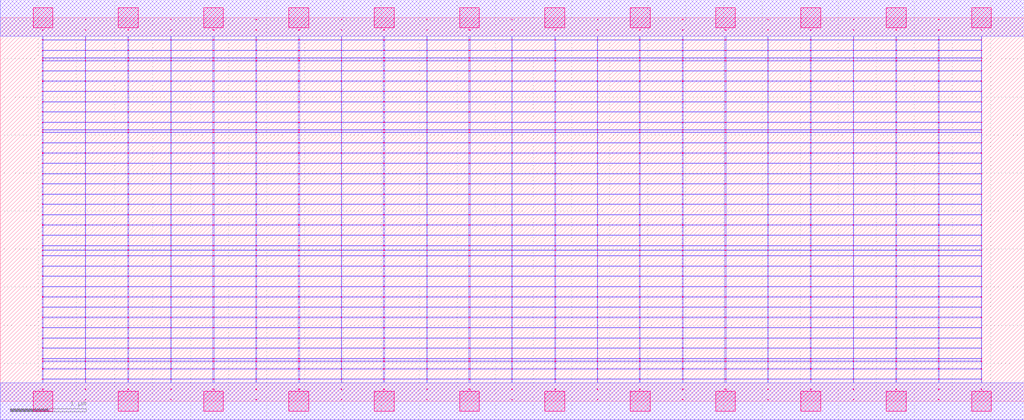
<source format=lef>
MACRO AOOOAOI21321_DEBUG
 CLASS CORE ;
 FOREIGN AOOOAOI21321_DEBUG 0 0 ;
 SIZE 13.44 BY 5.04 ;
 ORIGIN 0 0 ;
 SYMMETRY X Y R90 ;
 SITE unit ;

 OBS
    LAYER polycont ;
     RECT 6.71600000 2.58300000 6.72400000 2.59100000 ;
     RECT 6.71600000 2.71800000 6.72400000 2.72600000 ;
     RECT 6.71600000 2.85300000 6.72400000 2.86100000 ;
     RECT 6.71600000 2.98800000 6.72400000 2.99600000 ;
     RECT 8.95600000 2.58300000 8.96400000 2.59100000 ;
     RECT 9.51100000 2.58300000 9.52900000 2.59100000 ;
     RECT 10.07600000 2.58300000 10.08400000 2.59100000 ;
     RECT 10.63100000 2.58300000 10.64900000 2.59100000 ;
     RECT 11.19600000 2.58300000 11.20400000 2.59100000 ;
     RECT 11.75600000 2.58300000 11.76900000 2.59100000 ;
     RECT 12.31600000 2.58300000 12.32400000 2.59100000 ;
     RECT 12.87600000 2.58300000 12.88400000 2.59100000 ;
     RECT 7.27600000 2.58300000 7.28900000 2.59100000 ;
     RECT 7.27600000 2.71800000 7.28900000 2.72600000 ;
     RECT 7.83600000 2.71800000 7.84400000 2.72600000 ;
     RECT 8.39100000 2.71800000 8.40400000 2.72600000 ;
     RECT 8.95600000 2.71800000 8.96400000 2.72600000 ;
     RECT 9.51100000 2.71800000 9.52900000 2.72600000 ;
     RECT 10.07600000 2.71800000 10.08400000 2.72600000 ;
     RECT 10.63100000 2.71800000 10.64900000 2.72600000 ;
     RECT 11.19600000 2.71800000 11.20400000 2.72600000 ;
     RECT 11.75600000 2.71800000 11.76900000 2.72600000 ;
     RECT 12.31600000 2.71800000 12.32400000 2.72600000 ;
     RECT 12.87600000 2.71800000 12.88400000 2.72600000 ;
     RECT 7.83600000 2.58300000 7.84400000 2.59100000 ;
     RECT 7.27600000 2.85300000 7.28900000 2.86100000 ;
     RECT 7.83600000 2.85300000 7.84400000 2.86100000 ;
     RECT 8.39100000 2.85300000 8.40400000 2.86100000 ;
     RECT 8.95600000 2.85300000 8.96400000 2.86100000 ;
     RECT 9.51100000 2.85300000 9.52900000 2.86100000 ;
     RECT 10.07600000 2.85300000 10.08400000 2.86100000 ;
     RECT 10.63100000 2.85300000 10.64900000 2.86100000 ;
     RECT 11.19600000 2.85300000 11.20400000 2.86100000 ;
     RECT 11.75600000 2.85300000 11.76900000 2.86100000 ;
     RECT 12.31600000 2.85300000 12.32400000 2.86100000 ;
     RECT 12.87600000 2.85300000 12.88400000 2.86100000 ;
     RECT 8.39100000 2.58300000 8.40400000 2.59100000 ;
     RECT 7.27600000 2.98800000 7.28900000 2.99600000 ;
     RECT 7.83600000 2.98800000 7.84400000 2.99600000 ;
     RECT 8.39100000 2.98800000 8.40400000 2.99600000 ;
     RECT 8.95600000 2.98800000 8.96400000 2.99600000 ;
     RECT 9.51100000 2.98800000 9.52900000 2.99600000 ;
     RECT 10.07600000 2.98800000 10.08400000 2.99600000 ;
     RECT 10.63100000 2.98800000 10.64900000 2.99600000 ;
     RECT 11.19600000 2.98800000 11.20400000 2.99600000 ;
     RECT 11.75600000 2.98800000 11.76900000 2.99600000 ;
     RECT 12.31600000 2.98800000 12.32400000 2.99600000 ;
     RECT 12.87600000 2.98800000 12.88400000 2.99600000 ;
     RECT 7.83600000 3.12300000 7.84400000 3.13100000 ;
     RECT 12.31600000 3.12300000 12.32400000 3.13100000 ;
     RECT 12.87600000 3.12300000 12.88400000 3.13100000 ;
     RECT 7.83600000 3.25800000 7.84400000 3.26600000 ;
     RECT 12.31600000 3.25800000 12.32400000 3.26600000 ;
     RECT 12.87600000 3.25800000 12.88400000 3.26600000 ;
     RECT 7.83600000 3.39300000 7.84400000 3.40100000 ;
     RECT 12.31600000 3.39300000 12.32400000 3.40100000 ;
     RECT 12.87600000 3.39300000 12.88400000 3.40100000 ;
     RECT 7.83600000 3.52800000 7.84400000 3.53600000 ;
     RECT 12.31600000 3.52800000 12.32400000 3.53600000 ;
     RECT 12.87600000 3.52800000 12.88400000 3.53600000 ;
     RECT 7.83600000 3.56100000 7.84400000 3.56900000 ;
     RECT 12.31600000 3.56100000 12.32400000 3.56900000 ;
     RECT 12.87600000 3.56100000 12.88400000 3.56900000 ;
     RECT 7.83600000 3.66300000 7.84400000 3.67100000 ;
     RECT 12.31600000 3.66300000 12.32400000 3.67100000 ;
     RECT 12.87600000 3.66300000 12.88400000 3.67100000 ;
     RECT 7.83600000 3.79800000 7.84400000 3.80600000 ;
     RECT 12.31600000 3.79800000 12.32400000 3.80600000 ;
     RECT 12.87600000 3.79800000 12.88400000 3.80600000 ;
     RECT 7.83600000 3.93300000 7.84400000 3.94100000 ;
     RECT 12.31600000 3.93300000 12.32400000 3.94100000 ;
     RECT 12.87600000 3.93300000 12.88400000 3.94100000 ;
     RECT 7.83600000 4.06800000 7.84400000 4.07600000 ;
     RECT 12.31600000 4.06800000 12.32400000 4.07600000 ;
     RECT 12.87600000 4.06800000 12.88400000 4.07600000 ;
     RECT 7.83600000 4.20300000 7.84400000 4.21100000 ;
     RECT 12.31600000 4.20300000 12.32400000 4.21100000 ;
     RECT 12.87600000 4.20300000 12.88400000 4.21100000 ;
     RECT 7.83600000 4.33800000 7.84400000 4.34600000 ;
     RECT 12.31600000 4.33800000 12.32400000 4.34600000 ;
     RECT 12.87600000 4.33800000 12.88400000 4.34600000 ;
     RECT 7.83600000 4.47300000 7.84400000 4.48100000 ;
     RECT 12.31600000 4.47300000 12.32400000 4.48100000 ;
     RECT 12.87600000 4.47300000 12.88400000 4.48100000 ;
     RECT 7.83600000 4.51100000 7.84400000 4.51900000 ;
     RECT 12.31600000 4.51100000 12.32400000 4.51900000 ;
     RECT 12.87600000 4.51100000 12.88400000 4.51900000 ;
     RECT 7.83600000 4.60800000 7.84400000 4.61600000 ;
     RECT 12.31600000 4.60800000 12.32400000 4.61600000 ;
     RECT 12.87600000 4.60800000 12.88400000 4.61600000 ;
     RECT 7.83600000 4.74300000 7.84400000 4.75100000 ;
     RECT 12.31600000 4.74300000 12.32400000 4.75100000 ;
     RECT 12.87600000 4.74300000 12.88400000 4.75100000 ;
     RECT 7.83600000 4.87800000 7.84400000 4.88600000 ;
     RECT 12.31600000 4.87800000 12.32400000 4.88600000 ;
     RECT 12.87600000 4.87800000 12.88400000 4.88600000 ;
     RECT 3.91100000 2.85300000 3.92900000 2.86100000 ;
     RECT 4.47600000 2.85300000 4.48400000 2.86100000 ;
     RECT 5.03100000 2.85300000 5.04900000 2.86100000 ;
     RECT 5.59600000 2.85300000 5.60400000 2.86100000 ;
     RECT 6.15100000 2.85300000 6.16900000 2.86100000 ;
     RECT 1.11600000 2.71800000 1.12400000 2.72600000 ;
     RECT 1.67100000 2.71800000 1.68900000 2.72600000 ;
     RECT 2.23600000 2.71800000 2.24400000 2.72600000 ;
     RECT 2.79100000 2.71800000 2.80900000 2.72600000 ;
     RECT 3.35600000 2.71800000 3.36400000 2.72600000 ;
     RECT 3.91100000 2.71800000 3.92900000 2.72600000 ;
     RECT 4.47600000 2.71800000 4.48400000 2.72600000 ;
     RECT 5.03100000 2.71800000 5.04900000 2.72600000 ;
     RECT 5.59600000 2.71800000 5.60400000 2.72600000 ;
     RECT 6.15100000 2.71800000 6.16900000 2.72600000 ;
     RECT 1.11600000 2.58300000 1.12400000 2.59100000 ;
     RECT 1.67100000 2.58300000 1.68900000 2.59100000 ;
     RECT 0.55100000 2.98800000 0.56400000 2.99600000 ;
     RECT 1.11600000 2.98800000 1.12400000 2.99600000 ;
     RECT 1.67100000 2.98800000 1.68900000 2.99600000 ;
     RECT 2.23600000 2.98800000 2.24400000 2.99600000 ;
     RECT 2.79100000 2.98800000 2.80900000 2.99600000 ;
     RECT 3.35600000 2.98800000 3.36400000 2.99600000 ;
     RECT 3.91100000 2.98800000 3.92900000 2.99600000 ;
     RECT 4.47600000 2.98800000 4.48400000 2.99600000 ;
     RECT 5.03100000 2.98800000 5.04900000 2.99600000 ;
     RECT 5.59600000 2.98800000 5.60400000 2.99600000 ;
     RECT 6.15100000 2.98800000 6.16900000 2.99600000 ;
     RECT 2.23600000 2.58300000 2.24400000 2.59100000 ;
     RECT 2.79100000 2.58300000 2.80900000 2.59100000 ;
     RECT 3.35600000 2.58300000 3.36400000 2.59100000 ;
     RECT 3.91100000 2.58300000 3.92900000 2.59100000 ;
     RECT 4.47600000 2.58300000 4.48400000 2.59100000 ;
     RECT 5.03100000 2.58300000 5.04900000 2.59100000 ;
     RECT 5.59600000 2.58300000 5.60400000 2.59100000 ;
     RECT 6.15100000 2.58300000 6.16900000 2.59100000 ;
     RECT 0.55100000 2.58300000 0.56400000 2.59100000 ;
     RECT 0.55100000 2.71800000 0.56400000 2.72600000 ;
     RECT 0.55100000 2.85300000 0.56400000 2.86100000 ;
     RECT 1.11600000 2.85300000 1.12400000 2.86100000 ;
     RECT 1.67100000 2.85300000 1.68900000 2.86100000 ;
     RECT 2.23600000 2.85300000 2.24400000 2.86100000 ;
     RECT 2.79100000 2.85300000 2.80900000 2.86100000 ;
     RECT 3.35600000 2.85300000 3.36400000 2.86100000 ;
     RECT 3.35600000 0.15300000 3.36400000 0.16100000 ;
     RECT 3.35600000 0.28800000 3.36400000 0.29600000 ;
     RECT 3.35600000 0.42300000 3.36400000 0.43100000 ;
     RECT 3.35600000 0.52100000 3.36400000 0.52900000 ;
     RECT 3.35600000 0.55800000 3.36400000 0.56600000 ;
     RECT 3.35600000 0.69300000 3.36400000 0.70100000 ;
     RECT 3.35600000 0.82800000 3.36400000 0.83600000 ;
     RECT 3.35600000 0.96300000 3.36400000 0.97100000 ;
     RECT 3.35600000 1.09800000 3.36400000 1.10600000 ;
     RECT 3.35600000 1.23300000 3.36400000 1.24100000 ;
     RECT 3.35600000 1.36800000 3.36400000 1.37600000 ;
     RECT 3.35600000 1.50300000 3.36400000 1.51100000 ;
     RECT 3.35600000 1.63800000 3.36400000 1.64600000 ;
     RECT 3.35600000 1.77300000 3.36400000 1.78100000 ;
     RECT 3.35600000 1.90800000 3.36400000 1.91600000 ;
     RECT 3.35600000 1.98100000 3.36400000 1.98900000 ;
     RECT 3.35600000 2.04300000 3.36400000 2.05100000 ;
     RECT 3.35600000 2.17800000 3.36400000 2.18600000 ;
     RECT 3.35600000 2.31300000 3.36400000 2.32100000 ;
     RECT 3.35600000 2.44800000 3.36400000 2.45600000 ;
     RECT 11.19600000 0.42300000 11.20400000 0.43100000 ;
     RECT 11.19600000 1.36800000 11.20400000 1.37600000 ;
     RECT 11.19600000 0.69300000 11.20400000 0.70100000 ;
     RECT 11.19600000 1.50300000 11.20400000 1.51100000 ;
     RECT 11.19600000 0.28800000 11.20400000 0.29600000 ;
     RECT 11.19600000 1.63800000 11.20400000 1.64600000 ;
     RECT 11.19600000 0.82800000 11.20400000 0.83600000 ;
     RECT 11.19600000 1.77300000 11.20400000 1.78100000 ;
     RECT 11.19600000 0.52100000 11.20400000 0.52900000 ;
     RECT 11.19600000 1.90800000 11.20400000 1.91600000 ;
     RECT 11.19600000 0.96300000 11.20400000 0.97100000 ;
     RECT 11.19600000 1.98100000 11.20400000 1.98900000 ;
     RECT 11.19600000 0.15300000 11.20400000 0.16100000 ;
     RECT 11.19600000 2.04300000 11.20400000 2.05100000 ;
     RECT 11.19600000 1.09800000 11.20400000 1.10600000 ;
     RECT 11.19600000 2.17800000 11.20400000 2.18600000 ;
     RECT 11.19600000 0.55800000 11.20400000 0.56600000 ;
     RECT 11.19600000 2.31300000 11.20400000 2.32100000 ;
     RECT 11.19600000 1.23300000 11.20400000 1.24100000 ;
     RECT 11.19600000 2.44800000 11.20400000 2.45600000 ;

    LAYER pdiffc ;
     RECT 0.55100000 3.39300000 0.55900000 3.40100000 ;
     RECT 7.28100000 3.39300000 7.28900000 3.40100000 ;
     RECT 8.39100000 3.39300000 8.39900000 3.40100000 ;
     RECT 11.76100000 3.39300000 11.76900000 3.40100000 ;
     RECT 0.55100000 3.52800000 0.55900000 3.53600000 ;
     RECT 7.28100000 3.52800000 7.28900000 3.53600000 ;
     RECT 8.39100000 3.52800000 8.39900000 3.53600000 ;
     RECT 11.76100000 3.52800000 11.76900000 3.53600000 ;
     RECT 0.55100000 3.56100000 0.55900000 3.56900000 ;
     RECT 7.28100000 3.56100000 7.28900000 3.56900000 ;
     RECT 8.39100000 3.56100000 8.39900000 3.56900000 ;
     RECT 11.76100000 3.56100000 11.76900000 3.56900000 ;
     RECT 0.55100000 3.66300000 0.55900000 3.67100000 ;
     RECT 7.28100000 3.66300000 7.28900000 3.67100000 ;
     RECT 8.39100000 3.66300000 8.39900000 3.67100000 ;
     RECT 11.76100000 3.66300000 11.76900000 3.67100000 ;
     RECT 0.55100000 3.79800000 0.55900000 3.80600000 ;
     RECT 7.28100000 3.79800000 7.28900000 3.80600000 ;
     RECT 8.39100000 3.79800000 8.39900000 3.80600000 ;
     RECT 11.76100000 3.79800000 11.76900000 3.80600000 ;
     RECT 0.55100000 3.93300000 0.55900000 3.94100000 ;
     RECT 7.28100000 3.93300000 7.28900000 3.94100000 ;
     RECT 8.39100000 3.93300000 8.39900000 3.94100000 ;
     RECT 11.76100000 3.93300000 11.76900000 3.94100000 ;
     RECT 0.55100000 4.06800000 0.55900000 4.07600000 ;
     RECT 7.28100000 4.06800000 7.28900000 4.07600000 ;
     RECT 8.39100000 4.06800000 8.39900000 4.07600000 ;
     RECT 11.76100000 4.06800000 11.76900000 4.07600000 ;
     RECT 0.55100000 4.20300000 0.55900000 4.21100000 ;
     RECT 7.28100000 4.20300000 7.28900000 4.21100000 ;
     RECT 8.39100000 4.20300000 8.39900000 4.21100000 ;
     RECT 11.76100000 4.20300000 11.76900000 4.21100000 ;
     RECT 0.55100000 4.33800000 0.55900000 4.34600000 ;
     RECT 7.28100000 4.33800000 7.28900000 4.34600000 ;
     RECT 8.39100000 4.33800000 8.39900000 4.34600000 ;
     RECT 11.76100000 4.33800000 11.76900000 4.34600000 ;
     RECT 0.55100000 4.47300000 0.55900000 4.48100000 ;
     RECT 7.28100000 4.47300000 7.28900000 4.48100000 ;
     RECT 8.39100000 4.47300000 8.39900000 4.48100000 ;
     RECT 11.76100000 4.47300000 11.76900000 4.48100000 ;
     RECT 0.55100000 4.51100000 0.55900000 4.51900000 ;
     RECT 7.28100000 4.51100000 7.28900000 4.51900000 ;
     RECT 8.39100000 4.51100000 8.39900000 4.51900000 ;
     RECT 11.76100000 4.51100000 11.76900000 4.51900000 ;
     RECT 0.55100000 4.60800000 0.55900000 4.61600000 ;
     RECT 7.28100000 4.60800000 7.28900000 4.61600000 ;
     RECT 8.39100000 4.60800000 8.39900000 4.61600000 ;
     RECT 11.76100000 4.60800000 11.76900000 4.61600000 ;

    LAYER ndiffc ;
     RECT 7.27600000 0.42300000 7.28900000 0.43100000 ;
     RECT 8.39100000 0.42300000 8.40400000 0.43100000 ;
     RECT 9.51100000 0.42300000 9.52900000 0.43100000 ;
     RECT 10.63100000 0.42300000 10.64900000 0.43100000 ;
     RECT 11.75600000 0.42300000 11.76900000 0.43100000 ;
     RECT 12.87600000 0.42300000 12.88400000 0.43100000 ;
     RECT 7.27600000 0.52100000 7.28900000 0.52900000 ;
     RECT 8.39100000 0.52100000 8.40400000 0.52900000 ;
     RECT 9.51100000 0.52100000 9.52900000 0.52900000 ;
     RECT 10.63100000 0.52100000 10.64900000 0.52900000 ;
     RECT 11.75600000 0.52100000 11.76900000 0.52900000 ;
     RECT 12.87600000 0.52100000 12.88400000 0.52900000 ;
     RECT 7.27600000 0.55800000 7.28900000 0.56600000 ;
     RECT 8.39100000 0.55800000 8.40400000 0.56600000 ;
     RECT 9.51100000 0.55800000 9.52900000 0.56600000 ;
     RECT 10.63100000 0.55800000 10.64900000 0.56600000 ;
     RECT 11.75600000 0.55800000 11.76900000 0.56600000 ;
     RECT 12.87600000 0.55800000 12.88400000 0.56600000 ;
     RECT 7.27600000 0.69300000 7.28900000 0.70100000 ;
     RECT 8.39100000 0.69300000 8.40400000 0.70100000 ;
     RECT 9.51100000 0.69300000 9.52900000 0.70100000 ;
     RECT 10.63100000 0.69300000 10.64900000 0.70100000 ;
     RECT 11.75600000 0.69300000 11.76900000 0.70100000 ;
     RECT 12.87600000 0.69300000 12.88400000 0.70100000 ;
     RECT 7.27600000 0.82800000 7.28900000 0.83600000 ;
     RECT 8.39100000 0.82800000 8.40400000 0.83600000 ;
     RECT 9.51100000 0.82800000 9.52900000 0.83600000 ;
     RECT 10.63100000 0.82800000 10.64900000 0.83600000 ;
     RECT 11.75600000 0.82800000 11.76900000 0.83600000 ;
     RECT 12.87600000 0.82800000 12.88400000 0.83600000 ;
     RECT 7.27600000 0.96300000 7.28900000 0.97100000 ;
     RECT 8.39100000 0.96300000 8.40400000 0.97100000 ;
     RECT 9.51100000 0.96300000 9.52900000 0.97100000 ;
     RECT 10.63100000 0.96300000 10.64900000 0.97100000 ;
     RECT 11.75600000 0.96300000 11.76900000 0.97100000 ;
     RECT 12.87600000 0.96300000 12.88400000 0.97100000 ;
     RECT 7.27600000 1.09800000 7.28900000 1.10600000 ;
     RECT 8.39100000 1.09800000 8.40400000 1.10600000 ;
     RECT 9.51100000 1.09800000 9.52900000 1.10600000 ;
     RECT 10.63100000 1.09800000 10.64900000 1.10600000 ;
     RECT 11.75600000 1.09800000 11.76900000 1.10600000 ;
     RECT 12.87600000 1.09800000 12.88400000 1.10600000 ;
     RECT 7.27600000 1.23300000 7.28900000 1.24100000 ;
     RECT 8.39100000 1.23300000 8.40400000 1.24100000 ;
     RECT 9.51100000 1.23300000 9.52900000 1.24100000 ;
     RECT 10.63100000 1.23300000 10.64900000 1.24100000 ;
     RECT 11.75600000 1.23300000 11.76900000 1.24100000 ;
     RECT 12.87600000 1.23300000 12.88400000 1.24100000 ;
     RECT 7.27600000 1.36800000 7.28900000 1.37600000 ;
     RECT 8.39100000 1.36800000 8.40400000 1.37600000 ;
     RECT 9.51100000 1.36800000 9.52900000 1.37600000 ;
     RECT 10.63100000 1.36800000 10.64900000 1.37600000 ;
     RECT 11.75600000 1.36800000 11.76900000 1.37600000 ;
     RECT 12.87600000 1.36800000 12.88400000 1.37600000 ;
     RECT 7.27600000 1.50300000 7.28900000 1.51100000 ;
     RECT 8.39100000 1.50300000 8.40400000 1.51100000 ;
     RECT 9.51100000 1.50300000 9.52900000 1.51100000 ;
     RECT 10.63100000 1.50300000 10.64900000 1.51100000 ;
     RECT 11.75600000 1.50300000 11.76900000 1.51100000 ;
     RECT 12.87600000 1.50300000 12.88400000 1.51100000 ;
     RECT 7.27600000 1.63800000 7.28900000 1.64600000 ;
     RECT 8.39100000 1.63800000 8.40400000 1.64600000 ;
     RECT 9.51100000 1.63800000 9.52900000 1.64600000 ;
     RECT 10.63100000 1.63800000 10.64900000 1.64600000 ;
     RECT 11.75600000 1.63800000 11.76900000 1.64600000 ;
     RECT 12.87600000 1.63800000 12.88400000 1.64600000 ;
     RECT 7.27600000 1.77300000 7.28900000 1.78100000 ;
     RECT 8.39100000 1.77300000 8.40400000 1.78100000 ;
     RECT 9.51100000 1.77300000 9.52900000 1.78100000 ;
     RECT 10.63100000 1.77300000 10.64900000 1.78100000 ;
     RECT 11.75600000 1.77300000 11.76900000 1.78100000 ;
     RECT 12.87600000 1.77300000 12.88400000 1.78100000 ;
     RECT 7.27600000 1.90800000 7.28900000 1.91600000 ;
     RECT 8.39100000 1.90800000 8.40400000 1.91600000 ;
     RECT 9.51100000 1.90800000 9.52900000 1.91600000 ;
     RECT 10.63100000 1.90800000 10.64900000 1.91600000 ;
     RECT 11.75600000 1.90800000 11.76900000 1.91600000 ;
     RECT 12.87600000 1.90800000 12.88400000 1.91600000 ;
     RECT 7.27600000 1.98100000 7.28900000 1.98900000 ;
     RECT 8.39100000 1.98100000 8.40400000 1.98900000 ;
     RECT 9.51100000 1.98100000 9.52900000 1.98900000 ;
     RECT 10.63100000 1.98100000 10.64900000 1.98900000 ;
     RECT 11.75600000 1.98100000 11.76900000 1.98900000 ;
     RECT 12.87600000 1.98100000 12.88400000 1.98900000 ;
     RECT 7.27600000 2.04300000 7.28900000 2.05100000 ;
     RECT 8.39100000 2.04300000 8.40400000 2.05100000 ;
     RECT 9.51100000 2.04300000 9.52900000 2.05100000 ;
     RECT 10.63100000 2.04300000 10.64900000 2.05100000 ;
     RECT 11.75600000 2.04300000 11.76900000 2.05100000 ;
     RECT 12.87600000 2.04300000 12.88400000 2.05100000 ;
     RECT 0.55100000 0.42300000 0.56400000 0.43100000 ;
     RECT 1.67100000 0.42300000 1.68900000 0.43100000 ;
     RECT 2.79100000 0.42300000 2.80900000 0.43100000 ;
     RECT 3.91100000 0.42300000 3.92900000 0.43100000 ;
     RECT 5.03100000 0.42300000 5.04900000 0.43100000 ;
     RECT 6.15100000 0.42300000 6.16900000 0.43100000 ;
     RECT 0.55100000 1.36800000 0.56400000 1.37600000 ;
     RECT 1.67100000 1.36800000 1.68900000 1.37600000 ;
     RECT 2.79100000 1.36800000 2.80900000 1.37600000 ;
     RECT 3.91100000 1.36800000 3.92900000 1.37600000 ;
     RECT 5.03100000 1.36800000 5.04900000 1.37600000 ;
     RECT 6.15100000 1.36800000 6.16900000 1.37600000 ;
     RECT 0.55100000 0.82800000 0.56400000 0.83600000 ;
     RECT 1.67100000 0.82800000 1.68900000 0.83600000 ;
     RECT 2.79100000 0.82800000 2.80900000 0.83600000 ;
     RECT 3.91100000 0.82800000 3.92900000 0.83600000 ;
     RECT 5.03100000 0.82800000 5.04900000 0.83600000 ;
     RECT 6.15100000 0.82800000 6.16900000 0.83600000 ;
     RECT 0.55100000 1.50300000 0.56400000 1.51100000 ;
     RECT 1.67100000 1.50300000 1.68900000 1.51100000 ;
     RECT 2.79100000 1.50300000 2.80900000 1.51100000 ;
     RECT 3.91100000 1.50300000 3.92900000 1.51100000 ;
     RECT 5.03100000 1.50300000 5.04900000 1.51100000 ;
     RECT 6.15100000 1.50300000 6.16900000 1.51100000 ;
     RECT 0.55100000 0.55800000 0.56400000 0.56600000 ;
     RECT 1.67100000 0.55800000 1.68900000 0.56600000 ;
     RECT 2.79100000 0.55800000 2.80900000 0.56600000 ;
     RECT 3.91100000 0.55800000 3.92900000 0.56600000 ;
     RECT 5.03100000 0.55800000 5.04900000 0.56600000 ;
     RECT 6.15100000 0.55800000 6.16900000 0.56600000 ;
     RECT 0.55100000 1.63800000 0.56400000 1.64600000 ;
     RECT 1.67100000 1.63800000 1.68900000 1.64600000 ;
     RECT 2.79100000 1.63800000 2.80900000 1.64600000 ;
     RECT 3.91100000 1.63800000 3.92900000 1.64600000 ;
     RECT 5.03100000 1.63800000 5.04900000 1.64600000 ;
     RECT 6.15100000 1.63800000 6.16900000 1.64600000 ;
     RECT 0.55100000 0.96300000 0.56400000 0.97100000 ;
     RECT 1.67100000 0.96300000 1.68900000 0.97100000 ;
     RECT 2.79100000 0.96300000 2.80900000 0.97100000 ;
     RECT 3.91100000 0.96300000 3.92900000 0.97100000 ;
     RECT 5.03100000 0.96300000 5.04900000 0.97100000 ;
     RECT 6.15100000 0.96300000 6.16900000 0.97100000 ;
     RECT 0.55100000 1.77300000 0.56400000 1.78100000 ;
     RECT 1.67100000 1.77300000 1.68900000 1.78100000 ;
     RECT 2.79100000 1.77300000 2.80900000 1.78100000 ;
     RECT 3.91100000 1.77300000 3.92900000 1.78100000 ;
     RECT 5.03100000 1.77300000 5.04900000 1.78100000 ;
     RECT 6.15100000 1.77300000 6.16900000 1.78100000 ;
     RECT 0.55100000 0.52100000 0.56400000 0.52900000 ;
     RECT 1.67100000 0.52100000 1.68900000 0.52900000 ;
     RECT 2.79100000 0.52100000 2.80900000 0.52900000 ;
     RECT 3.91100000 0.52100000 3.92900000 0.52900000 ;
     RECT 5.03100000 0.52100000 5.04900000 0.52900000 ;
     RECT 6.15100000 0.52100000 6.16900000 0.52900000 ;
     RECT 0.55100000 1.90800000 0.56400000 1.91600000 ;
     RECT 1.67100000 1.90800000 1.68900000 1.91600000 ;
     RECT 2.79100000 1.90800000 2.80900000 1.91600000 ;
     RECT 3.91100000 1.90800000 3.92900000 1.91600000 ;
     RECT 5.03100000 1.90800000 5.04900000 1.91600000 ;
     RECT 6.15100000 1.90800000 6.16900000 1.91600000 ;
     RECT 0.55100000 1.09800000 0.56400000 1.10600000 ;
     RECT 1.67100000 1.09800000 1.68900000 1.10600000 ;
     RECT 2.79100000 1.09800000 2.80900000 1.10600000 ;
     RECT 3.91100000 1.09800000 3.92900000 1.10600000 ;
     RECT 5.03100000 1.09800000 5.04900000 1.10600000 ;
     RECT 6.15100000 1.09800000 6.16900000 1.10600000 ;
     RECT 0.55100000 1.98100000 0.56400000 1.98900000 ;
     RECT 1.67100000 1.98100000 1.68900000 1.98900000 ;
     RECT 2.79100000 1.98100000 2.80900000 1.98900000 ;
     RECT 3.91100000 1.98100000 3.92900000 1.98900000 ;
     RECT 5.03100000 1.98100000 5.04900000 1.98900000 ;
     RECT 6.15100000 1.98100000 6.16900000 1.98900000 ;
     RECT 0.55100000 0.69300000 0.56400000 0.70100000 ;
     RECT 1.67100000 0.69300000 1.68900000 0.70100000 ;
     RECT 2.79100000 0.69300000 2.80900000 0.70100000 ;
     RECT 3.91100000 0.69300000 3.92900000 0.70100000 ;
     RECT 5.03100000 0.69300000 5.04900000 0.70100000 ;
     RECT 6.15100000 0.69300000 6.16900000 0.70100000 ;
     RECT 0.55100000 2.04300000 0.56400000 2.05100000 ;
     RECT 1.67100000 2.04300000 1.68900000 2.05100000 ;
     RECT 2.79100000 2.04300000 2.80900000 2.05100000 ;
     RECT 3.91100000 2.04300000 3.92900000 2.05100000 ;
     RECT 5.03100000 2.04300000 5.04900000 2.05100000 ;
     RECT 6.15100000 2.04300000 6.16900000 2.05100000 ;
     RECT 0.55100000 1.23300000 0.56400000 1.24100000 ;
     RECT 1.67100000 1.23300000 1.68900000 1.24100000 ;
     RECT 2.79100000 1.23300000 2.80900000 1.24100000 ;
     RECT 3.91100000 1.23300000 3.92900000 1.24100000 ;
     RECT 5.03100000 1.23300000 5.04900000 1.24100000 ;
     RECT 6.15100000 1.23300000 6.16900000 1.24100000 ;

    LAYER met1 ;
     RECT 0.00000000 -0.24000000 13.44000000 0.24000000 ;
     RECT 6.71600000 0.24000000 6.72400000 0.28800000 ;
     RECT 0.55100000 0.28800000 12.88400000 0.29600000 ;
     RECT 6.71600000 0.29600000 6.72400000 0.42300000 ;
     RECT 0.55100000 0.42300000 12.88400000 0.43100000 ;
     RECT 6.71600000 0.43100000 6.72400000 0.52100000 ;
     RECT 0.55100000 0.52100000 12.88400000 0.52900000 ;
     RECT 6.71600000 0.52900000 6.72400000 0.55800000 ;
     RECT 0.55100000 0.55800000 12.88400000 0.56600000 ;
     RECT 6.71600000 0.56600000 6.72400000 0.69300000 ;
     RECT 0.55100000 0.69300000 12.88400000 0.70100000 ;
     RECT 6.71600000 0.70100000 6.72400000 0.82800000 ;
     RECT 0.55100000 0.82800000 12.88400000 0.83600000 ;
     RECT 6.71600000 0.83600000 6.72400000 0.96300000 ;
     RECT 0.55100000 0.96300000 12.88400000 0.97100000 ;
     RECT 6.71600000 0.97100000 6.72400000 1.09800000 ;
     RECT 0.55100000 1.09800000 12.88400000 1.10600000 ;
     RECT 6.71600000 1.10600000 6.72400000 1.23300000 ;
     RECT 0.55100000 1.23300000 12.88400000 1.24100000 ;
     RECT 6.71600000 1.24100000 6.72400000 1.36800000 ;
     RECT 0.55100000 1.36800000 12.88400000 1.37600000 ;
     RECT 6.71600000 1.37600000 6.72400000 1.50300000 ;
     RECT 0.55100000 1.50300000 12.88400000 1.51100000 ;
     RECT 6.71600000 1.51100000 6.72400000 1.63800000 ;
     RECT 0.55100000 1.63800000 12.88400000 1.64600000 ;
     RECT 6.71600000 1.64600000 6.72400000 1.77300000 ;
     RECT 0.55100000 1.77300000 12.88400000 1.78100000 ;
     RECT 6.71600000 1.78100000 6.72400000 1.90800000 ;
     RECT 0.55100000 1.90800000 12.88400000 1.91600000 ;
     RECT 6.71600000 1.91600000 6.72400000 1.98100000 ;
     RECT 0.55100000 1.98100000 12.88400000 1.98900000 ;
     RECT 6.71600000 1.98900000 6.72400000 2.04300000 ;
     RECT 0.55100000 2.04300000 12.88400000 2.05100000 ;
     RECT 6.71600000 2.05100000 6.72400000 2.17800000 ;
     RECT 0.55100000 2.17800000 12.88400000 2.18600000 ;
     RECT 6.71600000 2.18600000 6.72400000 2.31300000 ;
     RECT 0.55100000 2.31300000 12.88400000 2.32100000 ;
     RECT 6.71600000 2.32100000 6.72400000 2.44800000 ;
     RECT 0.55100000 2.44800000 12.88400000 2.45600000 ;
     RECT 0.55100000 2.45600000 0.56400000 2.58300000 ;
     RECT 1.11600000 2.45600000 1.12400000 2.58300000 ;
     RECT 1.67100000 2.45600000 1.68900000 2.58300000 ;
     RECT 2.23600000 2.45600000 2.24400000 2.58300000 ;
     RECT 2.79100000 2.45600000 2.80900000 2.58300000 ;
     RECT 3.35600000 2.45600000 3.36400000 2.58300000 ;
     RECT 3.91100000 2.45600000 3.92900000 2.58300000 ;
     RECT 4.47600000 2.45600000 4.48400000 2.58300000 ;
     RECT 5.03100000 2.45600000 5.04900000 2.58300000 ;
     RECT 5.59600000 2.45600000 5.60400000 2.58300000 ;
     RECT 6.15100000 2.45600000 6.16900000 2.58300000 ;
     RECT 6.71600000 2.45600000 6.72400000 2.58300000 ;
     RECT 7.27600000 2.45600000 7.28900000 2.58300000 ;
     RECT 7.83600000 2.45600000 7.84400000 2.58300000 ;
     RECT 8.39100000 2.45600000 8.40400000 2.58300000 ;
     RECT 8.95600000 2.45600000 8.96400000 2.58300000 ;
     RECT 9.51100000 2.45600000 9.52900000 2.58300000 ;
     RECT 10.07600000 2.45600000 10.08400000 2.58300000 ;
     RECT 10.63100000 2.45600000 10.64900000 2.58300000 ;
     RECT 11.19600000 2.45600000 11.20400000 2.58300000 ;
     RECT 11.75600000 2.45600000 11.76900000 2.58300000 ;
     RECT 12.31600000 2.45600000 12.32400000 2.58300000 ;
     RECT 12.87600000 2.45600000 12.88400000 2.58300000 ;
     RECT 0.55100000 2.58300000 12.88400000 2.59100000 ;
     RECT 6.71600000 2.59100000 6.72400000 2.71800000 ;
     RECT 0.55100000 2.71800000 12.88400000 2.72600000 ;
     RECT 6.71600000 2.72600000 6.72400000 2.85300000 ;
     RECT 0.55100000 2.85300000 12.88400000 2.86100000 ;
     RECT 6.71600000 2.86100000 6.72400000 2.98800000 ;
     RECT 0.55100000 2.98800000 12.88400000 2.99600000 ;
     RECT 6.71600000 2.99600000 6.72400000 3.12300000 ;
     RECT 0.55100000 3.12300000 12.88400000 3.13100000 ;
     RECT 6.71600000 3.13100000 6.72400000 3.25800000 ;
     RECT 0.55100000 3.25800000 12.88400000 3.26600000 ;
     RECT 6.71600000 3.26600000 6.72400000 3.39300000 ;
     RECT 0.55100000 3.39300000 12.88400000 3.40100000 ;
     RECT 6.71600000 3.40100000 6.72400000 3.52800000 ;
     RECT 0.55100000 3.52800000 12.88400000 3.53600000 ;
     RECT 6.71600000 3.53600000 6.72400000 3.56100000 ;
     RECT 0.55100000 3.56100000 12.88400000 3.56900000 ;
     RECT 6.71600000 3.56900000 6.72400000 3.66300000 ;
     RECT 0.55100000 3.66300000 12.88400000 3.67100000 ;
     RECT 6.71600000 3.67100000 6.72400000 3.79800000 ;
     RECT 0.55100000 3.79800000 12.88400000 3.80600000 ;
     RECT 6.71600000 3.80600000 6.72400000 3.93300000 ;
     RECT 0.55100000 3.93300000 12.88400000 3.94100000 ;
     RECT 6.71600000 3.94100000 6.72400000 4.06800000 ;
     RECT 0.55100000 4.06800000 12.88400000 4.07600000 ;
     RECT 6.71600000 4.07600000 6.72400000 4.20300000 ;
     RECT 0.55100000 4.20300000 12.88400000 4.21100000 ;
     RECT 6.71600000 4.21100000 6.72400000 4.33800000 ;
     RECT 0.55100000 4.33800000 12.88400000 4.34600000 ;
     RECT 6.71600000 4.34600000 6.72400000 4.47300000 ;
     RECT 0.55100000 4.47300000 12.88400000 4.48100000 ;
     RECT 6.71600000 4.48100000 6.72400000 4.51100000 ;
     RECT 0.55100000 4.51100000 12.88400000 4.51900000 ;
     RECT 6.71600000 4.51900000 6.72400000 4.60800000 ;
     RECT 0.55100000 4.60800000 12.88400000 4.61600000 ;
     RECT 6.71600000 4.61600000 6.72400000 4.74300000 ;
     RECT 0.55100000 4.74300000 12.88400000 4.75100000 ;
     RECT 6.71600000 4.75100000 6.72400000 4.80000000 ;
     RECT 0.00000000 4.80000000 13.44000000 5.28000000 ;
     RECT 10.07600000 2.59100000 10.08400000 2.71800000 ;
     RECT 10.07600000 2.99600000 10.08400000 3.12300000 ;
     RECT 10.07600000 3.13100000 10.08400000 3.25800000 ;
     RECT 10.07600000 3.26600000 10.08400000 3.39300000 ;
     RECT 10.07600000 3.40100000 10.08400000 3.52800000 ;
     RECT 10.07600000 3.53600000 10.08400000 3.56100000 ;
     RECT 10.07600000 3.56900000 10.08400000 3.66300000 ;
     RECT 10.07600000 3.67100000 10.08400000 3.79800000 ;
     RECT 10.07600000 2.72600000 10.08400000 2.85300000 ;
     RECT 7.27600000 3.80600000 7.28900000 3.93300000 ;
     RECT 7.83600000 3.80600000 7.84400000 3.93300000 ;
     RECT 8.39100000 3.80600000 8.40400000 3.93300000 ;
     RECT 8.95600000 3.80600000 8.96400000 3.93300000 ;
     RECT 9.51100000 3.80600000 9.52900000 3.93300000 ;
     RECT 10.07600000 3.80600000 10.08400000 3.93300000 ;
     RECT 10.63100000 3.80600000 10.64900000 3.93300000 ;
     RECT 11.19600000 3.80600000 11.20400000 3.93300000 ;
     RECT 11.75600000 3.80600000 11.76900000 3.93300000 ;
     RECT 12.31600000 3.80600000 12.32400000 3.93300000 ;
     RECT 12.87600000 3.80600000 12.88400000 3.93300000 ;
     RECT 10.07600000 3.94100000 10.08400000 4.06800000 ;
     RECT 10.07600000 4.07600000 10.08400000 4.20300000 ;
     RECT 10.07600000 4.21100000 10.08400000 4.33800000 ;
     RECT 10.07600000 4.34600000 10.08400000 4.47300000 ;
     RECT 10.07600000 4.48100000 10.08400000 4.51100000 ;
     RECT 10.07600000 2.86100000 10.08400000 2.98800000 ;
     RECT 10.07600000 4.51900000 10.08400000 4.60800000 ;
     RECT 10.07600000 4.61600000 10.08400000 4.74300000 ;
     RECT 10.07600000 4.75100000 10.08400000 4.80000000 ;
     RECT 11.75600000 4.07600000 11.76900000 4.20300000 ;
     RECT 12.31600000 4.07600000 12.32400000 4.20300000 ;
     RECT 12.87600000 4.07600000 12.88400000 4.20300000 ;
     RECT 11.19600000 3.94100000 11.20400000 4.06800000 ;
     RECT 10.63100000 4.21100000 10.64900000 4.33800000 ;
     RECT 11.19600000 4.21100000 11.20400000 4.33800000 ;
     RECT 11.75600000 4.21100000 11.76900000 4.33800000 ;
     RECT 12.31600000 4.21100000 12.32400000 4.33800000 ;
     RECT 12.87600000 4.21100000 12.88400000 4.33800000 ;
     RECT 11.75600000 3.94100000 11.76900000 4.06800000 ;
     RECT 10.63100000 4.34600000 10.64900000 4.47300000 ;
     RECT 11.19600000 4.34600000 11.20400000 4.47300000 ;
     RECT 11.75600000 4.34600000 11.76900000 4.47300000 ;
     RECT 12.31600000 4.34600000 12.32400000 4.47300000 ;
     RECT 12.87600000 4.34600000 12.88400000 4.47300000 ;
     RECT 12.31600000 3.94100000 12.32400000 4.06800000 ;
     RECT 10.63100000 4.48100000 10.64900000 4.51100000 ;
     RECT 11.19600000 4.48100000 11.20400000 4.51100000 ;
     RECT 11.75600000 4.48100000 11.76900000 4.51100000 ;
     RECT 12.31600000 4.48100000 12.32400000 4.51100000 ;
     RECT 12.87600000 4.48100000 12.88400000 4.51100000 ;
     RECT 12.87600000 3.94100000 12.88400000 4.06800000 ;
     RECT 10.63100000 3.94100000 10.64900000 4.06800000 ;
     RECT 10.63100000 4.51900000 10.64900000 4.60800000 ;
     RECT 11.19600000 4.51900000 11.20400000 4.60800000 ;
     RECT 11.75600000 4.51900000 11.76900000 4.60800000 ;
     RECT 12.31600000 4.51900000 12.32400000 4.60800000 ;
     RECT 12.87600000 4.51900000 12.88400000 4.60800000 ;
     RECT 10.63100000 4.07600000 10.64900000 4.20300000 ;
     RECT 10.63100000 4.61600000 10.64900000 4.74300000 ;
     RECT 11.19600000 4.61600000 11.20400000 4.74300000 ;
     RECT 11.75600000 4.61600000 11.76900000 4.74300000 ;
     RECT 12.31600000 4.61600000 12.32400000 4.74300000 ;
     RECT 12.87600000 4.61600000 12.88400000 4.74300000 ;
     RECT 11.19600000 4.07600000 11.20400000 4.20300000 ;
     RECT 10.63100000 4.75100000 10.64900000 4.80000000 ;
     RECT 11.19600000 4.75100000 11.20400000 4.80000000 ;
     RECT 11.75600000 4.75100000 11.76900000 4.80000000 ;
     RECT 12.31600000 4.75100000 12.32400000 4.80000000 ;
     RECT 12.87600000 4.75100000 12.88400000 4.80000000 ;
     RECT 8.39100000 4.21100000 8.40400000 4.33800000 ;
     RECT 8.95600000 4.21100000 8.96400000 4.33800000 ;
     RECT 9.51100000 4.21100000 9.52900000 4.33800000 ;
     RECT 7.83600000 4.07600000 7.84400000 4.20300000 ;
     RECT 8.39100000 4.07600000 8.40400000 4.20300000 ;
     RECT 8.95600000 4.07600000 8.96400000 4.20300000 ;
     RECT 9.51100000 4.07600000 9.52900000 4.20300000 ;
     RECT 7.27600000 4.51900000 7.28900000 4.60800000 ;
     RECT 7.83600000 4.51900000 7.84400000 4.60800000 ;
     RECT 8.39100000 4.51900000 8.40400000 4.60800000 ;
     RECT 8.95600000 4.51900000 8.96400000 4.60800000 ;
     RECT 9.51100000 4.51900000 9.52900000 4.60800000 ;
     RECT 7.83600000 3.94100000 7.84400000 4.06800000 ;
     RECT 8.39100000 3.94100000 8.40400000 4.06800000 ;
     RECT 7.27600000 4.34600000 7.28900000 4.47300000 ;
     RECT 7.83600000 4.34600000 7.84400000 4.47300000 ;
     RECT 8.39100000 4.34600000 8.40400000 4.47300000 ;
     RECT 8.95600000 4.34600000 8.96400000 4.47300000 ;
     RECT 7.27600000 4.61600000 7.28900000 4.74300000 ;
     RECT 7.83600000 4.61600000 7.84400000 4.74300000 ;
     RECT 8.39100000 4.61600000 8.40400000 4.74300000 ;
     RECT 8.95600000 4.61600000 8.96400000 4.74300000 ;
     RECT 9.51100000 4.61600000 9.52900000 4.74300000 ;
     RECT 9.51100000 4.34600000 9.52900000 4.47300000 ;
     RECT 8.95600000 3.94100000 8.96400000 4.06800000 ;
     RECT 9.51100000 3.94100000 9.52900000 4.06800000 ;
     RECT 7.27600000 3.94100000 7.28900000 4.06800000 ;
     RECT 7.27600000 4.07600000 7.28900000 4.20300000 ;
     RECT 7.27600000 4.21100000 7.28900000 4.33800000 ;
     RECT 7.27600000 4.75100000 7.28900000 4.80000000 ;
     RECT 7.83600000 4.75100000 7.84400000 4.80000000 ;
     RECT 8.39100000 4.75100000 8.40400000 4.80000000 ;
     RECT 8.95600000 4.75100000 8.96400000 4.80000000 ;
     RECT 9.51100000 4.75100000 9.52900000 4.80000000 ;
     RECT 7.83600000 4.21100000 7.84400000 4.33800000 ;
     RECT 7.27600000 4.48100000 7.28900000 4.51100000 ;
     RECT 7.83600000 4.48100000 7.84400000 4.51100000 ;
     RECT 8.39100000 4.48100000 8.40400000 4.51100000 ;
     RECT 8.95600000 4.48100000 8.96400000 4.51100000 ;
     RECT 9.51100000 4.48100000 9.52900000 4.51100000 ;
     RECT 7.83600000 2.99600000 7.84400000 3.12300000 ;
     RECT 7.27600000 2.59100000 7.28900000 2.71800000 ;
     RECT 8.39100000 2.86100000 8.40400000 2.98800000 ;
     RECT 8.95600000 2.86100000 8.96400000 2.98800000 ;
     RECT 7.27600000 3.40100000 7.28900000 3.52800000 ;
     RECT 7.83600000 3.40100000 7.84400000 3.52800000 ;
     RECT 8.39100000 3.40100000 8.40400000 3.52800000 ;
     RECT 8.95600000 3.40100000 8.96400000 3.52800000 ;
     RECT 9.51100000 3.40100000 9.52900000 3.52800000 ;
     RECT 8.39100000 2.99600000 8.40400000 3.12300000 ;
     RECT 7.83600000 2.59100000 7.84400000 2.71800000 ;
     RECT 7.27600000 2.72600000 7.28900000 2.85300000 ;
     RECT 7.27600000 3.53600000 7.28900000 3.56100000 ;
     RECT 7.83600000 3.53600000 7.84400000 3.56100000 ;
     RECT 8.39100000 3.53600000 8.40400000 3.56100000 ;
     RECT 9.51100000 2.86100000 9.52900000 2.98800000 ;
     RECT 8.95600000 3.53600000 8.96400000 3.56100000 ;
     RECT 9.51100000 3.53600000 9.52900000 3.56100000 ;
     RECT 8.95600000 2.99600000 8.96400000 3.12300000 ;
     RECT 7.83600000 2.72600000 7.84400000 2.85300000 ;
     RECT 8.39100000 2.72600000 8.40400000 2.85300000 ;
     RECT 7.27600000 3.56900000 7.28900000 3.66300000 ;
     RECT 7.83600000 3.56900000 7.84400000 3.66300000 ;
     RECT 8.39100000 3.56900000 8.40400000 3.66300000 ;
     RECT 8.95600000 3.56900000 8.96400000 3.66300000 ;
     RECT 9.51100000 3.56900000 9.52900000 3.66300000 ;
     RECT 8.39100000 2.59100000 8.40400000 2.71800000 ;
     RECT 8.95600000 2.59100000 8.96400000 2.71800000 ;
     RECT 9.51100000 2.99600000 9.52900000 3.12300000 ;
     RECT 8.95600000 2.72600000 8.96400000 2.85300000 ;
     RECT 9.51100000 2.72600000 9.52900000 2.85300000 ;
     RECT 7.27600000 3.67100000 7.28900000 3.79800000 ;
     RECT 7.83600000 3.67100000 7.84400000 3.79800000 ;
     RECT 8.39100000 3.67100000 8.40400000 3.79800000 ;
     RECT 8.95600000 3.67100000 8.96400000 3.79800000 ;
     RECT 9.51100000 3.67100000 9.52900000 3.79800000 ;
     RECT 9.51100000 2.59100000 9.52900000 2.71800000 ;
     RECT 7.27600000 3.13100000 7.28900000 3.25800000 ;
     RECT 7.83600000 3.13100000 7.84400000 3.25800000 ;
     RECT 7.27600000 2.86100000 7.28900000 2.98800000 ;
     RECT 7.83600000 2.86100000 7.84400000 2.98800000 ;
     RECT 8.39100000 3.13100000 8.40400000 3.25800000 ;
     RECT 8.95600000 3.13100000 8.96400000 3.25800000 ;
     RECT 9.51100000 3.13100000 9.52900000 3.25800000 ;
     RECT 7.27600000 2.99600000 7.28900000 3.12300000 ;
     RECT 7.27600000 3.26600000 7.28900000 3.39300000 ;
     RECT 7.83600000 3.26600000 7.84400000 3.39300000 ;
     RECT 8.39100000 3.26600000 8.40400000 3.39300000 ;
     RECT 8.95600000 3.26600000 8.96400000 3.39300000 ;
     RECT 9.51100000 3.26600000 9.52900000 3.39300000 ;
     RECT 10.63100000 3.13100000 10.64900000 3.25800000 ;
     RECT 11.19600000 3.13100000 11.20400000 3.25800000 ;
     RECT 10.63100000 3.56900000 10.64900000 3.66300000 ;
     RECT 12.31600000 2.72600000 12.32400000 2.85300000 ;
     RECT 12.87600000 2.72600000 12.88400000 2.85300000 ;
     RECT 11.19600000 3.56900000 11.20400000 3.66300000 ;
     RECT 11.75600000 3.56900000 11.76900000 3.66300000 ;
     RECT 12.31600000 3.56900000 12.32400000 3.66300000 ;
     RECT 12.87600000 3.56900000 12.88400000 3.66300000 ;
     RECT 11.75600000 3.13100000 11.76900000 3.25800000 ;
     RECT 12.31600000 3.13100000 12.32400000 3.25800000 ;
     RECT 12.87600000 3.13100000 12.88400000 3.25800000 ;
     RECT 11.75600000 2.59100000 11.76900000 2.71800000 ;
     RECT 10.63100000 3.40100000 10.64900000 3.52800000 ;
     RECT 11.19600000 3.40100000 11.20400000 3.52800000 ;
     RECT 11.75600000 3.40100000 11.76900000 3.52800000 ;
     RECT 12.31600000 3.40100000 12.32400000 3.52800000 ;
     RECT 10.63100000 3.67100000 10.64900000 3.79800000 ;
     RECT 11.19600000 3.67100000 11.20400000 3.79800000 ;
     RECT 11.75600000 3.67100000 11.76900000 3.79800000 ;
     RECT 12.31600000 3.67100000 12.32400000 3.79800000 ;
     RECT 12.87600000 3.67100000 12.88400000 3.79800000 ;
     RECT 12.87600000 3.40100000 12.88400000 3.52800000 ;
     RECT 10.63100000 2.86100000 10.64900000 2.98800000 ;
     RECT 11.19600000 2.86100000 11.20400000 2.98800000 ;
     RECT 10.63100000 2.72600000 10.64900000 2.85300000 ;
     RECT 12.31600000 2.59100000 12.32400000 2.71800000 ;
     RECT 11.19600000 2.59100000 11.20400000 2.71800000 ;
     RECT 10.63100000 2.99600000 10.64900000 3.12300000 ;
     RECT 11.19600000 2.99600000 11.20400000 3.12300000 ;
     RECT 11.75600000 2.99600000 11.76900000 3.12300000 ;
     RECT 12.31600000 2.99600000 12.32400000 3.12300000 ;
     RECT 12.87600000 2.99600000 12.88400000 3.12300000 ;
     RECT 10.63100000 3.26600000 10.64900000 3.39300000 ;
     RECT 10.63100000 3.53600000 10.64900000 3.56100000 ;
     RECT 11.19600000 3.53600000 11.20400000 3.56100000 ;
     RECT 11.75600000 2.86100000 11.76900000 2.98800000 ;
     RECT 12.31600000 2.86100000 12.32400000 2.98800000 ;
     RECT 11.75600000 3.53600000 11.76900000 3.56100000 ;
     RECT 11.19600000 2.72600000 11.20400000 2.85300000 ;
     RECT 11.75600000 2.72600000 11.76900000 2.85300000 ;
     RECT 12.31600000 3.53600000 12.32400000 3.56100000 ;
     RECT 12.87600000 3.53600000 12.88400000 3.56100000 ;
     RECT 11.19600000 3.26600000 11.20400000 3.39300000 ;
     RECT 11.75600000 3.26600000 11.76900000 3.39300000 ;
     RECT 12.31600000 3.26600000 12.32400000 3.39300000 ;
     RECT 12.87600000 3.26600000 12.88400000 3.39300000 ;
     RECT 12.87600000 2.59100000 12.88400000 2.71800000 ;
     RECT 10.63100000 2.59100000 10.64900000 2.71800000 ;
     RECT 12.87600000 2.86100000 12.88400000 2.98800000 ;
     RECT 4.47600000 3.80600000 4.48400000 3.93300000 ;
     RECT 5.03100000 3.80600000 5.04900000 3.93300000 ;
     RECT 5.59600000 3.80600000 5.60400000 3.93300000 ;
     RECT 6.15100000 3.80600000 6.16900000 3.93300000 ;
     RECT 3.35600000 2.59100000 3.36400000 2.71800000 ;
     RECT 3.35600000 3.94100000 3.36400000 4.06800000 ;
     RECT 3.35600000 2.99600000 3.36400000 3.12300000 ;
     RECT 3.35600000 3.40100000 3.36400000 3.52800000 ;
     RECT 3.35600000 4.07600000 3.36400000 4.20300000 ;
     RECT 3.35600000 4.21100000 3.36400000 4.33800000 ;
     RECT 3.35600000 3.53600000 3.36400000 3.56100000 ;
     RECT 3.35600000 4.34600000 3.36400000 4.47300000 ;
     RECT 3.35600000 3.13100000 3.36400000 3.25800000 ;
     RECT 3.35600000 4.48100000 3.36400000 4.51100000 ;
     RECT 3.35600000 3.56900000 3.36400000 3.66300000 ;
     RECT 3.35600000 2.86100000 3.36400000 2.98800000 ;
     RECT 3.35600000 4.51900000 3.36400000 4.60800000 ;
     RECT 3.35600000 4.61600000 3.36400000 4.74300000 ;
     RECT 3.35600000 3.67100000 3.36400000 3.79800000 ;
     RECT 3.35600000 2.72600000 3.36400000 2.85300000 ;
     RECT 3.35600000 4.75100000 3.36400000 4.80000000 ;
     RECT 3.35600000 3.26600000 3.36400000 3.39300000 ;
     RECT 0.55100000 3.80600000 0.56400000 3.93300000 ;
     RECT 1.11600000 3.80600000 1.12400000 3.93300000 ;
     RECT 1.67100000 3.80600000 1.68900000 3.93300000 ;
     RECT 2.23600000 3.80600000 2.24400000 3.93300000 ;
     RECT 2.79100000 3.80600000 2.80900000 3.93300000 ;
     RECT 3.35600000 3.80600000 3.36400000 3.93300000 ;
     RECT 3.91100000 3.80600000 3.92900000 3.93300000 ;
     RECT 5.03100000 4.34600000 5.04900000 4.47300000 ;
     RECT 5.59600000 4.34600000 5.60400000 4.47300000 ;
     RECT 6.15100000 4.34600000 6.16900000 4.47300000 ;
     RECT 4.47600000 3.94100000 4.48400000 4.06800000 ;
     RECT 5.03100000 3.94100000 5.04900000 4.06800000 ;
     RECT 3.91100000 4.48100000 3.92900000 4.51100000 ;
     RECT 4.47600000 4.48100000 4.48400000 4.51100000 ;
     RECT 5.03100000 4.48100000 5.04900000 4.51100000 ;
     RECT 5.59600000 4.48100000 5.60400000 4.51100000 ;
     RECT 6.15100000 4.48100000 6.16900000 4.51100000 ;
     RECT 3.91100000 4.07600000 3.92900000 4.20300000 ;
     RECT 4.47600000 4.07600000 4.48400000 4.20300000 ;
     RECT 5.03100000 4.07600000 5.04900000 4.20300000 ;
     RECT 3.91100000 4.51900000 3.92900000 4.60800000 ;
     RECT 4.47600000 4.51900000 4.48400000 4.60800000 ;
     RECT 5.03100000 4.51900000 5.04900000 4.60800000 ;
     RECT 5.59600000 4.51900000 5.60400000 4.60800000 ;
     RECT 6.15100000 4.51900000 6.16900000 4.60800000 ;
     RECT 5.59600000 4.07600000 5.60400000 4.20300000 ;
     RECT 3.91100000 4.61600000 3.92900000 4.74300000 ;
     RECT 4.47600000 4.61600000 4.48400000 4.74300000 ;
     RECT 5.03100000 4.61600000 5.04900000 4.74300000 ;
     RECT 5.59600000 4.61600000 5.60400000 4.74300000 ;
     RECT 6.15100000 4.61600000 6.16900000 4.74300000 ;
     RECT 6.15100000 4.07600000 6.16900000 4.20300000 ;
     RECT 5.59600000 3.94100000 5.60400000 4.06800000 ;
     RECT 3.91100000 4.21100000 3.92900000 4.33800000 ;
     RECT 3.91100000 4.75100000 3.92900000 4.80000000 ;
     RECT 4.47600000 4.75100000 4.48400000 4.80000000 ;
     RECT 5.03100000 4.75100000 5.04900000 4.80000000 ;
     RECT 5.59600000 4.75100000 5.60400000 4.80000000 ;
     RECT 6.15100000 4.75100000 6.16900000 4.80000000 ;
     RECT 4.47600000 4.21100000 4.48400000 4.33800000 ;
     RECT 5.03100000 4.21100000 5.04900000 4.33800000 ;
     RECT 5.59600000 4.21100000 5.60400000 4.33800000 ;
     RECT 6.15100000 4.21100000 6.16900000 4.33800000 ;
     RECT 6.15100000 3.94100000 6.16900000 4.06800000 ;
     RECT 3.91100000 3.94100000 3.92900000 4.06800000 ;
     RECT 3.91100000 4.34600000 3.92900000 4.47300000 ;
     RECT 4.47600000 4.34600000 4.48400000 4.47300000 ;
     RECT 2.23600000 4.51900000 2.24400000 4.60800000 ;
     RECT 2.79100000 4.51900000 2.80900000 4.60800000 ;
     RECT 0.55100000 4.34600000 0.56400000 4.47300000 ;
     RECT 1.11600000 4.34600000 1.12400000 4.47300000 ;
     RECT 1.67100000 4.34600000 1.68900000 4.47300000 ;
     RECT 2.23600000 4.34600000 2.24400000 4.47300000 ;
     RECT 2.79100000 4.34600000 2.80900000 4.47300000 ;
     RECT 1.11600000 3.94100000 1.12400000 4.06800000 ;
     RECT 0.55100000 4.61600000 0.56400000 4.74300000 ;
     RECT 1.11600000 4.61600000 1.12400000 4.74300000 ;
     RECT 1.67100000 4.61600000 1.68900000 4.74300000 ;
     RECT 2.23600000 4.61600000 2.24400000 4.74300000 ;
     RECT 2.79100000 4.61600000 2.80900000 4.74300000 ;
     RECT 1.67100000 3.94100000 1.68900000 4.06800000 ;
     RECT 0.55100000 4.07600000 0.56400000 4.20300000 ;
     RECT 0.55100000 4.21100000 0.56400000 4.33800000 ;
     RECT 1.11600000 4.21100000 1.12400000 4.33800000 ;
     RECT 1.67100000 4.21100000 1.68900000 4.33800000 ;
     RECT 2.23600000 4.21100000 2.24400000 4.33800000 ;
     RECT 0.55100000 4.48100000 0.56400000 4.51100000 ;
     RECT 1.11600000 4.48100000 1.12400000 4.51100000 ;
     RECT 0.55100000 4.75100000 0.56400000 4.80000000 ;
     RECT 1.11600000 4.75100000 1.12400000 4.80000000 ;
     RECT 1.67100000 4.75100000 1.68900000 4.80000000 ;
     RECT 2.23600000 4.75100000 2.24400000 4.80000000 ;
     RECT 2.79100000 4.75100000 2.80900000 4.80000000 ;
     RECT 1.67100000 4.48100000 1.68900000 4.51100000 ;
     RECT 2.23600000 4.48100000 2.24400000 4.51100000 ;
     RECT 2.79100000 4.48100000 2.80900000 4.51100000 ;
     RECT 2.79100000 4.21100000 2.80900000 4.33800000 ;
     RECT 1.11600000 4.07600000 1.12400000 4.20300000 ;
     RECT 1.67100000 4.07600000 1.68900000 4.20300000 ;
     RECT 2.23600000 4.07600000 2.24400000 4.20300000 ;
     RECT 2.79100000 4.07600000 2.80900000 4.20300000 ;
     RECT 2.23600000 3.94100000 2.24400000 4.06800000 ;
     RECT 2.79100000 3.94100000 2.80900000 4.06800000 ;
     RECT 0.55100000 3.94100000 0.56400000 4.06800000 ;
     RECT 0.55100000 4.51900000 0.56400000 4.60800000 ;
     RECT 1.11600000 4.51900000 1.12400000 4.60800000 ;
     RECT 1.67100000 4.51900000 1.68900000 4.60800000 ;
     RECT 1.67100000 2.99600000 1.68900000 3.12300000 ;
     RECT 2.23600000 2.99600000 2.24400000 3.12300000 ;
     RECT 2.79100000 2.99600000 2.80900000 3.12300000 ;
     RECT 2.23600000 2.59100000 2.24400000 2.71800000 ;
     RECT 1.67100000 2.86100000 1.68900000 2.98800000 ;
     RECT 1.67100000 2.72600000 1.68900000 2.85300000 ;
     RECT 2.23600000 2.72600000 2.24400000 2.85300000 ;
     RECT 2.79100000 2.72600000 2.80900000 2.85300000 ;
     RECT 0.55100000 3.67100000 0.56400000 3.79800000 ;
     RECT 1.11600000 3.67100000 1.12400000 3.79800000 ;
     RECT 1.67100000 3.67100000 1.68900000 3.79800000 ;
     RECT 2.23600000 3.67100000 2.24400000 3.79800000 ;
     RECT 2.79100000 3.67100000 2.80900000 3.79800000 ;
     RECT 2.23600000 2.86100000 2.24400000 2.98800000 ;
     RECT 0.55100000 3.13100000 0.56400000 3.25800000 ;
     RECT 1.11600000 3.13100000 1.12400000 3.25800000 ;
     RECT 1.67100000 3.13100000 1.68900000 3.25800000 ;
     RECT 2.23600000 3.13100000 2.24400000 3.25800000 ;
     RECT 2.79100000 3.13100000 2.80900000 3.25800000 ;
     RECT 2.79100000 2.59100000 2.80900000 2.71800000 ;
     RECT 0.55100000 3.56900000 0.56400000 3.66300000 ;
     RECT 1.11600000 3.56900000 1.12400000 3.66300000 ;
     RECT 1.67100000 3.56900000 1.68900000 3.66300000 ;
     RECT 1.67100000 2.59100000 1.68900000 2.71800000 ;
     RECT 0.55100000 2.99600000 0.56400000 3.12300000 ;
     RECT 0.55100000 3.40100000 0.56400000 3.52800000 ;
     RECT 0.55100000 3.26600000 0.56400000 3.39300000 ;
     RECT 1.11600000 3.26600000 1.12400000 3.39300000 ;
     RECT 1.67100000 3.26600000 1.68900000 3.39300000 ;
     RECT 2.23600000 3.26600000 2.24400000 3.39300000 ;
     RECT 1.11600000 3.40100000 1.12400000 3.52800000 ;
     RECT 1.11600000 3.53600000 1.12400000 3.56100000 ;
     RECT 1.67100000 3.53600000 1.68900000 3.56100000 ;
     RECT 2.23600000 3.53600000 2.24400000 3.56100000 ;
     RECT 2.79100000 3.53600000 2.80900000 3.56100000 ;
     RECT 1.67100000 3.40100000 1.68900000 3.52800000 ;
     RECT 1.11600000 2.72600000 1.12400000 2.85300000 ;
     RECT 0.55100000 2.86100000 0.56400000 2.98800000 ;
     RECT 2.23600000 3.56900000 2.24400000 3.66300000 ;
     RECT 2.79100000 3.56900000 2.80900000 3.66300000 ;
     RECT 1.11600000 2.86100000 1.12400000 2.98800000 ;
     RECT 2.79100000 3.26600000 2.80900000 3.39300000 ;
     RECT 2.79100000 2.86100000 2.80900000 2.98800000 ;
     RECT 2.23600000 3.40100000 2.24400000 3.52800000 ;
     RECT 0.55100000 2.59100000 0.56400000 2.71800000 ;
     RECT 1.11600000 2.59100000 1.12400000 2.71800000 ;
     RECT 0.55100000 2.72600000 0.56400000 2.85300000 ;
     RECT 0.55100000 3.53600000 0.56400000 3.56100000 ;
     RECT 2.79100000 3.40100000 2.80900000 3.52800000 ;
     RECT 1.11600000 2.99600000 1.12400000 3.12300000 ;
     RECT 6.15100000 2.72600000 6.16900000 2.85300000 ;
     RECT 4.47600000 2.99600000 4.48400000 3.12300000 ;
     RECT 5.03100000 2.99600000 5.04900000 3.12300000 ;
     RECT 5.59600000 2.99600000 5.60400000 3.12300000 ;
     RECT 6.15100000 2.99600000 6.16900000 3.12300000 ;
     RECT 3.91100000 2.59100000 3.92900000 2.71800000 ;
     RECT 4.47600000 2.59100000 4.48400000 2.71800000 ;
     RECT 3.91100000 3.56900000 3.92900000 3.66300000 ;
     RECT 4.47600000 3.56900000 4.48400000 3.66300000 ;
     RECT 5.03100000 3.56900000 5.04900000 3.66300000 ;
     RECT 5.59600000 3.56900000 5.60400000 3.66300000 ;
     RECT 6.15100000 3.56900000 6.16900000 3.66300000 ;
     RECT 5.03100000 3.13100000 5.04900000 3.25800000 ;
     RECT 5.59600000 3.13100000 5.60400000 3.25800000 ;
     RECT 3.91100000 3.67100000 3.92900000 3.79800000 ;
     RECT 4.47600000 3.67100000 4.48400000 3.79800000 ;
     RECT 5.03100000 3.67100000 5.04900000 3.79800000 ;
     RECT 5.59600000 3.67100000 5.60400000 3.79800000 ;
     RECT 6.15100000 3.67100000 6.16900000 3.79800000 ;
     RECT 6.15100000 3.13100000 6.16900000 3.25800000 ;
     RECT 3.91100000 2.72600000 3.92900000 2.85300000 ;
     RECT 4.47600000 2.72600000 4.48400000 2.85300000 ;
     RECT 5.03100000 2.59100000 5.04900000 2.71800000 ;
     RECT 5.59600000 2.59100000 5.60400000 2.71800000 ;
     RECT 6.15100000 2.59100000 6.16900000 2.71800000 ;
     RECT 6.15100000 3.26600000 6.16900000 3.39300000 ;
     RECT 3.91100000 3.53600000 3.92900000 3.56100000 ;
     RECT 4.47600000 3.53600000 4.48400000 3.56100000 ;
     RECT 5.03100000 3.53600000 5.04900000 3.56100000 ;
     RECT 3.91100000 3.13100000 3.92900000 3.25800000 ;
     RECT 4.47600000 3.13100000 4.48400000 3.25800000 ;
     RECT 5.59600000 3.53600000 5.60400000 3.56100000 ;
     RECT 6.15100000 3.53600000 6.16900000 3.56100000 ;
     RECT 5.03100000 2.72600000 5.04900000 2.85300000 ;
     RECT 5.59600000 2.72600000 5.60400000 2.85300000 ;
     RECT 3.91100000 2.86100000 3.92900000 2.98800000 ;
     RECT 4.47600000 2.86100000 4.48400000 2.98800000 ;
     RECT 5.03100000 2.86100000 5.04900000 2.98800000 ;
     RECT 5.59600000 2.86100000 5.60400000 2.98800000 ;
     RECT 3.91100000 3.26600000 3.92900000 3.39300000 ;
     RECT 4.47600000 3.26600000 4.48400000 3.39300000 ;
     RECT 5.03100000 3.26600000 5.04900000 3.39300000 ;
     RECT 5.59600000 3.26600000 5.60400000 3.39300000 ;
     RECT 6.15100000 2.86100000 6.16900000 2.98800000 ;
     RECT 3.91100000 3.40100000 3.92900000 3.52800000 ;
     RECT 4.47600000 3.40100000 4.48400000 3.52800000 ;
     RECT 5.03100000 3.40100000 5.04900000 3.52800000 ;
     RECT 5.59600000 3.40100000 5.60400000 3.52800000 ;
     RECT 6.15100000 3.40100000 6.16900000 3.52800000 ;
     RECT 3.91100000 2.99600000 3.92900000 3.12300000 ;
     RECT 0.55100000 1.10600000 0.56400000 1.23300000 ;
     RECT 1.11600000 1.10600000 1.12400000 1.23300000 ;
     RECT 1.67100000 1.10600000 1.68900000 1.23300000 ;
     RECT 2.23600000 1.10600000 2.24400000 1.23300000 ;
     RECT 2.79100000 1.10600000 2.80900000 1.23300000 ;
     RECT 3.35600000 1.10600000 3.36400000 1.23300000 ;
     RECT 3.91100000 1.10600000 3.92900000 1.23300000 ;
     RECT 4.47600000 1.10600000 4.48400000 1.23300000 ;
     RECT 5.03100000 1.10600000 5.04900000 1.23300000 ;
     RECT 5.59600000 1.10600000 5.60400000 1.23300000 ;
     RECT 6.15100000 1.10600000 6.16900000 1.23300000 ;
     RECT 3.35600000 1.24100000 3.36400000 1.36800000 ;
     RECT 3.35600000 0.29600000 3.36400000 0.42300000 ;
     RECT 3.35600000 1.37600000 3.36400000 1.50300000 ;
     RECT 3.35600000 1.51100000 3.36400000 1.63800000 ;
     RECT 3.35600000 1.64600000 3.36400000 1.77300000 ;
     RECT 3.35600000 1.78100000 3.36400000 1.90800000 ;
     RECT 3.35600000 1.91600000 3.36400000 1.98100000 ;
     RECT 3.35600000 1.98900000 3.36400000 2.04300000 ;
     RECT 3.35600000 0.43100000 3.36400000 0.52100000 ;
     RECT 3.35600000 2.05100000 3.36400000 2.17800000 ;
     RECT 3.35600000 2.18600000 3.36400000 2.31300000 ;
     RECT 3.35600000 2.32100000 3.36400000 2.44800000 ;
     RECT 3.35600000 0.24000000 3.36400000 0.28800000 ;
     RECT 3.35600000 0.52900000 3.36400000 0.55800000 ;
     RECT 3.35600000 0.56600000 3.36400000 0.69300000 ;
     RECT 3.35600000 0.70100000 3.36400000 0.82800000 ;
     RECT 3.35600000 0.83600000 3.36400000 0.96300000 ;
     RECT 3.35600000 0.97100000 3.36400000 1.09800000 ;
     RECT 6.15100000 1.51100000 6.16900000 1.63800000 ;
     RECT 5.59600000 1.24100000 5.60400000 1.36800000 ;
     RECT 3.91100000 1.64600000 3.92900000 1.77300000 ;
     RECT 4.47600000 1.64600000 4.48400000 1.77300000 ;
     RECT 5.03100000 1.64600000 5.04900000 1.77300000 ;
     RECT 5.59600000 1.64600000 5.60400000 1.77300000 ;
     RECT 6.15100000 1.64600000 6.16900000 1.77300000 ;
     RECT 6.15100000 1.24100000 6.16900000 1.36800000 ;
     RECT 3.91100000 1.78100000 3.92900000 1.90800000 ;
     RECT 4.47600000 1.78100000 4.48400000 1.90800000 ;
     RECT 5.03100000 1.78100000 5.04900000 1.90800000 ;
     RECT 5.59600000 1.78100000 5.60400000 1.90800000 ;
     RECT 6.15100000 1.78100000 6.16900000 1.90800000 ;
     RECT 3.91100000 1.24100000 3.92900000 1.36800000 ;
     RECT 3.91100000 1.91600000 3.92900000 1.98100000 ;
     RECT 4.47600000 1.91600000 4.48400000 1.98100000 ;
     RECT 5.03100000 1.91600000 5.04900000 1.98100000 ;
     RECT 5.59600000 1.91600000 5.60400000 1.98100000 ;
     RECT 6.15100000 1.91600000 6.16900000 1.98100000 ;
     RECT 4.47600000 1.24100000 4.48400000 1.36800000 ;
     RECT 3.91100000 1.98900000 3.92900000 2.04300000 ;
     RECT 4.47600000 1.98900000 4.48400000 2.04300000 ;
     RECT 5.03100000 1.98900000 5.04900000 2.04300000 ;
     RECT 5.59600000 1.98900000 5.60400000 2.04300000 ;
     RECT 6.15100000 1.98900000 6.16900000 2.04300000 ;
     RECT 3.91100000 1.37600000 3.92900000 1.50300000 ;
     RECT 4.47600000 1.37600000 4.48400000 1.50300000 ;
     RECT 3.91100000 2.05100000 3.92900000 2.17800000 ;
     RECT 4.47600000 2.05100000 4.48400000 2.17800000 ;
     RECT 5.03100000 2.05100000 5.04900000 2.17800000 ;
     RECT 5.59600000 2.05100000 5.60400000 2.17800000 ;
     RECT 6.15100000 2.05100000 6.16900000 2.17800000 ;
     RECT 5.03100000 1.37600000 5.04900000 1.50300000 ;
     RECT 3.91100000 2.18600000 3.92900000 2.31300000 ;
     RECT 4.47600000 2.18600000 4.48400000 2.31300000 ;
     RECT 5.03100000 2.18600000 5.04900000 2.31300000 ;
     RECT 5.59600000 2.18600000 5.60400000 2.31300000 ;
     RECT 6.15100000 2.18600000 6.16900000 2.31300000 ;
     RECT 5.59600000 1.37600000 5.60400000 1.50300000 ;
     RECT 3.91100000 2.32100000 3.92900000 2.44800000 ;
     RECT 4.47600000 2.32100000 4.48400000 2.44800000 ;
     RECT 5.03100000 2.32100000 5.04900000 2.44800000 ;
     RECT 5.59600000 2.32100000 5.60400000 2.44800000 ;
     RECT 6.15100000 2.32100000 6.16900000 2.44800000 ;
     RECT 6.15100000 1.37600000 6.16900000 1.50300000 ;
     RECT 5.03100000 1.24100000 5.04900000 1.36800000 ;
     RECT 3.91100000 1.51100000 3.92900000 1.63800000 ;
     RECT 4.47600000 1.51100000 4.48400000 1.63800000 ;
     RECT 5.03100000 1.51100000 5.04900000 1.63800000 ;
     RECT 5.59600000 1.51100000 5.60400000 1.63800000 ;
     RECT 1.11600000 1.98900000 1.12400000 2.04300000 ;
     RECT 1.67100000 1.98900000 1.68900000 2.04300000 ;
     RECT 2.23600000 1.98900000 2.24400000 2.04300000 ;
     RECT 2.79100000 1.98900000 2.80900000 2.04300000 ;
     RECT 2.23600000 1.64600000 2.24400000 1.77300000 ;
     RECT 2.79100000 1.64600000 2.80900000 1.77300000 ;
     RECT 2.79100000 1.24100000 2.80900000 1.36800000 ;
     RECT 0.55100000 1.24100000 0.56400000 1.36800000 ;
     RECT 1.11600000 1.24100000 1.12400000 1.36800000 ;
     RECT 0.55100000 1.37600000 0.56400000 1.50300000 ;
     RECT 0.55100000 1.51100000 0.56400000 1.63800000 ;
     RECT 0.55100000 2.05100000 0.56400000 2.17800000 ;
     RECT 1.11600000 2.05100000 1.12400000 2.17800000 ;
     RECT 1.67100000 2.05100000 1.68900000 2.17800000 ;
     RECT 2.23600000 2.05100000 2.24400000 2.17800000 ;
     RECT 2.79100000 2.05100000 2.80900000 2.17800000 ;
     RECT 1.11600000 1.51100000 1.12400000 1.63800000 ;
     RECT 0.55100000 1.78100000 0.56400000 1.90800000 ;
     RECT 1.11600000 1.78100000 1.12400000 1.90800000 ;
     RECT 1.67100000 1.78100000 1.68900000 1.90800000 ;
     RECT 2.23600000 1.78100000 2.24400000 1.90800000 ;
     RECT 2.79100000 1.78100000 2.80900000 1.90800000 ;
     RECT 0.55100000 2.18600000 0.56400000 2.31300000 ;
     RECT 1.11600000 2.18600000 1.12400000 2.31300000 ;
     RECT 1.67100000 2.18600000 1.68900000 2.31300000 ;
     RECT 2.23600000 2.18600000 2.24400000 2.31300000 ;
     RECT 2.79100000 2.18600000 2.80900000 2.31300000 ;
     RECT 1.67100000 1.51100000 1.68900000 1.63800000 ;
     RECT 2.23600000 1.51100000 2.24400000 1.63800000 ;
     RECT 2.79100000 1.51100000 2.80900000 1.63800000 ;
     RECT 1.11600000 1.37600000 1.12400000 1.50300000 ;
     RECT 1.67100000 1.37600000 1.68900000 1.50300000 ;
     RECT 2.23600000 1.37600000 2.24400000 1.50300000 ;
     RECT 0.55100000 2.32100000 0.56400000 2.44800000 ;
     RECT 1.11600000 2.32100000 1.12400000 2.44800000 ;
     RECT 1.67100000 2.32100000 1.68900000 2.44800000 ;
     RECT 2.23600000 2.32100000 2.24400000 2.44800000 ;
     RECT 2.79100000 2.32100000 2.80900000 2.44800000 ;
     RECT 0.55100000 1.91600000 0.56400000 1.98100000 ;
     RECT 1.11600000 1.91600000 1.12400000 1.98100000 ;
     RECT 1.67100000 1.91600000 1.68900000 1.98100000 ;
     RECT 2.23600000 1.91600000 2.24400000 1.98100000 ;
     RECT 2.79100000 1.91600000 2.80900000 1.98100000 ;
     RECT 2.79100000 1.37600000 2.80900000 1.50300000 ;
     RECT 1.67100000 1.24100000 1.68900000 1.36800000 ;
     RECT 2.23600000 1.24100000 2.24400000 1.36800000 ;
     RECT 0.55100000 1.64600000 0.56400000 1.77300000 ;
     RECT 1.11600000 1.64600000 1.12400000 1.77300000 ;
     RECT 1.67100000 1.64600000 1.68900000 1.77300000 ;
     RECT 0.55100000 1.98900000 0.56400000 2.04300000 ;
     RECT 1.67100000 0.43100000 1.68900000 0.52100000 ;
     RECT 2.23600000 0.43100000 2.24400000 0.52100000 ;
     RECT 2.79100000 0.29600000 2.80900000 0.42300000 ;
     RECT 2.79100000 0.43100000 2.80900000 0.52100000 ;
     RECT 1.67100000 0.29600000 1.68900000 0.42300000 ;
     RECT 2.79100000 0.24000000 2.80900000 0.28800000 ;
     RECT 1.67100000 0.24000000 1.68900000 0.28800000 ;
     RECT 0.55100000 0.52900000 0.56400000 0.55800000 ;
     RECT 1.11600000 0.52900000 1.12400000 0.55800000 ;
     RECT 1.67100000 0.52900000 1.68900000 0.55800000 ;
     RECT 2.23600000 0.52900000 2.24400000 0.55800000 ;
     RECT 2.79100000 0.52900000 2.80900000 0.55800000 ;
     RECT 0.55100000 0.43100000 0.56400000 0.52100000 ;
     RECT 0.55100000 0.56600000 0.56400000 0.69300000 ;
     RECT 1.11600000 0.56600000 1.12400000 0.69300000 ;
     RECT 1.67100000 0.56600000 1.68900000 0.69300000 ;
     RECT 2.23600000 0.56600000 2.24400000 0.69300000 ;
     RECT 2.79100000 0.56600000 2.80900000 0.69300000 ;
     RECT 1.11600000 0.43100000 1.12400000 0.52100000 ;
     RECT 0.55100000 0.70100000 0.56400000 0.82800000 ;
     RECT 1.11600000 0.70100000 1.12400000 0.82800000 ;
     RECT 1.67100000 0.70100000 1.68900000 0.82800000 ;
     RECT 2.23600000 0.70100000 2.24400000 0.82800000 ;
     RECT 2.79100000 0.70100000 2.80900000 0.82800000 ;
     RECT 2.23600000 0.24000000 2.24400000 0.28800000 ;
     RECT 0.55100000 0.24000000 0.56400000 0.28800000 ;
     RECT 0.55100000 0.83600000 0.56400000 0.96300000 ;
     RECT 1.11600000 0.83600000 1.12400000 0.96300000 ;
     RECT 1.67100000 0.83600000 1.68900000 0.96300000 ;
     RECT 2.23600000 0.83600000 2.24400000 0.96300000 ;
     RECT 2.79100000 0.83600000 2.80900000 0.96300000 ;
     RECT 1.11600000 0.29600000 1.12400000 0.42300000 ;
     RECT 1.11600000 0.24000000 1.12400000 0.28800000 ;
     RECT 0.55100000 0.29600000 0.56400000 0.42300000 ;
     RECT 0.55100000 0.97100000 0.56400000 1.09800000 ;
     RECT 1.11600000 0.97100000 1.12400000 1.09800000 ;
     RECT 1.67100000 0.97100000 1.68900000 1.09800000 ;
     RECT 2.23600000 0.97100000 2.24400000 1.09800000 ;
     RECT 2.79100000 0.97100000 2.80900000 1.09800000 ;
     RECT 2.23600000 0.29600000 2.24400000 0.42300000 ;
     RECT 5.03100000 0.56600000 5.04900000 0.69300000 ;
     RECT 5.59600000 0.56600000 5.60400000 0.69300000 ;
     RECT 6.15100000 0.56600000 6.16900000 0.69300000 ;
     RECT 5.03100000 0.24000000 5.04900000 0.28800000 ;
     RECT 5.59600000 0.24000000 5.60400000 0.28800000 ;
     RECT 3.91100000 0.29600000 3.92900000 0.42300000 ;
     RECT 5.59600000 0.29600000 5.60400000 0.42300000 ;
     RECT 6.15100000 0.29600000 6.16900000 0.42300000 ;
     RECT 3.91100000 0.43100000 3.92900000 0.52100000 ;
     RECT 4.47600000 0.43100000 4.48400000 0.52100000 ;
     RECT 6.15100000 0.97100000 6.16900000 1.09800000 ;
     RECT 3.91100000 0.70100000 3.92900000 0.82800000 ;
     RECT 4.47600000 0.70100000 4.48400000 0.82800000 ;
     RECT 5.03100000 0.70100000 5.04900000 0.82800000 ;
     RECT 5.59600000 0.70100000 5.60400000 0.82800000 ;
     RECT 6.15100000 0.70100000 6.16900000 0.82800000 ;
     RECT 6.15100000 0.24000000 6.16900000 0.28800000 ;
     RECT 3.91100000 0.52900000 3.92900000 0.55800000 ;
     RECT 4.47600000 0.52900000 4.48400000 0.55800000 ;
     RECT 5.03100000 0.52900000 5.04900000 0.55800000 ;
     RECT 5.59600000 0.52900000 5.60400000 0.55800000 ;
     RECT 6.15100000 0.52900000 6.16900000 0.55800000 ;
     RECT 3.91100000 0.24000000 3.92900000 0.28800000 ;
     RECT 4.47600000 0.24000000 4.48400000 0.28800000 ;
     RECT 3.91100000 0.83600000 3.92900000 0.96300000 ;
     RECT 4.47600000 0.83600000 4.48400000 0.96300000 ;
     RECT 5.03100000 0.83600000 5.04900000 0.96300000 ;
     RECT 5.59600000 0.83600000 5.60400000 0.96300000 ;
     RECT 6.15100000 0.83600000 6.16900000 0.96300000 ;
     RECT 5.59600000 0.97100000 5.60400000 1.09800000 ;
     RECT 5.03100000 0.43100000 5.04900000 0.52100000 ;
     RECT 5.59600000 0.43100000 5.60400000 0.52100000 ;
     RECT 6.15100000 0.43100000 6.16900000 0.52100000 ;
     RECT 4.47600000 0.29600000 4.48400000 0.42300000 ;
     RECT 5.03100000 0.29600000 5.04900000 0.42300000 ;
     RECT 3.91100000 0.56600000 3.92900000 0.69300000 ;
     RECT 4.47600000 0.56600000 4.48400000 0.69300000 ;
     RECT 3.91100000 0.97100000 3.92900000 1.09800000 ;
     RECT 4.47600000 0.97100000 4.48400000 1.09800000 ;
     RECT 5.03100000 0.97100000 5.04900000 1.09800000 ;
     RECT 10.07600000 1.78100000 10.08400000 1.90800000 ;
     RECT 10.07600000 0.97100000 10.08400000 1.09800000 ;
     RECT 10.07600000 1.91600000 10.08400000 1.98100000 ;
     RECT 10.07600000 0.56600000 10.08400000 0.69300000 ;
     RECT 7.27600000 1.10600000 7.28900000 1.23300000 ;
     RECT 7.83600000 1.10600000 7.84400000 1.23300000 ;
     RECT 8.39100000 1.10600000 8.40400000 1.23300000 ;
     RECT 10.07600000 1.98900000 10.08400000 2.04300000 ;
     RECT 8.95600000 1.10600000 8.96400000 1.23300000 ;
     RECT 9.51100000 1.10600000 9.52900000 1.23300000 ;
     RECT 10.07600000 1.10600000 10.08400000 1.23300000 ;
     RECT 10.63100000 1.10600000 10.64900000 1.23300000 ;
     RECT 11.19600000 1.10600000 11.20400000 1.23300000 ;
     RECT 11.75600000 1.10600000 11.76900000 1.23300000 ;
     RECT 12.31600000 1.10600000 12.32400000 1.23300000 ;
     RECT 12.87600000 1.10600000 12.88400000 1.23300000 ;
     RECT 10.07600000 0.43100000 10.08400000 0.52100000 ;
     RECT 10.07600000 2.05100000 10.08400000 2.17800000 ;
     RECT 10.07600000 2.18600000 10.08400000 2.31300000 ;
     RECT 10.07600000 1.24100000 10.08400000 1.36800000 ;
     RECT 10.07600000 0.29600000 10.08400000 0.42300000 ;
     RECT 10.07600000 2.32100000 10.08400000 2.44800000 ;
     RECT 10.07600000 0.70100000 10.08400000 0.82800000 ;
     RECT 10.07600000 1.37600000 10.08400000 1.50300000 ;
     RECT 10.07600000 0.24000000 10.08400000 0.28800000 ;
     RECT 10.07600000 1.51100000 10.08400000 1.63800000 ;
     RECT 10.07600000 0.52900000 10.08400000 0.55800000 ;
     RECT 10.07600000 0.83600000 10.08400000 0.96300000 ;
     RECT 10.07600000 1.64600000 10.08400000 1.77300000 ;
     RECT 11.75600000 1.91600000 11.76900000 1.98100000 ;
     RECT 12.31600000 1.91600000 12.32400000 1.98100000 ;
     RECT 12.87600000 1.91600000 12.88400000 1.98100000 ;
     RECT 10.63100000 1.78100000 10.64900000 1.90800000 ;
     RECT 11.19600000 1.78100000 11.20400000 1.90800000 ;
     RECT 11.75600000 1.78100000 11.76900000 1.90800000 ;
     RECT 10.63100000 2.05100000 10.64900000 2.17800000 ;
     RECT 11.19600000 2.05100000 11.20400000 2.17800000 ;
     RECT 11.75600000 2.05100000 11.76900000 2.17800000 ;
     RECT 12.31600000 2.05100000 12.32400000 2.17800000 ;
     RECT 12.87600000 2.05100000 12.88400000 2.17800000 ;
     RECT 12.31600000 1.78100000 12.32400000 1.90800000 ;
     RECT 10.63100000 2.18600000 10.64900000 2.31300000 ;
     RECT 11.19600000 2.18600000 11.20400000 2.31300000 ;
     RECT 11.75600000 2.18600000 11.76900000 2.31300000 ;
     RECT 12.31600000 2.18600000 12.32400000 2.31300000 ;
     RECT 12.87600000 2.18600000 12.88400000 2.31300000 ;
     RECT 12.87600000 1.78100000 12.88400000 1.90800000 ;
     RECT 10.63100000 1.24100000 10.64900000 1.36800000 ;
     RECT 11.19600000 1.24100000 11.20400000 1.36800000 ;
     RECT 11.75600000 1.24100000 11.76900000 1.36800000 ;
     RECT 12.31600000 1.24100000 12.32400000 1.36800000 ;
     RECT 12.87600000 1.24100000 12.88400000 1.36800000 ;
     RECT 10.63100000 1.98900000 10.64900000 2.04300000 ;
     RECT 11.19600000 1.98900000 11.20400000 2.04300000 ;
     RECT 10.63100000 2.32100000 10.64900000 2.44800000 ;
     RECT 11.19600000 2.32100000 11.20400000 2.44800000 ;
     RECT 11.75600000 2.32100000 11.76900000 2.44800000 ;
     RECT 12.31600000 2.32100000 12.32400000 2.44800000 ;
     RECT 12.87600000 2.32100000 12.88400000 2.44800000 ;
     RECT 11.75600000 1.98900000 11.76900000 2.04300000 ;
     RECT 12.31600000 1.98900000 12.32400000 2.04300000 ;
     RECT 10.63100000 1.37600000 10.64900000 1.50300000 ;
     RECT 11.19600000 1.37600000 11.20400000 1.50300000 ;
     RECT 11.75600000 1.37600000 11.76900000 1.50300000 ;
     RECT 12.31600000 1.37600000 12.32400000 1.50300000 ;
     RECT 12.87600000 1.37600000 12.88400000 1.50300000 ;
     RECT 12.87600000 1.98900000 12.88400000 2.04300000 ;
     RECT 12.87600000 1.64600000 12.88400000 1.77300000 ;
     RECT 10.63100000 1.51100000 10.64900000 1.63800000 ;
     RECT 11.19600000 1.51100000 11.20400000 1.63800000 ;
     RECT 11.75600000 1.51100000 11.76900000 1.63800000 ;
     RECT 12.31600000 1.51100000 12.32400000 1.63800000 ;
     RECT 12.87600000 1.51100000 12.88400000 1.63800000 ;
     RECT 12.31600000 1.64600000 12.32400000 1.77300000 ;
     RECT 10.63100000 1.91600000 10.64900000 1.98100000 ;
     RECT 11.19600000 1.91600000 11.20400000 1.98100000 ;
     RECT 10.63100000 1.64600000 10.64900000 1.77300000 ;
     RECT 11.19600000 1.64600000 11.20400000 1.77300000 ;
     RECT 11.75600000 1.64600000 11.76900000 1.77300000 ;
     RECT 7.27600000 2.05100000 7.28900000 2.17800000 ;
     RECT 7.83600000 2.05100000 7.84400000 2.17800000 ;
     RECT 8.39100000 2.05100000 8.40400000 2.17800000 ;
     RECT 8.95600000 2.05100000 8.96400000 2.17800000 ;
     RECT 7.27600000 2.32100000 7.28900000 2.44800000 ;
     RECT 7.83600000 2.32100000 7.84400000 2.44800000 ;
     RECT 8.39100000 2.32100000 8.40400000 2.44800000 ;
     RECT 8.95600000 2.32100000 8.96400000 2.44800000 ;
     RECT 9.51100000 2.32100000 9.52900000 2.44800000 ;
     RECT 9.51100000 2.05100000 9.52900000 2.17800000 ;
     RECT 8.39100000 1.78100000 8.40400000 1.90800000 ;
     RECT 8.95600000 1.78100000 8.96400000 1.90800000 ;
     RECT 9.51100000 1.78100000 9.52900000 1.90800000 ;
     RECT 7.27600000 1.78100000 7.28900000 1.90800000 ;
     RECT 7.83600000 1.78100000 7.84400000 1.90800000 ;
     RECT 7.27600000 1.91600000 7.28900000 1.98100000 ;
     RECT 7.27600000 1.37600000 7.28900000 1.50300000 ;
     RECT 7.83600000 1.37600000 7.84400000 1.50300000 ;
     RECT 8.39100000 1.37600000 8.40400000 1.50300000 ;
     RECT 8.95600000 1.37600000 8.96400000 1.50300000 ;
     RECT 9.51100000 1.37600000 9.52900000 1.50300000 ;
     RECT 7.27600000 1.24100000 7.28900000 1.36800000 ;
     RECT 7.83600000 1.24100000 7.84400000 1.36800000 ;
     RECT 8.39100000 1.24100000 8.40400000 1.36800000 ;
     RECT 8.95600000 1.24100000 8.96400000 1.36800000 ;
     RECT 9.51100000 1.24100000 9.52900000 1.36800000 ;
     RECT 7.27600000 2.18600000 7.28900000 2.31300000 ;
     RECT 7.83600000 2.18600000 7.84400000 2.31300000 ;
     RECT 7.27600000 1.51100000 7.28900000 1.63800000 ;
     RECT 7.83600000 1.51100000 7.84400000 1.63800000 ;
     RECT 8.39100000 1.51100000 8.40400000 1.63800000 ;
     RECT 8.95600000 1.51100000 8.96400000 1.63800000 ;
     RECT 9.51100000 1.51100000 9.52900000 1.63800000 ;
     RECT 8.39100000 2.18600000 8.40400000 2.31300000 ;
     RECT 8.95600000 2.18600000 8.96400000 2.31300000 ;
     RECT 9.51100000 2.18600000 9.52900000 2.31300000 ;
     RECT 7.83600000 1.91600000 7.84400000 1.98100000 ;
     RECT 8.39100000 1.91600000 8.40400000 1.98100000 ;
     RECT 8.95600000 1.91600000 8.96400000 1.98100000 ;
     RECT 9.51100000 1.91600000 9.52900000 1.98100000 ;
     RECT 7.27600000 1.98900000 7.28900000 2.04300000 ;
     RECT 7.27600000 1.64600000 7.28900000 1.77300000 ;
     RECT 7.83600000 1.64600000 7.84400000 1.77300000 ;
     RECT 8.39100000 1.64600000 8.40400000 1.77300000 ;
     RECT 8.95600000 1.64600000 8.96400000 1.77300000 ;
     RECT 9.51100000 1.64600000 9.52900000 1.77300000 ;
     RECT 7.83600000 1.98900000 7.84400000 2.04300000 ;
     RECT 8.39100000 1.98900000 8.40400000 2.04300000 ;
     RECT 8.95600000 1.98900000 8.96400000 2.04300000 ;
     RECT 9.51100000 1.98900000 9.52900000 2.04300000 ;
     RECT 8.95600000 0.29600000 8.96400000 0.42300000 ;
     RECT 9.51100000 0.29600000 9.52900000 0.42300000 ;
     RECT 9.51100000 0.56600000 9.52900000 0.69300000 ;
     RECT 7.27600000 0.70100000 7.28900000 0.82800000 ;
     RECT 8.39100000 0.24000000 8.40400000 0.28800000 ;
     RECT 8.95600000 0.24000000 8.96400000 0.28800000 ;
     RECT 9.51100000 0.24000000 9.52900000 0.28800000 ;
     RECT 7.83600000 0.70100000 7.84400000 0.82800000 ;
     RECT 7.27600000 0.52900000 7.28900000 0.55800000 ;
     RECT 7.83600000 0.52900000 7.84400000 0.55800000 ;
     RECT 8.39100000 0.52900000 8.40400000 0.55800000 ;
     RECT 8.95600000 0.52900000 8.96400000 0.55800000 ;
     RECT 9.51100000 0.52900000 9.52900000 0.55800000 ;
     RECT 8.39100000 0.70100000 8.40400000 0.82800000 ;
     RECT 8.95600000 0.70100000 8.96400000 0.82800000 ;
     RECT 7.27600000 0.24000000 7.28900000 0.28800000 ;
     RECT 7.83600000 0.24000000 7.84400000 0.28800000 ;
     RECT 7.27600000 0.29600000 7.28900000 0.42300000 ;
     RECT 7.83600000 0.97100000 7.84400000 1.09800000 ;
     RECT 8.39100000 0.97100000 8.40400000 1.09800000 ;
     RECT 9.51100000 0.43100000 9.52900000 0.52100000 ;
     RECT 8.95600000 0.97100000 8.96400000 1.09800000 ;
     RECT 9.51100000 0.97100000 9.52900000 1.09800000 ;
     RECT 7.27600000 0.97100000 7.28900000 1.09800000 ;
     RECT 7.83600000 0.29600000 7.84400000 0.42300000 ;
     RECT 7.27600000 0.83600000 7.28900000 0.96300000 ;
     RECT 7.83600000 0.83600000 7.84400000 0.96300000 ;
     RECT 8.39100000 0.83600000 8.40400000 0.96300000 ;
     RECT 8.95600000 0.83600000 8.96400000 0.96300000 ;
     RECT 9.51100000 0.83600000 9.52900000 0.96300000 ;
     RECT 7.27600000 0.43100000 7.28900000 0.52100000 ;
     RECT 9.51100000 0.70100000 9.52900000 0.82800000 ;
     RECT 7.83600000 0.43100000 7.84400000 0.52100000 ;
     RECT 8.39100000 0.43100000 8.40400000 0.52100000 ;
     RECT 8.95600000 0.43100000 8.96400000 0.52100000 ;
     RECT 7.27600000 0.56600000 7.28900000 0.69300000 ;
     RECT 7.83600000 0.56600000 7.84400000 0.69300000 ;
     RECT 8.39100000 0.56600000 8.40400000 0.69300000 ;
     RECT 8.95600000 0.56600000 8.96400000 0.69300000 ;
     RECT 8.39100000 0.29600000 8.40400000 0.42300000 ;
     RECT 12.31600000 0.52900000 12.32400000 0.55800000 ;
     RECT 12.87600000 0.52900000 12.88400000 0.55800000 ;
     RECT 10.63100000 0.24000000 10.64900000 0.28800000 ;
     RECT 11.19600000 0.24000000 11.20400000 0.28800000 ;
     RECT 11.75600000 0.24000000 11.76900000 0.28800000 ;
     RECT 12.31600000 0.24000000 12.32400000 0.28800000 ;
     RECT 12.87600000 0.24000000 12.88400000 0.28800000 ;
     RECT 11.19600000 0.52900000 11.20400000 0.55800000 ;
     RECT 10.63100000 0.56600000 10.64900000 0.69300000 ;
     RECT 11.19600000 0.56600000 11.20400000 0.69300000 ;
     RECT 11.75600000 0.52900000 11.76900000 0.55800000 ;
     RECT 10.63100000 0.97100000 10.64900000 1.09800000 ;
     RECT 11.19600000 0.97100000 11.20400000 1.09800000 ;
     RECT 10.63100000 0.70100000 10.64900000 0.82800000 ;
     RECT 11.19600000 0.70100000 11.20400000 0.82800000 ;
     RECT 11.75600000 0.70100000 11.76900000 0.82800000 ;
     RECT 12.31600000 0.70100000 12.32400000 0.82800000 ;
     RECT 10.63100000 0.43100000 10.64900000 0.52100000 ;
     RECT 11.19600000 0.43100000 11.20400000 0.52100000 ;
     RECT 11.75600000 0.43100000 11.76900000 0.52100000 ;
     RECT 12.31600000 0.43100000 12.32400000 0.52100000 ;
     RECT 12.87600000 0.43100000 12.88400000 0.52100000 ;
     RECT 11.75600000 0.97100000 11.76900000 1.09800000 ;
     RECT 12.31600000 0.97100000 12.32400000 1.09800000 ;
     RECT 10.63100000 0.29600000 10.64900000 0.42300000 ;
     RECT 10.63100000 0.83600000 10.64900000 0.96300000 ;
     RECT 11.19600000 0.83600000 11.20400000 0.96300000 ;
     RECT 11.75600000 0.83600000 11.76900000 0.96300000 ;
     RECT 12.31600000 0.83600000 12.32400000 0.96300000 ;
     RECT 12.87600000 0.83600000 12.88400000 0.96300000 ;
     RECT 10.63100000 0.52900000 10.64900000 0.55800000 ;
     RECT 11.19600000 0.29600000 11.20400000 0.42300000 ;
     RECT 12.87600000 0.97100000 12.88400000 1.09800000 ;
     RECT 11.75600000 0.56600000 11.76900000 0.69300000 ;
     RECT 12.87600000 0.70100000 12.88400000 0.82800000 ;
     RECT 11.75600000 0.29600000 11.76900000 0.42300000 ;
     RECT 12.31600000 0.29600000 12.32400000 0.42300000 ;
     RECT 12.87600000 0.29600000 12.88400000 0.42300000 ;
     RECT 12.31600000 0.56600000 12.32400000 0.69300000 ;
     RECT 12.87600000 0.56600000 12.88400000 0.69300000 ;

    LAYER via1 ;
     RECT 6.71600000 0.01800000 6.72400000 0.02600000 ;
     RECT 6.71600000 0.15300000 6.72400000 0.16100000 ;
     RECT 6.71600000 0.28800000 6.72400000 0.29600000 ;
     RECT 6.71600000 0.42300000 6.72400000 0.43100000 ;
     RECT 6.71600000 0.52100000 6.72400000 0.52900000 ;
     RECT 6.71600000 0.55800000 6.72400000 0.56600000 ;
     RECT 6.71600000 0.69300000 6.72400000 0.70100000 ;
     RECT 6.71600000 0.82800000 6.72400000 0.83600000 ;
     RECT 6.71600000 0.96300000 6.72400000 0.97100000 ;
     RECT 6.71600000 1.09800000 6.72400000 1.10600000 ;
     RECT 6.71600000 1.23300000 6.72400000 1.24100000 ;
     RECT 6.71600000 1.36800000 6.72400000 1.37600000 ;
     RECT 6.71600000 1.50300000 6.72400000 1.51100000 ;
     RECT 6.71600000 1.63800000 6.72400000 1.64600000 ;
     RECT 6.71600000 1.77300000 6.72400000 1.78100000 ;
     RECT 6.71600000 1.90800000 6.72400000 1.91600000 ;
     RECT 6.71600000 1.98100000 6.72400000 1.98900000 ;
     RECT 6.71600000 2.04300000 6.72400000 2.05100000 ;
     RECT 6.71600000 2.17800000 6.72400000 2.18600000 ;
     RECT 6.71600000 2.31300000 6.72400000 2.32100000 ;
     RECT 6.71600000 2.44800000 6.72400000 2.45600000 ;
     RECT 6.71600000 2.58300000 6.72400000 2.59100000 ;
     RECT 6.71600000 2.71800000 6.72400000 2.72600000 ;
     RECT 6.71600000 2.85300000 6.72400000 2.86100000 ;
     RECT 6.71600000 2.98800000 6.72400000 2.99600000 ;
     RECT 6.71600000 3.12300000 6.72400000 3.13100000 ;
     RECT 6.71600000 3.25800000 6.72400000 3.26600000 ;
     RECT 6.71600000 3.39300000 6.72400000 3.40100000 ;
     RECT 6.71600000 3.52800000 6.72400000 3.53600000 ;
     RECT 6.71600000 3.56100000 6.72400000 3.56900000 ;
     RECT 6.71600000 3.66300000 6.72400000 3.67100000 ;
     RECT 6.71600000 3.79800000 6.72400000 3.80600000 ;
     RECT 6.71600000 3.93300000 6.72400000 3.94100000 ;
     RECT 6.71600000 4.06800000 6.72400000 4.07600000 ;
     RECT 6.71600000 4.20300000 6.72400000 4.21100000 ;
     RECT 6.71600000 4.33800000 6.72400000 4.34600000 ;
     RECT 6.71600000 4.47300000 6.72400000 4.48100000 ;
     RECT 6.71600000 4.51100000 6.72400000 4.51900000 ;
     RECT 6.71600000 4.60800000 6.72400000 4.61600000 ;
     RECT 6.71600000 4.74300000 6.72400000 4.75100000 ;
     RECT 6.71600000 4.87800000 6.72400000 4.88600000 ;
     RECT 6.71600000 5.01300000 6.72400000 5.02100000 ;
     RECT 10.07600000 3.93300000 10.08400000 3.94100000 ;
     RECT 10.63100000 3.93300000 10.64900000 3.94100000 ;
     RECT 11.19600000 3.93300000 11.20400000 3.94100000 ;
     RECT 11.75600000 3.93300000 11.76900000 3.94100000 ;
     RECT 12.31600000 3.93300000 12.32400000 3.94100000 ;
     RECT 12.87600000 3.93300000 12.88400000 3.94100000 ;
     RECT 10.07600000 4.06800000 10.08400000 4.07600000 ;
     RECT 10.63100000 4.06800000 10.64900000 4.07600000 ;
     RECT 11.19600000 4.06800000 11.20400000 4.07600000 ;
     RECT 11.75600000 4.06800000 11.76900000 4.07600000 ;
     RECT 12.31600000 4.06800000 12.32400000 4.07600000 ;
     RECT 12.87600000 4.06800000 12.88400000 4.07600000 ;
     RECT 10.07600000 4.20300000 10.08400000 4.21100000 ;
     RECT 10.63100000 4.20300000 10.64900000 4.21100000 ;
     RECT 11.19600000 4.20300000 11.20400000 4.21100000 ;
     RECT 11.75600000 4.20300000 11.76900000 4.21100000 ;
     RECT 12.31600000 4.20300000 12.32400000 4.21100000 ;
     RECT 12.87600000 4.20300000 12.88400000 4.21100000 ;
     RECT 10.07600000 4.33800000 10.08400000 4.34600000 ;
     RECT 10.63100000 4.33800000 10.64900000 4.34600000 ;
     RECT 11.19600000 4.33800000 11.20400000 4.34600000 ;
     RECT 11.75600000 4.33800000 11.76900000 4.34600000 ;
     RECT 12.31600000 4.33800000 12.32400000 4.34600000 ;
     RECT 12.87600000 4.33800000 12.88400000 4.34600000 ;
     RECT 10.07600000 4.47300000 10.08400000 4.48100000 ;
     RECT 10.63100000 4.47300000 10.64900000 4.48100000 ;
     RECT 11.19600000 4.47300000 11.20400000 4.48100000 ;
     RECT 11.75600000 4.47300000 11.76900000 4.48100000 ;
     RECT 12.31600000 4.47300000 12.32400000 4.48100000 ;
     RECT 12.87600000 4.47300000 12.88400000 4.48100000 ;
     RECT 10.07600000 4.51100000 10.08400000 4.51900000 ;
     RECT 10.63100000 4.51100000 10.64900000 4.51900000 ;
     RECT 11.19600000 4.51100000 11.20400000 4.51900000 ;
     RECT 11.75600000 4.51100000 11.76900000 4.51900000 ;
     RECT 12.31600000 4.51100000 12.32400000 4.51900000 ;
     RECT 12.87600000 4.51100000 12.88400000 4.51900000 ;
     RECT 10.07600000 4.60800000 10.08400000 4.61600000 ;
     RECT 10.63100000 4.60800000 10.64900000 4.61600000 ;
     RECT 11.19600000 4.60800000 11.20400000 4.61600000 ;
     RECT 11.75600000 4.60800000 11.76900000 4.61600000 ;
     RECT 12.31600000 4.60800000 12.32400000 4.61600000 ;
     RECT 12.87600000 4.60800000 12.88400000 4.61600000 ;
     RECT 10.07600000 4.74300000 10.08400000 4.75100000 ;
     RECT 10.63100000 4.74300000 10.64900000 4.75100000 ;
     RECT 11.19600000 4.74300000 11.20400000 4.75100000 ;
     RECT 11.75600000 4.74300000 11.76900000 4.75100000 ;
     RECT 12.31600000 4.74300000 12.32400000 4.75100000 ;
     RECT 12.87600000 4.74300000 12.88400000 4.75100000 ;
     RECT 10.07600000 4.87800000 10.08400000 4.88600000 ;
     RECT 10.63100000 4.87800000 10.64900000 4.88600000 ;
     RECT 11.19600000 4.87800000 11.20400000 4.88600000 ;
     RECT 11.75600000 4.87800000 11.76900000 4.88600000 ;
     RECT 12.31600000 4.87800000 12.32400000 4.88600000 ;
     RECT 12.87600000 4.87800000 12.88400000 4.88600000 ;
     RECT 10.07600000 5.01300000 10.08400000 5.02100000 ;
     RECT 11.19600000 5.01300000 11.20400000 5.02100000 ;
     RECT 12.31600000 5.01300000 12.32400000 5.02100000 ;
     RECT 10.51000000 4.91000000 10.77000000 5.17000000 ;
     RECT 11.63000000 4.91000000 11.89000000 5.17000000 ;
     RECT 12.75000000 4.91000000 13.01000000 5.17000000 ;
     RECT 9.51100000 4.06800000 9.52900000 4.07600000 ;
     RECT 7.83600000 3.93300000 7.84400000 3.94100000 ;
     RECT 8.39100000 3.93300000 8.40400000 3.94100000 ;
     RECT 7.27600000 4.33800000 7.28900000 4.34600000 ;
     RECT 7.83600000 4.33800000 7.84400000 4.34600000 ;
     RECT 8.39100000 4.33800000 8.40400000 4.34600000 ;
     RECT 7.27600000 4.60800000 7.28900000 4.61600000 ;
     RECT 7.83600000 4.60800000 7.84400000 4.61600000 ;
     RECT 8.39100000 4.60800000 8.40400000 4.61600000 ;
     RECT 8.95600000 4.60800000 8.96400000 4.61600000 ;
     RECT 9.51100000 4.60800000 9.52900000 4.61600000 ;
     RECT 8.95600000 4.33800000 8.96400000 4.34600000 ;
     RECT 9.51100000 4.33800000 9.52900000 4.34600000 ;
     RECT 8.95600000 3.93300000 8.96400000 3.94100000 ;
     RECT 9.51100000 3.93300000 9.52900000 3.94100000 ;
     RECT 7.27600000 3.93300000 7.28900000 3.94100000 ;
     RECT 7.27600000 4.06800000 7.28900000 4.07600000 ;
     RECT 7.27600000 4.74300000 7.28900000 4.75100000 ;
     RECT 7.83600000 4.74300000 7.84400000 4.75100000 ;
     RECT 8.39100000 4.74300000 8.40400000 4.75100000 ;
     RECT 8.95600000 4.74300000 8.96400000 4.75100000 ;
     RECT 9.51100000 4.74300000 9.52900000 4.75100000 ;
     RECT 7.27600000 4.20300000 7.28900000 4.21100000 ;
     RECT 7.83600000 4.20300000 7.84400000 4.21100000 ;
     RECT 7.27600000 4.47300000 7.28900000 4.48100000 ;
     RECT 7.83600000 4.47300000 7.84400000 4.48100000 ;
     RECT 8.39100000 4.47300000 8.40400000 4.48100000 ;
     RECT 8.95600000 4.47300000 8.96400000 4.48100000 ;
     RECT 7.27600000 4.87800000 7.28900000 4.88600000 ;
     RECT 7.83600000 4.87800000 7.84400000 4.88600000 ;
     RECT 8.39100000 4.87800000 8.40400000 4.88600000 ;
     RECT 8.95600000 4.87800000 8.96400000 4.88600000 ;
     RECT 9.51100000 4.87800000 9.52900000 4.88600000 ;
     RECT 9.51100000 4.47300000 9.52900000 4.48100000 ;
     RECT 8.39100000 4.20300000 8.40400000 4.21100000 ;
     RECT 8.95600000 4.20300000 8.96400000 4.21100000 ;
     RECT 9.51100000 4.20300000 9.52900000 4.21100000 ;
     RECT 7.83600000 4.06800000 7.84400000 4.07600000 ;
     RECT 8.39100000 4.06800000 8.40400000 4.07600000 ;
     RECT 7.83600000 5.01300000 7.84400000 5.02100000 ;
     RECT 8.95600000 5.01300000 8.96400000 5.02100000 ;
     RECT 8.95600000 4.06800000 8.96400000 4.07600000 ;
     RECT 7.27600000 4.51100000 7.28900000 4.51900000 ;
     RECT 7.83600000 4.51100000 7.84400000 4.51900000 ;
     RECT 7.15000000 4.91000000 7.41000000 5.17000000 ;
     RECT 8.27000000 4.91000000 8.53000000 5.17000000 ;
     RECT 9.39000000 4.91000000 9.65000000 5.17000000 ;
     RECT 8.39100000 4.51100000 8.40400000 4.51900000 ;
     RECT 8.95600000 4.51100000 8.96400000 4.51900000 ;
     RECT 9.51100000 4.51100000 9.52900000 4.51900000 ;
     RECT 7.27600000 2.98800000 7.28900000 2.99600000 ;
     RECT 7.83600000 2.98800000 7.84400000 2.99600000 ;
     RECT 8.39100000 2.98800000 8.40400000 2.99600000 ;
     RECT 8.95600000 2.98800000 8.96400000 2.99600000 ;
     RECT 7.27600000 2.58300000 7.28900000 2.59100000 ;
     RECT 9.51100000 2.98800000 9.52900000 2.99600000 ;
     RECT 8.95600000 2.58300000 8.96400000 2.59100000 ;
     RECT 7.27600000 3.12300000 7.28900000 3.13100000 ;
     RECT 7.83600000 3.12300000 7.84400000 3.13100000 ;
     RECT 8.39100000 3.12300000 8.40400000 3.13100000 ;
     RECT 9.51100000 2.71800000 9.52900000 2.72600000 ;
     RECT 8.95600000 3.12300000 8.96400000 3.13100000 ;
     RECT 9.51100000 3.12300000 9.52900000 3.13100000 ;
     RECT 9.51100000 2.58300000 9.52900000 2.59100000 ;
     RECT 7.27600000 3.25800000 7.28900000 3.26600000 ;
     RECT 7.83600000 3.25800000 7.84400000 3.26600000 ;
     RECT 8.39100000 3.25800000 8.40400000 3.26600000 ;
     RECT 7.27600000 2.71800000 7.28900000 2.72600000 ;
     RECT 8.95600000 3.25800000 8.96400000 3.26600000 ;
     RECT 9.51100000 3.25800000 9.52900000 3.26600000 ;
     RECT 7.27600000 3.39300000 7.28900000 3.40100000 ;
     RECT 7.83600000 3.39300000 7.84400000 3.40100000 ;
     RECT 8.39100000 3.39300000 8.40400000 3.40100000 ;
     RECT 8.95600000 3.39300000 8.96400000 3.40100000 ;
     RECT 9.51100000 3.39300000 9.52900000 3.40100000 ;
     RECT 7.27600000 3.52800000 7.28900000 3.53600000 ;
     RECT 7.83600000 3.52800000 7.84400000 3.53600000 ;
     RECT 8.39100000 3.52800000 8.40400000 3.53600000 ;
     RECT 8.95600000 3.52800000 8.96400000 3.53600000 ;
     RECT 7.83600000 2.71800000 7.84400000 2.72600000 ;
     RECT 9.51100000 3.52800000 9.52900000 3.53600000 ;
     RECT 7.27600000 3.56100000 7.28900000 3.56900000 ;
     RECT 7.83600000 3.56100000 7.84400000 3.56900000 ;
     RECT 8.39100000 3.56100000 8.40400000 3.56900000 ;
     RECT 8.95600000 3.56100000 8.96400000 3.56900000 ;
     RECT 9.51100000 3.56100000 9.52900000 3.56900000 ;
     RECT 7.27600000 3.66300000 7.28900000 3.67100000 ;
     RECT 7.83600000 3.66300000 7.84400000 3.67100000 ;
     RECT 8.39100000 3.66300000 8.40400000 3.67100000 ;
     RECT 8.95600000 3.66300000 8.96400000 3.67100000 ;
     RECT 9.51100000 3.66300000 9.52900000 3.67100000 ;
     RECT 8.39100000 2.71800000 8.40400000 2.72600000 ;
     RECT 7.27600000 3.79800000 7.28900000 3.80600000 ;
     RECT 7.83600000 3.79800000 7.84400000 3.80600000 ;
     RECT 8.39100000 3.79800000 8.40400000 3.80600000 ;
     RECT 8.95600000 3.79800000 8.96400000 3.80600000 ;
     RECT 9.51100000 3.79800000 9.52900000 3.80600000 ;
     RECT 7.83600000 2.58300000 7.84400000 2.59100000 ;
     RECT 7.27600000 2.85300000 7.28900000 2.86100000 ;
     RECT 7.83600000 2.85300000 7.84400000 2.86100000 ;
     RECT 8.39100000 2.85300000 8.40400000 2.86100000 ;
     RECT 8.95600000 2.85300000 8.96400000 2.86100000 ;
     RECT 9.51100000 2.85300000 9.52900000 2.86100000 ;
     RECT 8.95600000 2.71800000 8.96400000 2.72600000 ;
     RECT 8.39100000 2.58300000 8.40400000 2.59100000 ;
     RECT 10.63100000 3.25800000 10.64900000 3.26600000 ;
     RECT 11.19600000 3.25800000 11.20400000 3.26600000 ;
     RECT 11.75600000 3.25800000 11.76900000 3.26600000 ;
     RECT 10.07600000 3.79800000 10.08400000 3.80600000 ;
     RECT 10.63100000 3.79800000 10.64900000 3.80600000 ;
     RECT 11.19600000 3.79800000 11.20400000 3.80600000 ;
     RECT 11.75600000 3.79800000 11.76900000 3.80600000 ;
     RECT 12.31600000 3.79800000 12.32400000 3.80600000 ;
     RECT 12.87600000 3.79800000 12.88400000 3.80600000 ;
     RECT 12.87600000 2.58300000 12.88400000 2.59100000 ;
     RECT 12.31600000 3.25800000 12.32400000 3.26600000 ;
     RECT 12.87600000 3.25800000 12.88400000 3.26600000 ;
     RECT 10.07600000 2.58300000 10.08400000 2.59100000 ;
     RECT 11.75600000 2.98800000 11.76900000 2.99600000 ;
     RECT 12.31600000 2.98800000 12.32400000 2.99600000 ;
     RECT 12.87600000 2.98800000 12.88400000 2.99600000 ;
     RECT 11.75600000 2.85300000 11.76900000 2.86100000 ;
     RECT 12.31600000 2.85300000 12.32400000 2.86100000 ;
     RECT 10.07600000 3.39300000 10.08400000 3.40100000 ;
     RECT 10.63100000 3.39300000 10.64900000 3.40100000 ;
     RECT 11.19600000 3.39300000 11.20400000 3.40100000 ;
     RECT 11.75600000 3.39300000 11.76900000 3.40100000 ;
     RECT 12.31600000 3.39300000 12.32400000 3.40100000 ;
     RECT 12.87600000 3.39300000 12.88400000 3.40100000 ;
     RECT 10.63100000 2.58300000 10.64900000 2.59100000 ;
     RECT 12.87600000 2.85300000 12.88400000 2.86100000 ;
     RECT 11.75600000 2.71800000 11.76900000 2.72600000 ;
     RECT 12.31600000 2.71800000 12.32400000 2.72600000 ;
     RECT 12.87600000 2.71800000 12.88400000 2.72600000 ;
     RECT 10.07600000 3.12300000 10.08400000 3.13100000 ;
     RECT 10.07600000 2.71800000 10.08400000 2.72600000 ;
     RECT 10.07600000 3.52800000 10.08400000 3.53600000 ;
     RECT 10.63100000 3.52800000 10.64900000 3.53600000 ;
     RECT 11.19600000 3.52800000 11.20400000 3.53600000 ;
     RECT 11.75600000 3.52800000 11.76900000 3.53600000 ;
     RECT 12.31600000 3.52800000 12.32400000 3.53600000 ;
     RECT 12.87600000 3.52800000 12.88400000 3.53600000 ;
     RECT 11.19600000 2.58300000 11.20400000 2.59100000 ;
     RECT 10.63100000 3.12300000 10.64900000 3.13100000 ;
     RECT 11.19600000 3.12300000 11.20400000 3.13100000 ;
     RECT 11.75600000 3.12300000 11.76900000 3.13100000 ;
     RECT 12.31600000 3.12300000 12.32400000 3.13100000 ;
     RECT 10.63100000 2.71800000 10.64900000 2.72600000 ;
     RECT 12.87600000 3.12300000 12.88400000 3.13100000 ;
     RECT 10.07600000 3.56100000 10.08400000 3.56900000 ;
     RECT 10.63100000 3.56100000 10.64900000 3.56900000 ;
     RECT 11.19600000 3.56100000 11.20400000 3.56900000 ;
     RECT 11.75600000 3.56100000 11.76900000 3.56900000 ;
     RECT 12.31600000 3.56100000 12.32400000 3.56900000 ;
     RECT 12.87600000 3.56100000 12.88400000 3.56900000 ;
     RECT 11.75600000 2.58300000 11.76900000 2.59100000 ;
     RECT 10.07600000 2.85300000 10.08400000 2.86100000 ;
     RECT 10.63100000 2.85300000 10.64900000 2.86100000 ;
     RECT 11.19600000 2.85300000 11.20400000 2.86100000 ;
     RECT 11.19600000 2.71800000 11.20400000 2.72600000 ;
     RECT 10.07600000 2.98800000 10.08400000 2.99600000 ;
     RECT 10.63100000 2.98800000 10.64900000 2.99600000 ;
     RECT 10.07600000 3.66300000 10.08400000 3.67100000 ;
     RECT 10.63100000 3.66300000 10.64900000 3.67100000 ;
     RECT 11.19600000 3.66300000 11.20400000 3.67100000 ;
     RECT 11.75600000 3.66300000 11.76900000 3.67100000 ;
     RECT 12.31600000 3.66300000 12.32400000 3.67100000 ;
     RECT 12.87600000 3.66300000 12.88400000 3.67100000 ;
     RECT 12.31600000 2.58300000 12.32400000 2.59100000 ;
     RECT 11.19600000 2.98800000 11.20400000 2.99600000 ;
     RECT 10.07600000 3.25800000 10.08400000 3.26600000 ;
     RECT 3.91100000 3.93300000 3.92900000 3.94100000 ;
     RECT 4.47600000 3.93300000 4.48400000 3.94100000 ;
     RECT 5.03100000 3.93300000 5.04900000 3.94100000 ;
     RECT 5.59600000 3.93300000 5.60400000 3.94100000 ;
     RECT 6.15100000 3.93300000 6.16900000 3.94100000 ;
     RECT 3.91100000 4.06800000 3.92900000 4.07600000 ;
     RECT 4.47600000 4.06800000 4.48400000 4.07600000 ;
     RECT 5.03100000 4.06800000 5.04900000 4.07600000 ;
     RECT 5.59600000 4.06800000 5.60400000 4.07600000 ;
     RECT 6.15100000 4.06800000 6.16900000 4.07600000 ;
     RECT 3.91100000 4.20300000 3.92900000 4.21100000 ;
     RECT 4.47600000 4.20300000 4.48400000 4.21100000 ;
     RECT 5.03100000 4.20300000 5.04900000 4.21100000 ;
     RECT 5.59600000 4.20300000 5.60400000 4.21100000 ;
     RECT 6.15100000 4.20300000 6.16900000 4.21100000 ;
     RECT 3.91100000 4.33800000 3.92900000 4.34600000 ;
     RECT 4.47600000 4.33800000 4.48400000 4.34600000 ;
     RECT 5.03100000 4.33800000 5.04900000 4.34600000 ;
     RECT 5.59600000 4.33800000 5.60400000 4.34600000 ;
     RECT 6.15100000 4.33800000 6.16900000 4.34600000 ;
     RECT 3.91100000 4.47300000 3.92900000 4.48100000 ;
     RECT 4.47600000 4.47300000 4.48400000 4.48100000 ;
     RECT 5.03100000 4.47300000 5.04900000 4.48100000 ;
     RECT 5.59600000 4.47300000 5.60400000 4.48100000 ;
     RECT 6.15100000 4.47300000 6.16900000 4.48100000 ;
     RECT 3.91100000 4.51100000 3.92900000 4.51900000 ;
     RECT 4.47600000 4.51100000 4.48400000 4.51900000 ;
     RECT 5.03100000 4.51100000 5.04900000 4.51900000 ;
     RECT 5.59600000 4.51100000 5.60400000 4.51900000 ;
     RECT 6.15100000 4.51100000 6.16900000 4.51900000 ;
     RECT 3.91100000 4.60800000 3.92900000 4.61600000 ;
     RECT 4.47600000 4.60800000 4.48400000 4.61600000 ;
     RECT 5.03100000 4.60800000 5.04900000 4.61600000 ;
     RECT 5.59600000 4.60800000 5.60400000 4.61600000 ;
     RECT 6.15100000 4.60800000 6.16900000 4.61600000 ;
     RECT 3.91100000 4.74300000 3.92900000 4.75100000 ;
     RECT 4.47600000 4.74300000 4.48400000 4.75100000 ;
     RECT 5.03100000 4.74300000 5.04900000 4.75100000 ;
     RECT 5.59600000 4.74300000 5.60400000 4.75100000 ;
     RECT 6.15100000 4.74300000 6.16900000 4.75100000 ;
     RECT 3.91100000 4.87800000 3.92900000 4.88600000 ;
     RECT 4.47600000 4.87800000 4.48400000 4.88600000 ;
     RECT 5.03100000 4.87800000 5.04900000 4.88600000 ;
     RECT 5.59600000 4.87800000 5.60400000 4.88600000 ;
     RECT 6.15100000 4.87800000 6.16900000 4.88600000 ;
     RECT 4.47600000 5.01300000 4.48400000 5.02100000 ;
     RECT 5.59600000 5.01300000 5.60400000 5.02100000 ;
     RECT 3.79000000 4.91000000 4.05000000 5.17000000 ;
     RECT 4.91000000 4.91000000 5.17000000 5.17000000 ;
     RECT 6.03000000 4.91000000 6.29000000 5.17000000 ;
     RECT 1.67100000 3.93300000 1.68900000 3.94100000 ;
     RECT 2.23600000 3.93300000 2.24400000 3.94100000 ;
     RECT 0.55100000 4.20300000 0.56400000 4.21100000 ;
     RECT 1.11600000 4.20300000 1.12400000 4.21100000 ;
     RECT 1.67100000 4.20300000 1.68900000 4.21100000 ;
     RECT 0.55100000 4.51100000 0.56400000 4.51900000 ;
     RECT 1.11600000 4.51100000 1.12400000 4.51900000 ;
     RECT 1.67100000 4.51100000 1.68900000 4.51900000 ;
     RECT 2.23600000 4.51100000 2.24400000 4.51900000 ;
     RECT 2.79100000 4.51100000 2.80900000 4.51900000 ;
     RECT 3.35600000 4.51100000 3.36400000 4.51900000 ;
     RECT 2.23600000 4.20300000 2.24400000 4.21100000 ;
     RECT 2.79100000 4.20300000 2.80900000 4.21100000 ;
     RECT 3.35600000 4.20300000 3.36400000 4.21100000 ;
     RECT 2.79100000 3.93300000 2.80900000 3.94100000 ;
     RECT 0.55100000 4.06800000 0.56400000 4.07600000 ;
     RECT 0.55100000 4.60800000 0.56400000 4.61600000 ;
     RECT 1.11600000 4.60800000 1.12400000 4.61600000 ;
     RECT 1.67100000 4.60800000 1.68900000 4.61600000 ;
     RECT 2.23600000 4.60800000 2.24400000 4.61600000 ;
     RECT 2.79100000 4.60800000 2.80900000 4.61600000 ;
     RECT 3.35600000 4.60800000 3.36400000 4.61600000 ;
     RECT 1.11600000 4.06800000 1.12400000 4.07600000 ;
     RECT 1.67100000 4.06800000 1.68900000 4.07600000 ;
     RECT 2.23600000 4.06800000 2.24400000 4.07600000 ;
     RECT 0.55100000 4.33800000 0.56400000 4.34600000 ;
     RECT 1.11600000 4.33800000 1.12400000 4.34600000 ;
     RECT 0.55100000 4.74300000 0.56400000 4.75100000 ;
     RECT 1.11600000 4.74300000 1.12400000 4.75100000 ;
     RECT 1.67100000 4.74300000 1.68900000 4.75100000 ;
     RECT 2.23600000 4.74300000 2.24400000 4.75100000 ;
     RECT 2.79100000 4.74300000 2.80900000 4.75100000 ;
     RECT 3.35600000 4.74300000 3.36400000 4.75100000 ;
     RECT 1.67100000 4.33800000 1.68900000 4.34600000 ;
     RECT 2.23600000 4.33800000 2.24400000 4.34600000 ;
     RECT 2.79100000 4.33800000 2.80900000 4.34600000 ;
     RECT 3.35600000 4.33800000 3.36400000 4.34600000 ;
     RECT 2.79100000 4.06800000 2.80900000 4.07600000 ;
     RECT 0.55100000 4.87800000 0.56400000 4.88600000 ;
     RECT 1.11600000 4.87800000 1.12400000 4.88600000 ;
     RECT 1.67100000 4.87800000 1.68900000 4.88600000 ;
     RECT 2.23600000 4.87800000 2.24400000 4.88600000 ;
     RECT 2.79100000 4.87800000 2.80900000 4.88600000 ;
     RECT 3.35600000 4.87800000 3.36400000 4.88600000 ;
     RECT 3.35600000 4.06800000 3.36400000 4.07600000 ;
     RECT 3.35600000 3.93300000 3.36400000 3.94100000 ;
     RECT 0.55100000 3.93300000 0.56400000 3.94100000 ;
     RECT 1.11600000 3.93300000 1.12400000 3.94100000 ;
     RECT 0.55100000 4.47300000 0.56400000 4.48100000 ;
     RECT 1.11600000 5.01300000 1.12400000 5.02100000 ;
     RECT 2.23600000 5.01300000 2.24400000 5.02100000 ;
     RECT 3.35600000 5.01300000 3.36400000 5.02100000 ;
     RECT 1.11600000 4.47300000 1.12400000 4.48100000 ;
     RECT 1.67100000 4.47300000 1.68900000 4.48100000 ;
     RECT 0.43000000 4.91000000 0.69000000 5.17000000 ;
     RECT 1.55000000 4.91000000 1.81000000 5.17000000 ;
     RECT 2.67000000 4.91000000 2.93000000 5.17000000 ;
     RECT 2.23600000 4.47300000 2.24400000 4.48100000 ;
     RECT 2.79100000 4.47300000 2.80900000 4.48100000 ;
     RECT 3.35600000 4.47300000 3.36400000 4.48100000 ;
     RECT 0.55100000 2.85300000 0.56400000 2.86100000 ;
     RECT 1.11600000 2.85300000 1.12400000 2.86100000 ;
     RECT 2.23600000 3.39300000 2.24400000 3.40100000 ;
     RECT 2.79100000 3.39300000 2.80900000 3.40100000 ;
     RECT 3.35600000 3.39300000 3.36400000 3.40100000 ;
     RECT 2.23600000 2.58300000 2.24400000 2.59100000 ;
     RECT 2.79100000 2.58300000 2.80900000 2.59100000 ;
     RECT 3.35600000 2.58300000 3.36400000 2.59100000 ;
     RECT 2.79100000 2.85300000 2.80900000 2.86100000 ;
     RECT 3.35600000 2.85300000 3.36400000 2.86100000 ;
     RECT 0.55100000 3.66300000 0.56400000 3.67100000 ;
     RECT 1.11600000 3.66300000 1.12400000 3.67100000 ;
     RECT 1.67100000 3.66300000 1.68900000 3.67100000 ;
     RECT 2.23600000 3.66300000 2.24400000 3.67100000 ;
     RECT 2.79100000 3.66300000 2.80900000 3.67100000 ;
     RECT 3.35600000 3.66300000 3.36400000 3.67100000 ;
     RECT 0.55100000 3.52800000 0.56400000 3.53600000 ;
     RECT 1.11600000 3.52800000 1.12400000 3.53600000 ;
     RECT 1.67100000 3.52800000 1.68900000 3.53600000 ;
     RECT 2.23600000 3.52800000 2.24400000 3.53600000 ;
     RECT 2.79100000 3.52800000 2.80900000 3.53600000 ;
     RECT 0.55100000 3.12300000 0.56400000 3.13100000 ;
     RECT 1.11600000 3.12300000 1.12400000 3.13100000 ;
     RECT 1.67100000 3.12300000 1.68900000 3.13100000 ;
     RECT 2.23600000 3.12300000 2.24400000 3.13100000 ;
     RECT 0.55100000 3.56100000 0.56400000 3.56900000 ;
     RECT 1.11600000 3.56100000 1.12400000 3.56900000 ;
     RECT 1.11600000 2.71800000 1.12400000 2.72600000 ;
     RECT 1.67100000 2.71800000 1.68900000 2.72600000 ;
     RECT 2.23600000 2.71800000 2.24400000 2.72600000 ;
     RECT 0.55100000 3.25800000 0.56400000 3.26600000 ;
     RECT 1.11600000 3.25800000 1.12400000 3.26600000 ;
     RECT 1.67100000 3.25800000 1.68900000 3.26600000 ;
     RECT 1.67100000 3.56100000 1.68900000 3.56900000 ;
     RECT 2.23600000 3.56100000 2.24400000 3.56900000 ;
     RECT 2.79100000 3.56100000 2.80900000 3.56900000 ;
     RECT 3.35600000 3.56100000 3.36400000 3.56900000 ;
     RECT 3.35600000 3.52800000 3.36400000 3.53600000 ;
     RECT 2.23600000 2.98800000 2.24400000 2.99600000 ;
     RECT 2.79100000 2.98800000 2.80900000 2.99600000 ;
     RECT 3.35600000 2.98800000 3.36400000 2.99600000 ;
     RECT 1.11600000 2.58300000 1.12400000 2.59100000 ;
     RECT 1.67100000 2.58300000 1.68900000 2.59100000 ;
     RECT 0.55100000 2.98800000 0.56400000 2.99600000 ;
     RECT 2.23600000 3.25800000 2.24400000 3.26600000 ;
     RECT 2.79100000 3.25800000 2.80900000 3.26600000 ;
     RECT 0.55100000 3.79800000 0.56400000 3.80600000 ;
     RECT 1.11600000 3.79800000 1.12400000 3.80600000 ;
     RECT 1.67100000 3.79800000 1.68900000 3.80600000 ;
     RECT 2.23600000 3.79800000 2.24400000 3.80600000 ;
     RECT 2.79100000 3.79800000 2.80900000 3.80600000 ;
     RECT 3.35600000 3.79800000 3.36400000 3.80600000 ;
     RECT 1.11600000 2.98800000 1.12400000 2.99600000 ;
     RECT 1.67100000 2.98800000 1.68900000 2.99600000 ;
     RECT 0.55100000 3.39300000 0.56400000 3.40100000 ;
     RECT 1.11600000 3.39300000 1.12400000 3.40100000 ;
     RECT 2.79100000 3.12300000 2.80900000 3.13100000 ;
     RECT 3.35600000 3.25800000 3.36400000 3.26600000 ;
     RECT 3.35600000 3.12300000 3.36400000 3.13100000 ;
     RECT 1.67100000 2.85300000 1.68900000 2.86100000 ;
     RECT 2.23600000 2.85300000 2.24400000 2.86100000 ;
     RECT 1.67100000 3.39300000 1.68900000 3.40100000 ;
     RECT 0.55100000 2.58300000 0.56400000 2.59100000 ;
     RECT 0.55100000 2.71800000 0.56400000 2.72600000 ;
     RECT 2.79100000 2.71800000 2.80900000 2.72600000 ;
     RECT 3.35600000 2.71800000 3.36400000 2.72600000 ;
     RECT 5.03100000 2.85300000 5.04900000 2.86100000 ;
     RECT 5.59600000 2.85300000 5.60400000 2.86100000 ;
     RECT 6.15100000 2.85300000 6.16900000 2.86100000 ;
     RECT 5.59600000 3.52800000 5.60400000 3.53600000 ;
     RECT 6.15100000 3.52800000 6.16900000 3.53600000 ;
     RECT 4.47600000 2.58300000 4.48400000 2.59100000 ;
     RECT 5.03100000 2.58300000 5.04900000 2.59100000 ;
     RECT 5.59600000 2.58300000 5.60400000 2.59100000 ;
     RECT 6.15100000 2.58300000 6.16900000 2.59100000 ;
     RECT 3.91100000 2.98800000 3.92900000 2.99600000 ;
     RECT 4.47600000 2.98800000 4.48400000 2.99600000 ;
     RECT 3.91100000 3.52800000 3.92900000 3.53600000 ;
     RECT 3.91100000 3.56100000 3.92900000 3.56900000 ;
     RECT 4.47600000 3.56100000 4.48400000 3.56900000 ;
     RECT 5.03100000 2.98800000 5.04900000 2.99600000 ;
     RECT 5.59600000 2.98800000 5.60400000 2.99600000 ;
     RECT 6.15100000 2.98800000 6.16900000 2.99600000 ;
     RECT 4.47600000 3.39300000 4.48400000 3.40100000 ;
     RECT 3.91100000 2.85300000 3.92900000 2.86100000 ;
     RECT 5.03100000 3.39300000 5.04900000 3.40100000 ;
     RECT 5.59600000 3.39300000 5.60400000 3.40100000 ;
     RECT 3.91100000 2.58300000 3.92900000 2.59100000 ;
     RECT 6.15100000 3.39300000 6.16900000 3.40100000 ;
     RECT 5.59600000 2.71800000 5.60400000 2.72600000 ;
     RECT 6.15100000 2.71800000 6.16900000 2.72600000 ;
     RECT 3.91100000 3.66300000 3.92900000 3.67100000 ;
     RECT 4.47600000 3.66300000 4.48400000 3.67100000 ;
     RECT 5.03100000 3.66300000 5.04900000 3.67100000 ;
     RECT 3.91100000 3.79800000 3.92900000 3.80600000 ;
     RECT 4.47600000 3.79800000 4.48400000 3.80600000 ;
     RECT 5.03100000 3.79800000 5.04900000 3.80600000 ;
     RECT 5.59600000 3.79800000 5.60400000 3.80600000 ;
     RECT 3.91100000 3.39300000 3.92900000 3.40100000 ;
     RECT 5.03100000 3.56100000 5.04900000 3.56900000 ;
     RECT 5.59600000 3.56100000 5.60400000 3.56900000 ;
     RECT 6.15100000 3.56100000 6.16900000 3.56900000 ;
     RECT 4.47600000 3.52800000 4.48400000 3.53600000 ;
     RECT 6.15100000 3.79800000 6.16900000 3.80600000 ;
     RECT 5.03100000 3.52800000 5.04900000 3.53600000 ;
     RECT 3.91100000 3.25800000 3.92900000 3.26600000 ;
     RECT 4.47600000 3.25800000 4.48400000 3.26600000 ;
     RECT 5.03100000 3.25800000 5.04900000 3.26600000 ;
     RECT 5.59600000 3.25800000 5.60400000 3.26600000 ;
     RECT 3.91100000 3.12300000 3.92900000 3.13100000 ;
     RECT 4.47600000 3.12300000 4.48400000 3.13100000 ;
     RECT 5.03100000 3.12300000 5.04900000 3.13100000 ;
     RECT 5.59600000 3.12300000 5.60400000 3.13100000 ;
     RECT 6.15100000 3.12300000 6.16900000 3.13100000 ;
     RECT 5.59600000 3.66300000 5.60400000 3.67100000 ;
     RECT 6.15100000 3.25800000 6.16900000 3.26600000 ;
     RECT 6.15100000 3.66300000 6.16900000 3.67100000 ;
     RECT 4.47600000 2.85300000 4.48400000 2.86100000 ;
     RECT 3.91100000 2.71800000 3.92900000 2.72600000 ;
     RECT 4.47600000 2.71800000 4.48400000 2.72600000 ;
     RECT 5.03100000 2.71800000 5.04900000 2.72600000 ;
     RECT 3.91100000 1.23300000 3.92900000 1.24100000 ;
     RECT 4.47600000 1.23300000 4.48400000 1.24100000 ;
     RECT 5.03100000 1.23300000 5.04900000 1.24100000 ;
     RECT 5.59600000 1.23300000 5.60400000 1.24100000 ;
     RECT 6.15100000 1.23300000 6.16900000 1.24100000 ;
     RECT 3.91100000 1.36800000 3.92900000 1.37600000 ;
     RECT 4.47600000 1.36800000 4.48400000 1.37600000 ;
     RECT 5.03100000 1.36800000 5.04900000 1.37600000 ;
     RECT 5.59600000 1.36800000 5.60400000 1.37600000 ;
     RECT 6.15100000 1.36800000 6.16900000 1.37600000 ;
     RECT 3.91100000 1.50300000 3.92900000 1.51100000 ;
     RECT 4.47600000 1.50300000 4.48400000 1.51100000 ;
     RECT 5.03100000 1.50300000 5.04900000 1.51100000 ;
     RECT 5.59600000 1.50300000 5.60400000 1.51100000 ;
     RECT 6.15100000 1.50300000 6.16900000 1.51100000 ;
     RECT 3.91100000 1.63800000 3.92900000 1.64600000 ;
     RECT 4.47600000 1.63800000 4.48400000 1.64600000 ;
     RECT 5.03100000 1.63800000 5.04900000 1.64600000 ;
     RECT 5.59600000 1.63800000 5.60400000 1.64600000 ;
     RECT 6.15100000 1.63800000 6.16900000 1.64600000 ;
     RECT 3.91100000 1.77300000 3.92900000 1.78100000 ;
     RECT 4.47600000 1.77300000 4.48400000 1.78100000 ;
     RECT 5.03100000 1.77300000 5.04900000 1.78100000 ;
     RECT 5.59600000 1.77300000 5.60400000 1.78100000 ;
     RECT 6.15100000 1.77300000 6.16900000 1.78100000 ;
     RECT 3.91100000 1.90800000 3.92900000 1.91600000 ;
     RECT 4.47600000 1.90800000 4.48400000 1.91600000 ;
     RECT 5.03100000 1.90800000 5.04900000 1.91600000 ;
     RECT 5.59600000 1.90800000 5.60400000 1.91600000 ;
     RECT 6.15100000 1.90800000 6.16900000 1.91600000 ;
     RECT 3.91100000 1.98100000 3.92900000 1.98900000 ;
     RECT 4.47600000 1.98100000 4.48400000 1.98900000 ;
     RECT 5.03100000 1.98100000 5.04900000 1.98900000 ;
     RECT 5.59600000 1.98100000 5.60400000 1.98900000 ;
     RECT 6.15100000 1.98100000 6.16900000 1.98900000 ;
     RECT 3.91100000 2.04300000 3.92900000 2.05100000 ;
     RECT 4.47600000 2.04300000 4.48400000 2.05100000 ;
     RECT 5.03100000 2.04300000 5.04900000 2.05100000 ;
     RECT 5.59600000 2.04300000 5.60400000 2.05100000 ;
     RECT 6.15100000 2.04300000 6.16900000 2.05100000 ;
     RECT 3.91100000 2.17800000 3.92900000 2.18600000 ;
     RECT 4.47600000 2.17800000 4.48400000 2.18600000 ;
     RECT 5.03100000 2.17800000 5.04900000 2.18600000 ;
     RECT 5.59600000 2.17800000 5.60400000 2.18600000 ;
     RECT 6.15100000 2.17800000 6.16900000 2.18600000 ;
     RECT 3.91100000 2.31300000 3.92900000 2.32100000 ;
     RECT 4.47600000 2.31300000 4.48400000 2.32100000 ;
     RECT 5.03100000 2.31300000 5.04900000 2.32100000 ;
     RECT 5.59600000 2.31300000 5.60400000 2.32100000 ;
     RECT 6.15100000 2.31300000 6.16900000 2.32100000 ;
     RECT 3.91100000 2.44800000 3.92900000 2.45600000 ;
     RECT 4.47600000 2.44800000 4.48400000 2.45600000 ;
     RECT 5.03100000 2.44800000 5.04900000 2.45600000 ;
     RECT 5.59600000 2.44800000 5.60400000 2.45600000 ;
     RECT 6.15100000 2.44800000 6.16900000 2.45600000 ;
     RECT 0.55100000 1.90800000 0.56400000 1.91600000 ;
     RECT 1.11600000 1.90800000 1.12400000 1.91600000 ;
     RECT 1.67100000 1.90800000 1.68900000 1.91600000 ;
     RECT 2.23600000 1.90800000 2.24400000 1.91600000 ;
     RECT 2.79100000 1.90800000 2.80900000 1.91600000 ;
     RECT 3.35600000 1.90800000 3.36400000 1.91600000 ;
     RECT 2.23600000 1.50300000 2.24400000 1.51100000 ;
     RECT 2.79100000 1.50300000 2.80900000 1.51100000 ;
     RECT 3.35600000 1.50300000 3.36400000 1.51100000 ;
     RECT 2.79100000 1.23300000 2.80900000 1.24100000 ;
     RECT 0.55100000 1.36800000 0.56400000 1.37600000 ;
     RECT 0.55100000 1.98100000 0.56400000 1.98900000 ;
     RECT 1.11600000 1.98100000 1.12400000 1.98900000 ;
     RECT 1.67100000 1.98100000 1.68900000 1.98900000 ;
     RECT 2.23600000 1.98100000 2.24400000 1.98900000 ;
     RECT 2.79100000 1.98100000 2.80900000 1.98900000 ;
     RECT 3.35600000 1.98100000 3.36400000 1.98900000 ;
     RECT 1.11600000 1.36800000 1.12400000 1.37600000 ;
     RECT 1.67100000 1.36800000 1.68900000 1.37600000 ;
     RECT 2.23600000 1.36800000 2.24400000 1.37600000 ;
     RECT 0.55100000 1.63800000 0.56400000 1.64600000 ;
     RECT 1.11600000 1.63800000 1.12400000 1.64600000 ;
     RECT 0.55100000 2.04300000 0.56400000 2.05100000 ;
     RECT 1.11600000 2.04300000 1.12400000 2.05100000 ;
     RECT 1.67100000 2.04300000 1.68900000 2.05100000 ;
     RECT 2.23600000 2.04300000 2.24400000 2.05100000 ;
     RECT 2.79100000 2.04300000 2.80900000 2.05100000 ;
     RECT 3.35600000 2.04300000 3.36400000 2.05100000 ;
     RECT 1.67100000 1.63800000 1.68900000 1.64600000 ;
     RECT 2.23600000 1.63800000 2.24400000 1.64600000 ;
     RECT 2.79100000 1.63800000 2.80900000 1.64600000 ;
     RECT 3.35600000 1.63800000 3.36400000 1.64600000 ;
     RECT 2.79100000 1.36800000 2.80900000 1.37600000 ;
     RECT 0.55100000 2.17800000 0.56400000 2.18600000 ;
     RECT 1.11600000 2.17800000 1.12400000 2.18600000 ;
     RECT 1.67100000 2.17800000 1.68900000 2.18600000 ;
     RECT 2.23600000 2.17800000 2.24400000 2.18600000 ;
     RECT 2.79100000 2.17800000 2.80900000 2.18600000 ;
     RECT 3.35600000 2.17800000 3.36400000 2.18600000 ;
     RECT 3.35600000 1.36800000 3.36400000 1.37600000 ;
     RECT 3.35600000 1.23300000 3.36400000 1.24100000 ;
     RECT 0.55100000 1.23300000 0.56400000 1.24100000 ;
     RECT 1.11600000 1.23300000 1.12400000 1.24100000 ;
     RECT 0.55100000 1.77300000 0.56400000 1.78100000 ;
     RECT 0.55100000 2.31300000 0.56400000 2.32100000 ;
     RECT 1.11600000 2.31300000 1.12400000 2.32100000 ;
     RECT 1.67100000 2.31300000 1.68900000 2.32100000 ;
     RECT 2.23600000 2.31300000 2.24400000 2.32100000 ;
     RECT 2.79100000 2.31300000 2.80900000 2.32100000 ;
     RECT 3.35600000 2.31300000 3.36400000 2.32100000 ;
     RECT 1.11600000 1.77300000 1.12400000 1.78100000 ;
     RECT 1.67100000 1.77300000 1.68900000 1.78100000 ;
     RECT 2.23600000 1.77300000 2.24400000 1.78100000 ;
     RECT 2.79100000 1.77300000 2.80900000 1.78100000 ;
     RECT 3.35600000 1.77300000 3.36400000 1.78100000 ;
     RECT 0.55100000 2.44800000 0.56400000 2.45600000 ;
     RECT 1.11600000 2.44800000 1.12400000 2.45600000 ;
     RECT 1.67100000 2.44800000 1.68900000 2.45600000 ;
     RECT 2.23600000 2.44800000 2.24400000 2.45600000 ;
     RECT 2.79100000 2.44800000 2.80900000 2.45600000 ;
     RECT 3.35600000 2.44800000 3.36400000 2.45600000 ;
     RECT 1.67100000 1.23300000 1.68900000 1.24100000 ;
     RECT 2.23600000 1.23300000 2.24400000 1.24100000 ;
     RECT 0.55100000 1.50300000 0.56400000 1.51100000 ;
     RECT 1.11600000 1.50300000 1.12400000 1.51100000 ;
     RECT 1.67100000 1.50300000 1.68900000 1.51100000 ;
     RECT 2.79100000 0.15300000 2.80900000 0.16100000 ;
     RECT 1.67100000 1.09800000 1.68900000 1.10600000 ;
     RECT 2.23600000 1.09800000 2.24400000 1.10600000 ;
     RECT 2.79100000 1.09800000 2.80900000 1.10600000 ;
     RECT 3.35600000 1.09800000 3.36400000 1.10600000 ;
     RECT 0.55100000 0.52100000 0.56400000 0.52900000 ;
     RECT 1.11600000 0.52100000 1.12400000 0.52900000 ;
     RECT 1.67100000 0.52100000 1.68900000 0.52900000 ;
     RECT 2.23600000 0.52100000 2.24400000 0.52900000 ;
     RECT 1.11600000 0.15300000 1.12400000 0.16100000 ;
     RECT 2.79100000 0.52100000 2.80900000 0.52900000 ;
     RECT 3.35600000 0.52100000 3.36400000 0.52900000 ;
     RECT 3.35600000 0.15300000 3.36400000 0.16100000 ;
     RECT 0.55100000 0.55800000 0.56400000 0.56600000 ;
     RECT 1.11600000 0.55800000 1.12400000 0.56600000 ;
     RECT 1.67100000 0.55800000 1.68900000 0.56600000 ;
     RECT 2.23600000 0.55800000 2.24400000 0.56600000 ;
     RECT 2.79100000 0.55800000 2.80900000 0.56600000 ;
     RECT 3.35600000 0.55800000 3.36400000 0.56600000 ;
     RECT 1.11600000 0.01800000 1.12400000 0.02600000 ;
     RECT 0.55100000 0.69300000 0.56400000 0.70100000 ;
     RECT 1.11600000 0.69300000 1.12400000 0.70100000 ;
     RECT 1.67100000 0.15300000 1.68900000 0.16100000 ;
     RECT 1.67100000 0.69300000 1.68900000 0.70100000 ;
     RECT 2.23600000 0.69300000 2.24400000 0.70100000 ;
     RECT 2.79100000 0.69300000 2.80900000 0.70100000 ;
     RECT 3.35600000 0.69300000 3.36400000 0.70100000 ;
     RECT 0.43000000 -0.13000000 0.69000000 0.13000000 ;
     RECT 0.55100000 0.82800000 0.56400000 0.83600000 ;
     RECT 1.11600000 0.82800000 1.12400000 0.83600000 ;
     RECT 1.67100000 0.82800000 1.68900000 0.83600000 ;
     RECT 2.23600000 0.82800000 2.24400000 0.83600000 ;
     RECT 2.79100000 0.82800000 2.80900000 0.83600000 ;
     RECT 3.35600000 0.82800000 3.36400000 0.83600000 ;
     RECT 2.23600000 0.15300000 2.24400000 0.16100000 ;
     RECT 1.55000000 -0.13000000 1.81000000 0.13000000 ;
     RECT 0.55100000 0.96300000 0.56400000 0.97100000 ;
     RECT 1.11600000 0.96300000 1.12400000 0.97100000 ;
     RECT 1.67100000 0.96300000 1.68900000 0.97100000 ;
     RECT 2.23600000 0.96300000 2.24400000 0.97100000 ;
     RECT 2.79100000 0.96300000 2.80900000 0.97100000 ;
     RECT 3.35600000 0.96300000 3.36400000 0.97100000 ;
     RECT 0.55100000 0.15300000 0.56400000 0.16100000 ;
     RECT 2.67000000 -0.13000000 2.93000000 0.13000000 ;
     RECT 0.55100000 1.09800000 0.56400000 1.10600000 ;
     RECT 1.11600000 1.09800000 1.12400000 1.10600000 ;
     RECT 2.23600000 0.01800000 2.24400000 0.02600000 ;
     RECT 0.55100000 0.28800000 0.56400000 0.29600000 ;
     RECT 1.11600000 0.28800000 1.12400000 0.29600000 ;
     RECT 1.67100000 0.28800000 1.68900000 0.29600000 ;
     RECT 2.23600000 0.28800000 2.24400000 0.29600000 ;
     RECT 2.79100000 0.28800000 2.80900000 0.29600000 ;
     RECT 3.35600000 0.28800000 3.36400000 0.29600000 ;
     RECT 3.35600000 0.01800000 3.36400000 0.02600000 ;
     RECT 0.55100000 0.42300000 0.56400000 0.43100000 ;
     RECT 1.11600000 0.42300000 1.12400000 0.43100000 ;
     RECT 1.67100000 0.42300000 1.68900000 0.43100000 ;
     RECT 2.23600000 0.42300000 2.24400000 0.43100000 ;
     RECT 2.79100000 0.42300000 2.80900000 0.43100000 ;
     RECT 3.35600000 0.42300000 3.36400000 0.43100000 ;
     RECT 6.03000000 -0.13000000 6.29000000 0.13000000 ;
     RECT 5.03100000 0.96300000 5.04900000 0.97100000 ;
     RECT 5.59600000 0.96300000 5.60400000 0.97100000 ;
     RECT 6.15100000 0.96300000 6.16900000 0.97100000 ;
     RECT 3.91100000 0.15300000 3.92900000 0.16100000 ;
     RECT 6.15100000 0.52100000 6.16900000 0.52900000 ;
     RECT 5.59600000 0.01800000 5.60400000 0.02600000 ;
     RECT 3.91100000 0.42300000 3.92900000 0.43100000 ;
     RECT 3.91100000 0.69300000 3.92900000 0.70100000 ;
     RECT 4.47600000 0.69300000 4.48400000 0.70100000 ;
     RECT 5.03100000 0.69300000 5.04900000 0.70100000 ;
     RECT 5.59600000 0.69300000 5.60400000 0.70100000 ;
     RECT 3.91100000 1.09800000 3.92900000 1.10600000 ;
     RECT 4.47600000 1.09800000 4.48400000 1.10600000 ;
     RECT 5.03100000 1.09800000 5.04900000 1.10600000 ;
     RECT 5.59600000 1.09800000 5.60400000 1.10600000 ;
     RECT 4.47600000 0.15300000 4.48400000 0.16100000 ;
     RECT 6.15100000 1.09800000 6.16900000 1.10600000 ;
     RECT 3.79000000 -0.13000000 4.05000000 0.13000000 ;
     RECT 6.15100000 0.69300000 6.16900000 0.70100000 ;
     RECT 4.47600000 0.42300000 4.48400000 0.43100000 ;
     RECT 5.03100000 0.42300000 5.04900000 0.43100000 ;
     RECT 5.59600000 0.42300000 5.60400000 0.43100000 ;
     RECT 6.15100000 0.42300000 6.16900000 0.43100000 ;
     RECT 4.47600000 0.01800000 4.48400000 0.02600000 ;
     RECT 3.91100000 0.55800000 3.92900000 0.56600000 ;
     RECT 4.47600000 0.55800000 4.48400000 0.56600000 ;
     RECT 3.91100000 0.82800000 3.92900000 0.83600000 ;
     RECT 5.03100000 0.15300000 5.04900000 0.16100000 ;
     RECT 5.59600000 0.15300000 5.60400000 0.16100000 ;
     RECT 6.15100000 0.15300000 6.16900000 0.16100000 ;
     RECT 4.47600000 0.82800000 4.48400000 0.83600000 ;
     RECT 5.03100000 0.82800000 5.04900000 0.83600000 ;
     RECT 4.91000000 -0.13000000 5.17000000 0.13000000 ;
     RECT 5.59600000 0.82800000 5.60400000 0.83600000 ;
     RECT 6.15100000 0.82800000 6.16900000 0.83600000 ;
     RECT 5.03100000 0.55800000 5.04900000 0.56600000 ;
     RECT 5.59600000 0.55800000 5.60400000 0.56600000 ;
     RECT 3.91100000 0.28800000 3.92900000 0.29600000 ;
     RECT 4.47600000 0.28800000 4.48400000 0.29600000 ;
     RECT 5.03100000 0.28800000 5.04900000 0.29600000 ;
     RECT 5.59600000 0.28800000 5.60400000 0.29600000 ;
     RECT 6.15100000 0.28800000 6.16900000 0.29600000 ;
     RECT 6.15100000 0.55800000 6.16900000 0.56600000 ;
     RECT 3.91100000 0.52100000 3.92900000 0.52900000 ;
     RECT 4.47600000 0.52100000 4.48400000 0.52900000 ;
     RECT 5.03100000 0.52100000 5.04900000 0.52900000 ;
     RECT 5.59600000 0.52100000 5.60400000 0.52900000 ;
     RECT 3.91100000 0.96300000 3.92900000 0.97100000 ;
     RECT 4.47600000 0.96300000 4.48400000 0.97100000 ;
     RECT 11.75600000 1.36800000 11.76900000 1.37600000 ;
     RECT 12.31600000 1.36800000 12.32400000 1.37600000 ;
     RECT 12.87600000 1.36800000 12.88400000 1.37600000 ;
     RECT 10.07600000 1.50300000 10.08400000 1.51100000 ;
     RECT 10.63100000 1.50300000 10.64900000 1.51100000 ;
     RECT 11.19600000 1.50300000 11.20400000 1.51100000 ;
     RECT 11.75600000 1.50300000 11.76900000 1.51100000 ;
     RECT 12.31600000 1.50300000 12.32400000 1.51100000 ;
     RECT 12.87600000 1.50300000 12.88400000 1.51100000 ;
     RECT 10.07600000 1.63800000 10.08400000 1.64600000 ;
     RECT 10.63100000 1.63800000 10.64900000 1.64600000 ;
     RECT 11.19600000 1.63800000 11.20400000 1.64600000 ;
     RECT 11.75600000 1.63800000 11.76900000 1.64600000 ;
     RECT 12.31600000 1.63800000 12.32400000 1.64600000 ;
     RECT 12.87600000 1.63800000 12.88400000 1.64600000 ;
     RECT 10.07600000 1.77300000 10.08400000 1.78100000 ;
     RECT 10.63100000 1.77300000 10.64900000 1.78100000 ;
     RECT 11.19600000 1.77300000 11.20400000 1.78100000 ;
     RECT 11.75600000 1.77300000 11.76900000 1.78100000 ;
     RECT 12.31600000 1.77300000 12.32400000 1.78100000 ;
     RECT 12.87600000 1.77300000 12.88400000 1.78100000 ;
     RECT 10.07600000 1.90800000 10.08400000 1.91600000 ;
     RECT 10.63100000 1.90800000 10.64900000 1.91600000 ;
     RECT 11.19600000 1.90800000 11.20400000 1.91600000 ;
     RECT 11.75600000 1.90800000 11.76900000 1.91600000 ;
     RECT 12.31600000 1.90800000 12.32400000 1.91600000 ;
     RECT 12.87600000 1.90800000 12.88400000 1.91600000 ;
     RECT 10.07600000 1.98100000 10.08400000 1.98900000 ;
     RECT 10.63100000 1.98100000 10.64900000 1.98900000 ;
     RECT 11.19600000 1.98100000 11.20400000 1.98900000 ;
     RECT 11.75600000 1.98100000 11.76900000 1.98900000 ;
     RECT 12.31600000 1.98100000 12.32400000 1.98900000 ;
     RECT 12.87600000 1.98100000 12.88400000 1.98900000 ;
     RECT 10.07600000 2.04300000 10.08400000 2.05100000 ;
     RECT 10.63100000 2.04300000 10.64900000 2.05100000 ;
     RECT 11.19600000 2.04300000 11.20400000 2.05100000 ;
     RECT 11.75600000 2.04300000 11.76900000 2.05100000 ;
     RECT 12.31600000 2.04300000 12.32400000 2.05100000 ;
     RECT 12.87600000 2.04300000 12.88400000 2.05100000 ;
     RECT 10.07600000 2.17800000 10.08400000 2.18600000 ;
     RECT 10.63100000 2.17800000 10.64900000 2.18600000 ;
     RECT 11.19600000 2.17800000 11.20400000 2.18600000 ;
     RECT 11.75600000 2.17800000 11.76900000 2.18600000 ;
     RECT 12.31600000 2.17800000 12.32400000 2.18600000 ;
     RECT 12.87600000 2.17800000 12.88400000 2.18600000 ;
     RECT 10.07600000 2.31300000 10.08400000 2.32100000 ;
     RECT 10.63100000 2.31300000 10.64900000 2.32100000 ;
     RECT 11.19600000 2.31300000 11.20400000 2.32100000 ;
     RECT 11.75600000 2.31300000 11.76900000 2.32100000 ;
     RECT 12.31600000 2.31300000 12.32400000 2.32100000 ;
     RECT 12.87600000 2.31300000 12.88400000 2.32100000 ;
     RECT 10.07600000 1.23300000 10.08400000 1.24100000 ;
     RECT 10.63100000 1.23300000 10.64900000 1.24100000 ;
     RECT 11.19600000 1.23300000 11.20400000 1.24100000 ;
     RECT 11.75600000 1.23300000 11.76900000 1.24100000 ;
     RECT 12.31600000 1.23300000 12.32400000 1.24100000 ;
     RECT 10.07600000 2.44800000 10.08400000 2.45600000 ;
     RECT 10.63100000 2.44800000 10.64900000 2.45600000 ;
     RECT 11.19600000 2.44800000 11.20400000 2.45600000 ;
     RECT 11.75600000 2.44800000 11.76900000 2.45600000 ;
     RECT 12.31600000 2.44800000 12.32400000 2.45600000 ;
     RECT 12.87600000 2.44800000 12.88400000 2.45600000 ;
     RECT 12.87600000 1.23300000 12.88400000 1.24100000 ;
     RECT 10.07600000 1.36800000 10.08400000 1.37600000 ;
     RECT 10.63100000 1.36800000 10.64900000 1.37600000 ;
     RECT 11.19600000 1.36800000 11.20400000 1.37600000 ;
     RECT 7.27600000 1.90800000 7.28900000 1.91600000 ;
     RECT 7.83600000 1.90800000 7.84400000 1.91600000 ;
     RECT 8.39100000 1.90800000 8.40400000 1.91600000 ;
     RECT 7.27600000 2.17800000 7.28900000 2.18600000 ;
     RECT 7.83600000 2.17800000 7.84400000 2.18600000 ;
     RECT 8.39100000 2.17800000 8.40400000 2.18600000 ;
     RECT 8.95600000 2.17800000 8.96400000 2.18600000 ;
     RECT 9.51100000 2.17800000 9.52900000 2.18600000 ;
     RECT 8.95600000 1.90800000 8.96400000 1.91600000 ;
     RECT 9.51100000 1.90800000 9.52900000 1.91600000 ;
     RECT 8.95600000 1.50300000 8.96400000 1.51100000 ;
     RECT 9.51100000 1.50300000 9.52900000 1.51100000 ;
     RECT 7.27600000 1.50300000 7.28900000 1.51100000 ;
     RECT 7.27600000 1.63800000 7.28900000 1.64600000 ;
     RECT 7.27600000 2.31300000 7.28900000 2.32100000 ;
     RECT 7.83600000 2.31300000 7.84400000 2.32100000 ;
     RECT 8.39100000 2.31300000 8.40400000 2.32100000 ;
     RECT 8.95600000 2.31300000 8.96400000 2.32100000 ;
     RECT 9.51100000 2.31300000 9.52900000 2.32100000 ;
     RECT 7.27600000 1.77300000 7.28900000 1.78100000 ;
     RECT 7.83600000 1.77300000 7.84400000 1.78100000 ;
     RECT 7.27600000 1.98100000 7.28900000 1.98900000 ;
     RECT 7.83600000 1.98100000 7.84400000 1.98900000 ;
     RECT 8.39100000 1.98100000 8.40400000 1.98900000 ;
     RECT 8.95600000 1.98100000 8.96400000 1.98900000 ;
     RECT 7.27600000 1.23300000 7.28900000 1.24100000 ;
     RECT 7.83600000 1.23300000 7.84400000 1.24100000 ;
     RECT 8.39100000 1.23300000 8.40400000 1.24100000 ;
     RECT 8.95600000 1.23300000 8.96400000 1.24100000 ;
     RECT 9.51100000 1.23300000 9.52900000 1.24100000 ;
     RECT 9.51100000 1.98100000 9.52900000 1.98900000 ;
     RECT 8.39100000 1.77300000 8.40400000 1.78100000 ;
     RECT 8.95600000 1.77300000 8.96400000 1.78100000 ;
     RECT 9.51100000 1.77300000 9.52900000 1.78100000 ;
     RECT 7.83600000 1.63800000 7.84400000 1.64600000 ;
     RECT 7.27600000 2.44800000 7.28900000 2.45600000 ;
     RECT 7.83600000 2.44800000 7.84400000 2.45600000 ;
     RECT 8.39100000 2.44800000 8.40400000 2.45600000 ;
     RECT 8.95600000 2.44800000 8.96400000 2.45600000 ;
     RECT 9.51100000 2.44800000 9.52900000 2.45600000 ;
     RECT 8.39100000 1.63800000 8.40400000 1.64600000 ;
     RECT 8.95600000 1.63800000 8.96400000 1.64600000 ;
     RECT 7.27600000 2.04300000 7.28900000 2.05100000 ;
     RECT 7.83600000 2.04300000 7.84400000 2.05100000 ;
     RECT 8.39100000 2.04300000 8.40400000 2.05100000 ;
     RECT 8.95600000 2.04300000 8.96400000 2.05100000 ;
     RECT 9.51100000 2.04300000 9.52900000 2.05100000 ;
     RECT 7.27600000 1.36800000 7.28900000 1.37600000 ;
     RECT 7.83600000 1.36800000 7.84400000 1.37600000 ;
     RECT 8.39100000 1.36800000 8.40400000 1.37600000 ;
     RECT 8.95600000 1.36800000 8.96400000 1.37600000 ;
     RECT 9.51100000 1.36800000 9.52900000 1.37600000 ;
     RECT 9.51100000 1.63800000 9.52900000 1.64600000 ;
     RECT 7.83600000 1.50300000 7.84400000 1.51100000 ;
     RECT 8.39100000 1.50300000 8.40400000 1.51100000 ;
     RECT 7.83600000 0.15300000 7.84400000 0.16100000 ;
     RECT 8.39100000 0.15300000 8.40400000 0.16100000 ;
     RECT 8.95600000 0.15300000 8.96400000 0.16100000 ;
     RECT 7.27600000 0.55800000 7.28900000 0.56600000 ;
     RECT 7.83600000 0.55800000 7.84400000 0.56600000 ;
     RECT 8.39100000 0.55800000 8.40400000 0.56600000 ;
     RECT 7.83600000 0.42300000 7.84400000 0.43100000 ;
     RECT 8.39100000 0.42300000 8.40400000 0.43100000 ;
     RECT 8.95600000 0.42300000 8.96400000 0.43100000 ;
     RECT 9.51100000 0.42300000 9.52900000 0.43100000 ;
     RECT 7.27600000 0.69300000 7.28900000 0.70100000 ;
     RECT 7.83600000 0.01800000 7.84400000 0.02600000 ;
     RECT 9.39000000 -0.13000000 9.65000000 0.13000000 ;
     RECT 8.95600000 0.01800000 8.96400000 0.02600000 ;
     RECT 7.27600000 0.15300000 7.28900000 0.16100000 ;
     RECT 7.27600000 0.28800000 7.28900000 0.29600000 ;
     RECT 9.51100000 0.52100000 9.52900000 0.52900000 ;
     RECT 8.95600000 0.55800000 8.96400000 0.56600000 ;
     RECT 9.51100000 0.55800000 9.52900000 0.56600000 ;
     RECT 8.39100000 0.28800000 8.40400000 0.29600000 ;
     RECT 8.95600000 0.28800000 8.96400000 0.29600000 ;
     RECT 7.83600000 0.28800000 7.84400000 0.29600000 ;
     RECT 7.15000000 -0.13000000 7.41000000 0.13000000 ;
     RECT 8.27000000 -0.13000000 8.53000000 0.13000000 ;
     RECT 7.27600000 0.82800000 7.28900000 0.83600000 ;
     RECT 7.83600000 0.82800000 7.84400000 0.83600000 ;
     RECT 8.39100000 0.82800000 8.40400000 0.83600000 ;
     RECT 8.95600000 0.82800000 8.96400000 0.83600000 ;
     RECT 9.51100000 0.82800000 9.52900000 0.83600000 ;
     RECT 7.83600000 0.69300000 7.84400000 0.70100000 ;
     RECT 8.39100000 0.69300000 8.40400000 0.70100000 ;
     RECT 8.95600000 0.69300000 8.96400000 0.70100000 ;
     RECT 9.51100000 0.28800000 9.52900000 0.29600000 ;
     RECT 7.27600000 1.09800000 7.28900000 1.10600000 ;
     RECT 7.83600000 1.09800000 7.84400000 1.10600000 ;
     RECT 8.39100000 1.09800000 8.40400000 1.10600000 ;
     RECT 8.95600000 1.09800000 8.96400000 1.10600000 ;
     RECT 9.51100000 1.09800000 9.52900000 1.10600000 ;
     RECT 9.51100000 0.69300000 9.52900000 0.70100000 ;
     RECT 7.27600000 0.52100000 7.28900000 0.52900000 ;
     RECT 7.83600000 0.52100000 7.84400000 0.52900000 ;
     RECT 9.51100000 0.15300000 9.52900000 0.16100000 ;
     RECT 8.39100000 0.52100000 8.40400000 0.52900000 ;
     RECT 8.95600000 0.52100000 8.96400000 0.52900000 ;
     RECT 7.27600000 0.96300000 7.28900000 0.97100000 ;
     RECT 7.83600000 0.96300000 7.84400000 0.97100000 ;
     RECT 8.39100000 0.96300000 8.40400000 0.97100000 ;
     RECT 8.95600000 0.96300000 8.96400000 0.97100000 ;
     RECT 9.51100000 0.96300000 9.52900000 0.97100000 ;
     RECT 7.27600000 0.42300000 7.28900000 0.43100000 ;
     RECT 10.07600000 0.52100000 10.08400000 0.52900000 ;
     RECT 10.63100000 0.52100000 10.64900000 0.52900000 ;
     RECT 11.19600000 0.52100000 11.20400000 0.52900000 ;
     RECT 11.75600000 0.52100000 11.76900000 0.52900000 ;
     RECT 12.31600000 0.52100000 12.32400000 0.52900000 ;
     RECT 12.87600000 0.52100000 12.88400000 0.52900000 ;
     RECT 10.63100000 0.42300000 10.64900000 0.43100000 ;
     RECT 12.87600000 0.42300000 12.88400000 0.43100000 ;
     RECT 12.31600000 0.01800000 12.32400000 0.02600000 ;
     RECT 11.19600000 0.42300000 11.20400000 0.43100000 ;
     RECT 11.75600000 0.42300000 11.76900000 0.43100000 ;
     RECT 12.31600000 0.42300000 12.32400000 0.43100000 ;
     RECT 11.19600000 0.82800000 11.20400000 0.83600000 ;
     RECT 11.75600000 0.82800000 11.76900000 0.83600000 ;
     RECT 12.31600000 0.82800000 12.32400000 0.83600000 ;
     RECT 12.87600000 0.82800000 12.88400000 0.83600000 ;
     RECT 12.87600000 0.15300000 12.88400000 0.16100000 ;
     RECT 10.51000000 -0.13000000 10.77000000 0.13000000 ;
     RECT 11.63000000 -0.13000000 11.89000000 0.13000000 ;
     RECT 10.07600000 0.96300000 10.08400000 0.97100000 ;
     RECT 10.07600000 0.28800000 10.08400000 0.29600000 ;
     RECT 10.63100000 0.28800000 10.64900000 0.29600000 ;
     RECT 10.63100000 0.96300000 10.64900000 0.97100000 ;
     RECT 11.19600000 0.96300000 11.20400000 0.97100000 ;
     RECT 12.75000000 -0.13000000 13.01000000 0.13000000 ;
     RECT 10.07600000 0.01800000 10.08400000 0.02600000 ;
     RECT 10.63100000 0.69300000 10.64900000 0.70100000 ;
     RECT 10.07600000 1.09800000 10.08400000 1.10600000 ;
     RECT 10.63100000 1.09800000 10.64900000 1.10600000 ;
     RECT 11.19600000 1.09800000 11.20400000 1.10600000 ;
     RECT 11.75600000 1.09800000 11.76900000 1.10600000 ;
     RECT 11.19600000 0.69300000 11.20400000 0.70100000 ;
     RECT 11.75600000 0.69300000 11.76900000 0.70100000 ;
     RECT 10.07600000 0.82800000 10.08400000 0.83600000 ;
     RECT 10.63100000 0.82800000 10.64900000 0.83600000 ;
     RECT 12.31600000 0.69300000 12.32400000 0.70100000 ;
     RECT 12.87600000 0.69300000 12.88400000 0.70100000 ;
     RECT 10.07600000 0.69300000 10.08400000 0.70100000 ;
     RECT 11.19600000 0.01800000 11.20400000 0.02600000 ;
     RECT 11.75600000 0.96300000 11.76900000 0.97100000 ;
     RECT 10.07600000 0.55800000 10.08400000 0.56600000 ;
     RECT 10.63100000 0.55800000 10.64900000 0.56600000 ;
     RECT 11.19600000 0.55800000 11.20400000 0.56600000 ;
     RECT 11.75600000 0.55800000 11.76900000 0.56600000 ;
     RECT 12.31600000 0.55800000 12.32400000 0.56600000 ;
     RECT 12.87600000 0.55800000 12.88400000 0.56600000 ;
     RECT 12.31600000 0.96300000 12.32400000 0.97100000 ;
     RECT 10.07600000 0.15300000 10.08400000 0.16100000 ;
     RECT 10.63100000 0.15300000 10.64900000 0.16100000 ;
     RECT 11.19600000 0.15300000 11.20400000 0.16100000 ;
     RECT 11.75600000 0.15300000 11.76900000 0.16100000 ;
     RECT 12.31600000 0.15300000 12.32400000 0.16100000 ;
     RECT 12.87600000 0.96300000 12.88400000 0.97100000 ;
     RECT 12.31600000 1.09800000 12.32400000 1.10600000 ;
     RECT 12.87600000 1.09800000 12.88400000 1.10600000 ;
     RECT 11.19600000 0.28800000 11.20400000 0.29600000 ;
     RECT 11.75600000 0.28800000 11.76900000 0.29600000 ;
     RECT 12.31600000 0.28800000 12.32400000 0.29600000 ;
     RECT 12.87600000 0.28800000 12.88400000 0.29600000 ;
     RECT 10.07600000 0.42300000 10.08400000 0.43100000 ;

    LAYER met2 ;
     RECT 0.00000000 -0.24000000 13.44000000 0.24000000 ;
     RECT 6.71600000 0.24000000 6.72400000 0.28800000 ;
     RECT 0.55100000 0.28800000 12.88400000 0.29600000 ;
     RECT 6.71600000 0.29600000 6.72400000 0.42300000 ;
     RECT 0.55100000 0.42300000 12.88400000 0.43100000 ;
     RECT 6.71600000 0.43100000 6.72400000 0.52100000 ;
     RECT 0.55100000 0.52100000 12.88400000 0.52900000 ;
     RECT 6.71600000 0.52900000 6.72400000 0.55800000 ;
     RECT 0.55100000 0.55800000 12.88400000 0.56600000 ;
     RECT 6.71600000 0.56600000 6.72400000 0.69300000 ;
     RECT 0.55100000 0.69300000 12.88400000 0.70100000 ;
     RECT 6.71600000 0.70100000 6.72400000 0.82800000 ;
     RECT 0.55100000 0.82800000 12.88400000 0.83600000 ;
     RECT 6.71600000 0.83600000 6.72400000 0.96300000 ;
     RECT 0.55100000 0.96300000 12.88400000 0.97100000 ;
     RECT 6.71600000 0.97100000 6.72400000 1.09800000 ;
     RECT 0.55100000 1.09800000 12.88400000 1.10600000 ;
     RECT 6.71600000 1.10600000 6.72400000 1.23300000 ;
     RECT 0.55100000 1.23300000 12.88400000 1.24100000 ;
     RECT 6.71600000 1.24100000 6.72400000 1.36800000 ;
     RECT 0.55100000 1.36800000 12.88400000 1.37600000 ;
     RECT 6.71600000 1.37600000 6.72400000 1.50300000 ;
     RECT 0.55100000 1.50300000 12.88400000 1.51100000 ;
     RECT 6.71600000 1.51100000 6.72400000 1.63800000 ;
     RECT 0.55100000 1.63800000 12.88400000 1.64600000 ;
     RECT 6.71600000 1.64600000 6.72400000 1.77300000 ;
     RECT 0.55100000 1.77300000 12.88400000 1.78100000 ;
     RECT 6.71600000 1.78100000 6.72400000 1.90800000 ;
     RECT 0.55100000 1.90800000 12.88400000 1.91600000 ;
     RECT 6.71600000 1.91600000 6.72400000 1.98100000 ;
     RECT 0.55100000 1.98100000 12.88400000 1.98900000 ;
     RECT 6.71600000 1.98900000 6.72400000 2.04300000 ;
     RECT 0.55100000 2.04300000 12.88400000 2.05100000 ;
     RECT 6.71600000 2.05100000 6.72400000 2.17800000 ;
     RECT 0.55100000 2.17800000 12.88400000 2.18600000 ;
     RECT 6.71600000 2.18600000 6.72400000 2.31300000 ;
     RECT 0.55100000 2.31300000 12.88400000 2.32100000 ;
     RECT 6.71600000 2.32100000 6.72400000 2.44800000 ;
     RECT 0.55100000 2.44800000 12.88400000 2.45600000 ;
     RECT 0.55100000 2.45600000 0.56400000 2.58300000 ;
     RECT 1.11600000 2.45600000 1.12400000 2.58300000 ;
     RECT 1.67100000 2.45600000 1.68900000 2.58300000 ;
     RECT 2.23600000 2.45600000 2.24400000 2.58300000 ;
     RECT 2.79100000 2.45600000 2.80900000 2.58300000 ;
     RECT 3.35600000 2.45600000 3.36400000 2.58300000 ;
     RECT 3.91100000 2.45600000 3.92900000 2.58300000 ;
     RECT 4.47600000 2.45600000 4.48400000 2.58300000 ;
     RECT 5.03100000 2.45600000 5.04900000 2.58300000 ;
     RECT 5.59600000 2.45600000 5.60400000 2.58300000 ;
     RECT 6.15100000 2.45600000 6.16900000 2.58300000 ;
     RECT 6.71600000 2.45600000 6.72400000 2.58300000 ;
     RECT 7.27600000 2.45600000 7.28900000 2.58300000 ;
     RECT 7.83600000 2.45600000 7.84400000 2.58300000 ;
     RECT 8.39100000 2.45600000 8.40400000 2.58300000 ;
     RECT 8.95600000 2.45600000 8.96400000 2.58300000 ;
     RECT 9.51100000 2.45600000 9.52900000 2.58300000 ;
     RECT 10.07600000 2.45600000 10.08400000 2.58300000 ;
     RECT 10.63100000 2.45600000 10.64900000 2.58300000 ;
     RECT 11.19600000 2.45600000 11.20400000 2.58300000 ;
     RECT 11.75600000 2.45600000 11.76900000 2.58300000 ;
     RECT 12.31600000 2.45600000 12.32400000 2.58300000 ;
     RECT 12.87600000 2.45600000 12.88400000 2.58300000 ;
     RECT 0.55100000 2.58300000 12.88400000 2.59100000 ;
     RECT 6.71600000 2.59100000 6.72400000 2.71800000 ;
     RECT 0.55100000 2.71800000 12.88400000 2.72600000 ;
     RECT 6.71600000 2.72600000 6.72400000 2.85300000 ;
     RECT 0.55100000 2.85300000 12.88400000 2.86100000 ;
     RECT 6.71600000 2.86100000 6.72400000 2.98800000 ;
     RECT 0.55100000 2.98800000 12.88400000 2.99600000 ;
     RECT 6.71600000 2.99600000 6.72400000 3.12300000 ;
     RECT 0.55100000 3.12300000 12.88400000 3.13100000 ;
     RECT 6.71600000 3.13100000 6.72400000 3.25800000 ;
     RECT 0.55100000 3.25800000 12.88400000 3.26600000 ;
     RECT 6.71600000 3.26600000 6.72400000 3.39300000 ;
     RECT 0.55100000 3.39300000 12.88400000 3.40100000 ;
     RECT 6.71600000 3.40100000 6.72400000 3.52800000 ;
     RECT 0.55100000 3.52800000 12.88400000 3.53600000 ;
     RECT 6.71600000 3.53600000 6.72400000 3.56100000 ;
     RECT 0.55100000 3.56100000 12.88400000 3.56900000 ;
     RECT 6.71600000 3.56900000 6.72400000 3.66300000 ;
     RECT 0.55100000 3.66300000 12.88400000 3.67100000 ;
     RECT 6.71600000 3.67100000 6.72400000 3.79800000 ;
     RECT 0.55100000 3.79800000 12.88400000 3.80600000 ;
     RECT 6.71600000 3.80600000 6.72400000 3.93300000 ;
     RECT 0.55100000 3.93300000 12.88400000 3.94100000 ;
     RECT 6.71600000 3.94100000 6.72400000 4.06800000 ;
     RECT 0.55100000 4.06800000 12.88400000 4.07600000 ;
     RECT 6.71600000 4.07600000 6.72400000 4.20300000 ;
     RECT 0.55100000 4.20300000 12.88400000 4.21100000 ;
     RECT 6.71600000 4.21100000 6.72400000 4.33800000 ;
     RECT 0.55100000 4.33800000 12.88400000 4.34600000 ;
     RECT 6.71600000 4.34600000 6.72400000 4.47300000 ;
     RECT 0.55100000 4.47300000 12.88400000 4.48100000 ;
     RECT 6.71600000 4.48100000 6.72400000 4.51100000 ;
     RECT 0.55100000 4.51100000 12.88400000 4.51900000 ;
     RECT 6.71600000 4.51900000 6.72400000 4.60800000 ;
     RECT 0.55100000 4.60800000 12.88400000 4.61600000 ;
     RECT 6.71600000 4.61600000 6.72400000 4.74300000 ;
     RECT 0.55100000 4.74300000 12.88400000 4.75100000 ;
     RECT 6.71600000 4.75100000 6.72400000 4.80000000 ;
     RECT 0.00000000 4.80000000 13.44000000 5.28000000 ;
     RECT 10.07600000 2.59100000 10.08400000 2.71800000 ;
     RECT 10.07600000 2.99600000 10.08400000 3.12300000 ;
     RECT 10.07600000 3.13100000 10.08400000 3.25800000 ;
     RECT 10.07600000 3.26600000 10.08400000 3.39300000 ;
     RECT 10.07600000 3.40100000 10.08400000 3.52800000 ;
     RECT 10.07600000 3.53600000 10.08400000 3.56100000 ;
     RECT 10.07600000 3.56900000 10.08400000 3.66300000 ;
     RECT 10.07600000 3.67100000 10.08400000 3.79800000 ;
     RECT 10.07600000 2.72600000 10.08400000 2.85300000 ;
     RECT 7.27600000 3.80600000 7.28900000 3.93300000 ;
     RECT 7.83600000 3.80600000 7.84400000 3.93300000 ;
     RECT 8.39100000 3.80600000 8.40400000 3.93300000 ;
     RECT 8.95600000 3.80600000 8.96400000 3.93300000 ;
     RECT 9.51100000 3.80600000 9.52900000 3.93300000 ;
     RECT 10.07600000 3.80600000 10.08400000 3.93300000 ;
     RECT 10.63100000 3.80600000 10.64900000 3.93300000 ;
     RECT 11.19600000 3.80600000 11.20400000 3.93300000 ;
     RECT 11.75600000 3.80600000 11.76900000 3.93300000 ;
     RECT 12.31600000 3.80600000 12.32400000 3.93300000 ;
     RECT 12.87600000 3.80600000 12.88400000 3.93300000 ;
     RECT 10.07600000 3.94100000 10.08400000 4.06800000 ;
     RECT 10.07600000 4.07600000 10.08400000 4.20300000 ;
     RECT 10.07600000 4.21100000 10.08400000 4.33800000 ;
     RECT 10.07600000 4.34600000 10.08400000 4.47300000 ;
     RECT 10.07600000 4.48100000 10.08400000 4.51100000 ;
     RECT 10.07600000 2.86100000 10.08400000 2.98800000 ;
     RECT 10.07600000 4.51900000 10.08400000 4.60800000 ;
     RECT 10.07600000 4.61600000 10.08400000 4.74300000 ;
     RECT 10.07600000 4.75100000 10.08400000 4.80000000 ;
     RECT 11.75600000 4.07600000 11.76900000 4.20300000 ;
     RECT 12.31600000 4.07600000 12.32400000 4.20300000 ;
     RECT 12.87600000 4.07600000 12.88400000 4.20300000 ;
     RECT 11.19600000 3.94100000 11.20400000 4.06800000 ;
     RECT 10.63100000 4.21100000 10.64900000 4.33800000 ;
     RECT 11.19600000 4.21100000 11.20400000 4.33800000 ;
     RECT 11.75600000 4.21100000 11.76900000 4.33800000 ;
     RECT 12.31600000 4.21100000 12.32400000 4.33800000 ;
     RECT 12.87600000 4.21100000 12.88400000 4.33800000 ;
     RECT 11.75600000 3.94100000 11.76900000 4.06800000 ;
     RECT 10.63100000 4.34600000 10.64900000 4.47300000 ;
     RECT 11.19600000 4.34600000 11.20400000 4.47300000 ;
     RECT 11.75600000 4.34600000 11.76900000 4.47300000 ;
     RECT 12.31600000 4.34600000 12.32400000 4.47300000 ;
     RECT 12.87600000 4.34600000 12.88400000 4.47300000 ;
     RECT 12.31600000 3.94100000 12.32400000 4.06800000 ;
     RECT 10.63100000 4.48100000 10.64900000 4.51100000 ;
     RECT 11.19600000 4.48100000 11.20400000 4.51100000 ;
     RECT 11.75600000 4.48100000 11.76900000 4.51100000 ;
     RECT 12.31600000 4.48100000 12.32400000 4.51100000 ;
     RECT 12.87600000 4.48100000 12.88400000 4.51100000 ;
     RECT 12.87600000 3.94100000 12.88400000 4.06800000 ;
     RECT 10.63100000 3.94100000 10.64900000 4.06800000 ;
     RECT 10.63100000 4.51900000 10.64900000 4.60800000 ;
     RECT 11.19600000 4.51900000 11.20400000 4.60800000 ;
     RECT 11.75600000 4.51900000 11.76900000 4.60800000 ;
     RECT 12.31600000 4.51900000 12.32400000 4.60800000 ;
     RECT 12.87600000 4.51900000 12.88400000 4.60800000 ;
     RECT 10.63100000 4.07600000 10.64900000 4.20300000 ;
     RECT 10.63100000 4.61600000 10.64900000 4.74300000 ;
     RECT 11.19600000 4.61600000 11.20400000 4.74300000 ;
     RECT 11.75600000 4.61600000 11.76900000 4.74300000 ;
     RECT 12.31600000 4.61600000 12.32400000 4.74300000 ;
     RECT 12.87600000 4.61600000 12.88400000 4.74300000 ;
     RECT 11.19600000 4.07600000 11.20400000 4.20300000 ;
     RECT 10.63100000 4.75100000 10.64900000 4.80000000 ;
     RECT 11.19600000 4.75100000 11.20400000 4.80000000 ;
     RECT 11.75600000 4.75100000 11.76900000 4.80000000 ;
     RECT 12.31600000 4.75100000 12.32400000 4.80000000 ;
     RECT 12.87600000 4.75100000 12.88400000 4.80000000 ;
     RECT 8.39100000 4.21100000 8.40400000 4.33800000 ;
     RECT 8.95600000 4.21100000 8.96400000 4.33800000 ;
     RECT 9.51100000 4.21100000 9.52900000 4.33800000 ;
     RECT 7.83600000 4.07600000 7.84400000 4.20300000 ;
     RECT 8.39100000 4.07600000 8.40400000 4.20300000 ;
     RECT 8.95600000 4.07600000 8.96400000 4.20300000 ;
     RECT 9.51100000 4.07600000 9.52900000 4.20300000 ;
     RECT 7.27600000 4.51900000 7.28900000 4.60800000 ;
     RECT 7.83600000 4.51900000 7.84400000 4.60800000 ;
     RECT 8.39100000 4.51900000 8.40400000 4.60800000 ;
     RECT 8.95600000 4.51900000 8.96400000 4.60800000 ;
     RECT 9.51100000 4.51900000 9.52900000 4.60800000 ;
     RECT 7.83600000 3.94100000 7.84400000 4.06800000 ;
     RECT 8.39100000 3.94100000 8.40400000 4.06800000 ;
     RECT 7.27600000 4.34600000 7.28900000 4.47300000 ;
     RECT 7.83600000 4.34600000 7.84400000 4.47300000 ;
     RECT 8.39100000 4.34600000 8.40400000 4.47300000 ;
     RECT 8.95600000 4.34600000 8.96400000 4.47300000 ;
     RECT 7.27600000 4.61600000 7.28900000 4.74300000 ;
     RECT 7.83600000 4.61600000 7.84400000 4.74300000 ;
     RECT 8.39100000 4.61600000 8.40400000 4.74300000 ;
     RECT 8.95600000 4.61600000 8.96400000 4.74300000 ;
     RECT 9.51100000 4.61600000 9.52900000 4.74300000 ;
     RECT 9.51100000 4.34600000 9.52900000 4.47300000 ;
     RECT 8.95600000 3.94100000 8.96400000 4.06800000 ;
     RECT 9.51100000 3.94100000 9.52900000 4.06800000 ;
     RECT 7.27600000 3.94100000 7.28900000 4.06800000 ;
     RECT 7.27600000 4.07600000 7.28900000 4.20300000 ;
     RECT 7.27600000 4.21100000 7.28900000 4.33800000 ;
     RECT 7.27600000 4.75100000 7.28900000 4.80000000 ;
     RECT 7.83600000 4.75100000 7.84400000 4.80000000 ;
     RECT 8.39100000 4.75100000 8.40400000 4.80000000 ;
     RECT 8.95600000 4.75100000 8.96400000 4.80000000 ;
     RECT 9.51100000 4.75100000 9.52900000 4.80000000 ;
     RECT 7.83600000 4.21100000 7.84400000 4.33800000 ;
     RECT 7.27600000 4.48100000 7.28900000 4.51100000 ;
     RECT 7.83600000 4.48100000 7.84400000 4.51100000 ;
     RECT 8.39100000 4.48100000 8.40400000 4.51100000 ;
     RECT 8.95600000 4.48100000 8.96400000 4.51100000 ;
     RECT 9.51100000 4.48100000 9.52900000 4.51100000 ;
     RECT 7.83600000 2.99600000 7.84400000 3.12300000 ;
     RECT 7.27600000 2.59100000 7.28900000 2.71800000 ;
     RECT 8.39100000 2.86100000 8.40400000 2.98800000 ;
     RECT 8.95600000 2.86100000 8.96400000 2.98800000 ;
     RECT 7.27600000 3.40100000 7.28900000 3.52800000 ;
     RECT 7.83600000 3.40100000 7.84400000 3.52800000 ;
     RECT 8.39100000 3.40100000 8.40400000 3.52800000 ;
     RECT 8.95600000 3.40100000 8.96400000 3.52800000 ;
     RECT 9.51100000 3.40100000 9.52900000 3.52800000 ;
     RECT 8.39100000 2.99600000 8.40400000 3.12300000 ;
     RECT 7.83600000 2.59100000 7.84400000 2.71800000 ;
     RECT 7.27600000 2.72600000 7.28900000 2.85300000 ;
     RECT 7.27600000 3.53600000 7.28900000 3.56100000 ;
     RECT 7.83600000 3.53600000 7.84400000 3.56100000 ;
     RECT 8.39100000 3.53600000 8.40400000 3.56100000 ;
     RECT 9.51100000 2.86100000 9.52900000 2.98800000 ;
     RECT 8.95600000 3.53600000 8.96400000 3.56100000 ;
     RECT 9.51100000 3.53600000 9.52900000 3.56100000 ;
     RECT 8.95600000 2.99600000 8.96400000 3.12300000 ;
     RECT 7.83600000 2.72600000 7.84400000 2.85300000 ;
     RECT 8.39100000 2.72600000 8.40400000 2.85300000 ;
     RECT 7.27600000 3.56900000 7.28900000 3.66300000 ;
     RECT 7.83600000 3.56900000 7.84400000 3.66300000 ;
     RECT 8.39100000 3.56900000 8.40400000 3.66300000 ;
     RECT 8.95600000 3.56900000 8.96400000 3.66300000 ;
     RECT 9.51100000 3.56900000 9.52900000 3.66300000 ;
     RECT 8.39100000 2.59100000 8.40400000 2.71800000 ;
     RECT 8.95600000 2.59100000 8.96400000 2.71800000 ;
     RECT 9.51100000 2.99600000 9.52900000 3.12300000 ;
     RECT 8.95600000 2.72600000 8.96400000 2.85300000 ;
     RECT 9.51100000 2.72600000 9.52900000 2.85300000 ;
     RECT 7.27600000 3.67100000 7.28900000 3.79800000 ;
     RECT 7.83600000 3.67100000 7.84400000 3.79800000 ;
     RECT 8.39100000 3.67100000 8.40400000 3.79800000 ;
     RECT 8.95600000 3.67100000 8.96400000 3.79800000 ;
     RECT 9.51100000 3.67100000 9.52900000 3.79800000 ;
     RECT 9.51100000 2.59100000 9.52900000 2.71800000 ;
     RECT 7.27600000 3.13100000 7.28900000 3.25800000 ;
     RECT 7.83600000 3.13100000 7.84400000 3.25800000 ;
     RECT 7.27600000 2.86100000 7.28900000 2.98800000 ;
     RECT 7.83600000 2.86100000 7.84400000 2.98800000 ;
     RECT 8.39100000 3.13100000 8.40400000 3.25800000 ;
     RECT 8.95600000 3.13100000 8.96400000 3.25800000 ;
     RECT 9.51100000 3.13100000 9.52900000 3.25800000 ;
     RECT 7.27600000 2.99600000 7.28900000 3.12300000 ;
     RECT 7.27600000 3.26600000 7.28900000 3.39300000 ;
     RECT 7.83600000 3.26600000 7.84400000 3.39300000 ;
     RECT 8.39100000 3.26600000 8.40400000 3.39300000 ;
     RECT 8.95600000 3.26600000 8.96400000 3.39300000 ;
     RECT 9.51100000 3.26600000 9.52900000 3.39300000 ;
     RECT 10.63100000 3.13100000 10.64900000 3.25800000 ;
     RECT 11.19600000 3.13100000 11.20400000 3.25800000 ;
     RECT 10.63100000 3.56900000 10.64900000 3.66300000 ;
     RECT 12.31600000 2.72600000 12.32400000 2.85300000 ;
     RECT 12.87600000 2.72600000 12.88400000 2.85300000 ;
     RECT 11.19600000 3.56900000 11.20400000 3.66300000 ;
     RECT 11.75600000 3.56900000 11.76900000 3.66300000 ;
     RECT 12.31600000 3.56900000 12.32400000 3.66300000 ;
     RECT 12.87600000 3.56900000 12.88400000 3.66300000 ;
     RECT 11.75600000 3.13100000 11.76900000 3.25800000 ;
     RECT 12.31600000 3.13100000 12.32400000 3.25800000 ;
     RECT 12.87600000 3.13100000 12.88400000 3.25800000 ;
     RECT 11.75600000 2.59100000 11.76900000 2.71800000 ;
     RECT 10.63100000 3.40100000 10.64900000 3.52800000 ;
     RECT 11.19600000 3.40100000 11.20400000 3.52800000 ;
     RECT 11.75600000 3.40100000 11.76900000 3.52800000 ;
     RECT 12.31600000 3.40100000 12.32400000 3.52800000 ;
     RECT 10.63100000 3.67100000 10.64900000 3.79800000 ;
     RECT 11.19600000 3.67100000 11.20400000 3.79800000 ;
     RECT 11.75600000 3.67100000 11.76900000 3.79800000 ;
     RECT 12.31600000 3.67100000 12.32400000 3.79800000 ;
     RECT 12.87600000 3.67100000 12.88400000 3.79800000 ;
     RECT 12.87600000 3.40100000 12.88400000 3.52800000 ;
     RECT 10.63100000 2.86100000 10.64900000 2.98800000 ;
     RECT 11.19600000 2.86100000 11.20400000 2.98800000 ;
     RECT 10.63100000 2.72600000 10.64900000 2.85300000 ;
     RECT 12.31600000 2.59100000 12.32400000 2.71800000 ;
     RECT 11.19600000 2.59100000 11.20400000 2.71800000 ;
     RECT 10.63100000 2.99600000 10.64900000 3.12300000 ;
     RECT 11.19600000 2.99600000 11.20400000 3.12300000 ;
     RECT 11.75600000 2.99600000 11.76900000 3.12300000 ;
     RECT 12.31600000 2.99600000 12.32400000 3.12300000 ;
     RECT 12.87600000 2.99600000 12.88400000 3.12300000 ;
     RECT 10.63100000 3.26600000 10.64900000 3.39300000 ;
     RECT 10.63100000 3.53600000 10.64900000 3.56100000 ;
     RECT 11.19600000 3.53600000 11.20400000 3.56100000 ;
     RECT 11.75600000 2.86100000 11.76900000 2.98800000 ;
     RECT 12.31600000 2.86100000 12.32400000 2.98800000 ;
     RECT 11.75600000 3.53600000 11.76900000 3.56100000 ;
     RECT 11.19600000 2.72600000 11.20400000 2.85300000 ;
     RECT 11.75600000 2.72600000 11.76900000 2.85300000 ;
     RECT 12.31600000 3.53600000 12.32400000 3.56100000 ;
     RECT 12.87600000 3.53600000 12.88400000 3.56100000 ;
     RECT 11.19600000 3.26600000 11.20400000 3.39300000 ;
     RECT 11.75600000 3.26600000 11.76900000 3.39300000 ;
     RECT 12.31600000 3.26600000 12.32400000 3.39300000 ;
     RECT 12.87600000 3.26600000 12.88400000 3.39300000 ;
     RECT 12.87600000 2.59100000 12.88400000 2.71800000 ;
     RECT 10.63100000 2.59100000 10.64900000 2.71800000 ;
     RECT 12.87600000 2.86100000 12.88400000 2.98800000 ;
     RECT 4.47600000 3.80600000 4.48400000 3.93300000 ;
     RECT 5.03100000 3.80600000 5.04900000 3.93300000 ;
     RECT 5.59600000 3.80600000 5.60400000 3.93300000 ;
     RECT 6.15100000 3.80600000 6.16900000 3.93300000 ;
     RECT 3.35600000 2.59100000 3.36400000 2.71800000 ;
     RECT 3.35600000 3.94100000 3.36400000 4.06800000 ;
     RECT 3.35600000 2.99600000 3.36400000 3.12300000 ;
     RECT 3.35600000 3.40100000 3.36400000 3.52800000 ;
     RECT 3.35600000 4.07600000 3.36400000 4.20300000 ;
     RECT 3.35600000 4.21100000 3.36400000 4.33800000 ;
     RECT 3.35600000 3.53600000 3.36400000 3.56100000 ;
     RECT 3.35600000 4.34600000 3.36400000 4.47300000 ;
     RECT 3.35600000 3.13100000 3.36400000 3.25800000 ;
     RECT 3.35600000 4.48100000 3.36400000 4.51100000 ;
     RECT 3.35600000 3.56900000 3.36400000 3.66300000 ;
     RECT 3.35600000 2.86100000 3.36400000 2.98800000 ;
     RECT 3.35600000 4.51900000 3.36400000 4.60800000 ;
     RECT 3.35600000 4.61600000 3.36400000 4.74300000 ;
     RECT 3.35600000 3.67100000 3.36400000 3.79800000 ;
     RECT 3.35600000 2.72600000 3.36400000 2.85300000 ;
     RECT 3.35600000 4.75100000 3.36400000 4.80000000 ;
     RECT 3.35600000 3.26600000 3.36400000 3.39300000 ;
     RECT 0.55100000 3.80600000 0.56400000 3.93300000 ;
     RECT 1.11600000 3.80600000 1.12400000 3.93300000 ;
     RECT 1.67100000 3.80600000 1.68900000 3.93300000 ;
     RECT 2.23600000 3.80600000 2.24400000 3.93300000 ;
     RECT 2.79100000 3.80600000 2.80900000 3.93300000 ;
     RECT 3.35600000 3.80600000 3.36400000 3.93300000 ;
     RECT 3.91100000 3.80600000 3.92900000 3.93300000 ;
     RECT 5.03100000 4.34600000 5.04900000 4.47300000 ;
     RECT 5.59600000 4.34600000 5.60400000 4.47300000 ;
     RECT 6.15100000 4.34600000 6.16900000 4.47300000 ;
     RECT 4.47600000 3.94100000 4.48400000 4.06800000 ;
     RECT 5.03100000 3.94100000 5.04900000 4.06800000 ;
     RECT 3.91100000 4.48100000 3.92900000 4.51100000 ;
     RECT 4.47600000 4.48100000 4.48400000 4.51100000 ;
     RECT 5.03100000 4.48100000 5.04900000 4.51100000 ;
     RECT 5.59600000 4.48100000 5.60400000 4.51100000 ;
     RECT 6.15100000 4.48100000 6.16900000 4.51100000 ;
     RECT 3.91100000 4.07600000 3.92900000 4.20300000 ;
     RECT 4.47600000 4.07600000 4.48400000 4.20300000 ;
     RECT 5.03100000 4.07600000 5.04900000 4.20300000 ;
     RECT 3.91100000 4.51900000 3.92900000 4.60800000 ;
     RECT 4.47600000 4.51900000 4.48400000 4.60800000 ;
     RECT 5.03100000 4.51900000 5.04900000 4.60800000 ;
     RECT 5.59600000 4.51900000 5.60400000 4.60800000 ;
     RECT 6.15100000 4.51900000 6.16900000 4.60800000 ;
     RECT 5.59600000 4.07600000 5.60400000 4.20300000 ;
     RECT 3.91100000 4.61600000 3.92900000 4.74300000 ;
     RECT 4.47600000 4.61600000 4.48400000 4.74300000 ;
     RECT 5.03100000 4.61600000 5.04900000 4.74300000 ;
     RECT 5.59600000 4.61600000 5.60400000 4.74300000 ;
     RECT 6.15100000 4.61600000 6.16900000 4.74300000 ;
     RECT 6.15100000 4.07600000 6.16900000 4.20300000 ;
     RECT 5.59600000 3.94100000 5.60400000 4.06800000 ;
     RECT 3.91100000 4.21100000 3.92900000 4.33800000 ;
     RECT 3.91100000 4.75100000 3.92900000 4.80000000 ;
     RECT 4.47600000 4.75100000 4.48400000 4.80000000 ;
     RECT 5.03100000 4.75100000 5.04900000 4.80000000 ;
     RECT 5.59600000 4.75100000 5.60400000 4.80000000 ;
     RECT 6.15100000 4.75100000 6.16900000 4.80000000 ;
     RECT 4.47600000 4.21100000 4.48400000 4.33800000 ;
     RECT 5.03100000 4.21100000 5.04900000 4.33800000 ;
     RECT 5.59600000 4.21100000 5.60400000 4.33800000 ;
     RECT 6.15100000 4.21100000 6.16900000 4.33800000 ;
     RECT 6.15100000 3.94100000 6.16900000 4.06800000 ;
     RECT 3.91100000 3.94100000 3.92900000 4.06800000 ;
     RECT 3.91100000 4.34600000 3.92900000 4.47300000 ;
     RECT 4.47600000 4.34600000 4.48400000 4.47300000 ;
     RECT 2.23600000 4.51900000 2.24400000 4.60800000 ;
     RECT 2.79100000 4.51900000 2.80900000 4.60800000 ;
     RECT 0.55100000 4.34600000 0.56400000 4.47300000 ;
     RECT 1.11600000 4.34600000 1.12400000 4.47300000 ;
     RECT 1.67100000 4.34600000 1.68900000 4.47300000 ;
     RECT 2.23600000 4.34600000 2.24400000 4.47300000 ;
     RECT 2.79100000 4.34600000 2.80900000 4.47300000 ;
     RECT 1.11600000 3.94100000 1.12400000 4.06800000 ;
     RECT 0.55100000 4.61600000 0.56400000 4.74300000 ;
     RECT 1.11600000 4.61600000 1.12400000 4.74300000 ;
     RECT 1.67100000 4.61600000 1.68900000 4.74300000 ;
     RECT 2.23600000 4.61600000 2.24400000 4.74300000 ;
     RECT 2.79100000 4.61600000 2.80900000 4.74300000 ;
     RECT 1.67100000 3.94100000 1.68900000 4.06800000 ;
     RECT 0.55100000 4.07600000 0.56400000 4.20300000 ;
     RECT 0.55100000 4.21100000 0.56400000 4.33800000 ;
     RECT 1.11600000 4.21100000 1.12400000 4.33800000 ;
     RECT 1.67100000 4.21100000 1.68900000 4.33800000 ;
     RECT 2.23600000 4.21100000 2.24400000 4.33800000 ;
     RECT 0.55100000 4.48100000 0.56400000 4.51100000 ;
     RECT 1.11600000 4.48100000 1.12400000 4.51100000 ;
     RECT 0.55100000 4.75100000 0.56400000 4.80000000 ;
     RECT 1.11600000 4.75100000 1.12400000 4.80000000 ;
     RECT 1.67100000 4.75100000 1.68900000 4.80000000 ;
     RECT 2.23600000 4.75100000 2.24400000 4.80000000 ;
     RECT 2.79100000 4.75100000 2.80900000 4.80000000 ;
     RECT 1.67100000 4.48100000 1.68900000 4.51100000 ;
     RECT 2.23600000 4.48100000 2.24400000 4.51100000 ;
     RECT 2.79100000 4.48100000 2.80900000 4.51100000 ;
     RECT 2.79100000 4.21100000 2.80900000 4.33800000 ;
     RECT 1.11600000 4.07600000 1.12400000 4.20300000 ;
     RECT 1.67100000 4.07600000 1.68900000 4.20300000 ;
     RECT 2.23600000 4.07600000 2.24400000 4.20300000 ;
     RECT 2.79100000 4.07600000 2.80900000 4.20300000 ;
     RECT 2.23600000 3.94100000 2.24400000 4.06800000 ;
     RECT 2.79100000 3.94100000 2.80900000 4.06800000 ;
     RECT 0.55100000 3.94100000 0.56400000 4.06800000 ;
     RECT 0.55100000 4.51900000 0.56400000 4.60800000 ;
     RECT 1.11600000 4.51900000 1.12400000 4.60800000 ;
     RECT 1.67100000 4.51900000 1.68900000 4.60800000 ;
     RECT 1.67100000 2.99600000 1.68900000 3.12300000 ;
     RECT 2.23600000 2.99600000 2.24400000 3.12300000 ;
     RECT 2.79100000 2.99600000 2.80900000 3.12300000 ;
     RECT 2.23600000 2.59100000 2.24400000 2.71800000 ;
     RECT 1.67100000 2.86100000 1.68900000 2.98800000 ;
     RECT 1.67100000 2.72600000 1.68900000 2.85300000 ;
     RECT 2.23600000 2.72600000 2.24400000 2.85300000 ;
     RECT 2.79100000 2.72600000 2.80900000 2.85300000 ;
     RECT 0.55100000 3.67100000 0.56400000 3.79800000 ;
     RECT 1.11600000 3.67100000 1.12400000 3.79800000 ;
     RECT 1.67100000 3.67100000 1.68900000 3.79800000 ;
     RECT 2.23600000 3.67100000 2.24400000 3.79800000 ;
     RECT 2.79100000 3.67100000 2.80900000 3.79800000 ;
     RECT 2.23600000 2.86100000 2.24400000 2.98800000 ;
     RECT 0.55100000 3.13100000 0.56400000 3.25800000 ;
     RECT 1.11600000 3.13100000 1.12400000 3.25800000 ;
     RECT 1.67100000 3.13100000 1.68900000 3.25800000 ;
     RECT 2.23600000 3.13100000 2.24400000 3.25800000 ;
     RECT 2.79100000 3.13100000 2.80900000 3.25800000 ;
     RECT 2.79100000 2.59100000 2.80900000 2.71800000 ;
     RECT 0.55100000 3.56900000 0.56400000 3.66300000 ;
     RECT 1.11600000 3.56900000 1.12400000 3.66300000 ;
     RECT 1.67100000 3.56900000 1.68900000 3.66300000 ;
     RECT 1.67100000 2.59100000 1.68900000 2.71800000 ;
     RECT 0.55100000 2.99600000 0.56400000 3.12300000 ;
     RECT 0.55100000 3.40100000 0.56400000 3.52800000 ;
     RECT 0.55100000 3.26600000 0.56400000 3.39300000 ;
     RECT 1.11600000 3.26600000 1.12400000 3.39300000 ;
     RECT 1.67100000 3.26600000 1.68900000 3.39300000 ;
     RECT 2.23600000 3.26600000 2.24400000 3.39300000 ;
     RECT 1.11600000 3.40100000 1.12400000 3.52800000 ;
     RECT 1.11600000 3.53600000 1.12400000 3.56100000 ;
     RECT 1.67100000 3.53600000 1.68900000 3.56100000 ;
     RECT 2.23600000 3.53600000 2.24400000 3.56100000 ;
     RECT 2.79100000 3.53600000 2.80900000 3.56100000 ;
     RECT 1.67100000 3.40100000 1.68900000 3.52800000 ;
     RECT 1.11600000 2.72600000 1.12400000 2.85300000 ;
     RECT 0.55100000 2.86100000 0.56400000 2.98800000 ;
     RECT 2.23600000 3.56900000 2.24400000 3.66300000 ;
     RECT 2.79100000 3.56900000 2.80900000 3.66300000 ;
     RECT 1.11600000 2.86100000 1.12400000 2.98800000 ;
     RECT 2.79100000 3.26600000 2.80900000 3.39300000 ;
     RECT 2.79100000 2.86100000 2.80900000 2.98800000 ;
     RECT 2.23600000 3.40100000 2.24400000 3.52800000 ;
     RECT 0.55100000 2.59100000 0.56400000 2.71800000 ;
     RECT 1.11600000 2.59100000 1.12400000 2.71800000 ;
     RECT 0.55100000 2.72600000 0.56400000 2.85300000 ;
     RECT 0.55100000 3.53600000 0.56400000 3.56100000 ;
     RECT 2.79100000 3.40100000 2.80900000 3.52800000 ;
     RECT 1.11600000 2.99600000 1.12400000 3.12300000 ;
     RECT 6.15100000 2.72600000 6.16900000 2.85300000 ;
     RECT 4.47600000 2.99600000 4.48400000 3.12300000 ;
     RECT 5.03100000 2.99600000 5.04900000 3.12300000 ;
     RECT 5.59600000 2.99600000 5.60400000 3.12300000 ;
     RECT 6.15100000 2.99600000 6.16900000 3.12300000 ;
     RECT 3.91100000 2.59100000 3.92900000 2.71800000 ;
     RECT 4.47600000 2.59100000 4.48400000 2.71800000 ;
     RECT 3.91100000 3.56900000 3.92900000 3.66300000 ;
     RECT 4.47600000 3.56900000 4.48400000 3.66300000 ;
     RECT 5.03100000 3.56900000 5.04900000 3.66300000 ;
     RECT 5.59600000 3.56900000 5.60400000 3.66300000 ;
     RECT 6.15100000 3.56900000 6.16900000 3.66300000 ;
     RECT 5.03100000 3.13100000 5.04900000 3.25800000 ;
     RECT 5.59600000 3.13100000 5.60400000 3.25800000 ;
     RECT 3.91100000 3.67100000 3.92900000 3.79800000 ;
     RECT 4.47600000 3.67100000 4.48400000 3.79800000 ;
     RECT 5.03100000 3.67100000 5.04900000 3.79800000 ;
     RECT 5.59600000 3.67100000 5.60400000 3.79800000 ;
     RECT 6.15100000 3.67100000 6.16900000 3.79800000 ;
     RECT 6.15100000 3.13100000 6.16900000 3.25800000 ;
     RECT 3.91100000 2.72600000 3.92900000 2.85300000 ;
     RECT 4.47600000 2.72600000 4.48400000 2.85300000 ;
     RECT 5.03100000 2.59100000 5.04900000 2.71800000 ;
     RECT 5.59600000 2.59100000 5.60400000 2.71800000 ;
     RECT 6.15100000 2.59100000 6.16900000 2.71800000 ;
     RECT 6.15100000 3.26600000 6.16900000 3.39300000 ;
     RECT 3.91100000 3.53600000 3.92900000 3.56100000 ;
     RECT 4.47600000 3.53600000 4.48400000 3.56100000 ;
     RECT 5.03100000 3.53600000 5.04900000 3.56100000 ;
     RECT 3.91100000 3.13100000 3.92900000 3.25800000 ;
     RECT 4.47600000 3.13100000 4.48400000 3.25800000 ;
     RECT 5.59600000 3.53600000 5.60400000 3.56100000 ;
     RECT 6.15100000 3.53600000 6.16900000 3.56100000 ;
     RECT 5.03100000 2.72600000 5.04900000 2.85300000 ;
     RECT 5.59600000 2.72600000 5.60400000 2.85300000 ;
     RECT 3.91100000 2.86100000 3.92900000 2.98800000 ;
     RECT 4.47600000 2.86100000 4.48400000 2.98800000 ;
     RECT 5.03100000 2.86100000 5.04900000 2.98800000 ;
     RECT 5.59600000 2.86100000 5.60400000 2.98800000 ;
     RECT 3.91100000 3.26600000 3.92900000 3.39300000 ;
     RECT 4.47600000 3.26600000 4.48400000 3.39300000 ;
     RECT 5.03100000 3.26600000 5.04900000 3.39300000 ;
     RECT 5.59600000 3.26600000 5.60400000 3.39300000 ;
     RECT 6.15100000 2.86100000 6.16900000 2.98800000 ;
     RECT 3.91100000 3.40100000 3.92900000 3.52800000 ;
     RECT 4.47600000 3.40100000 4.48400000 3.52800000 ;
     RECT 5.03100000 3.40100000 5.04900000 3.52800000 ;
     RECT 5.59600000 3.40100000 5.60400000 3.52800000 ;
     RECT 6.15100000 3.40100000 6.16900000 3.52800000 ;
     RECT 3.91100000 2.99600000 3.92900000 3.12300000 ;
     RECT 0.55100000 1.10600000 0.56400000 1.23300000 ;
     RECT 1.11600000 1.10600000 1.12400000 1.23300000 ;
     RECT 1.67100000 1.10600000 1.68900000 1.23300000 ;
     RECT 2.23600000 1.10600000 2.24400000 1.23300000 ;
     RECT 2.79100000 1.10600000 2.80900000 1.23300000 ;
     RECT 3.35600000 1.10600000 3.36400000 1.23300000 ;
     RECT 3.91100000 1.10600000 3.92900000 1.23300000 ;
     RECT 4.47600000 1.10600000 4.48400000 1.23300000 ;
     RECT 5.03100000 1.10600000 5.04900000 1.23300000 ;
     RECT 5.59600000 1.10600000 5.60400000 1.23300000 ;
     RECT 6.15100000 1.10600000 6.16900000 1.23300000 ;
     RECT 3.35600000 1.24100000 3.36400000 1.36800000 ;
     RECT 3.35600000 0.29600000 3.36400000 0.42300000 ;
     RECT 3.35600000 1.37600000 3.36400000 1.50300000 ;
     RECT 3.35600000 1.51100000 3.36400000 1.63800000 ;
     RECT 3.35600000 1.64600000 3.36400000 1.77300000 ;
     RECT 3.35600000 1.78100000 3.36400000 1.90800000 ;
     RECT 3.35600000 1.91600000 3.36400000 1.98100000 ;
     RECT 3.35600000 1.98900000 3.36400000 2.04300000 ;
     RECT 3.35600000 0.43100000 3.36400000 0.52100000 ;
     RECT 3.35600000 2.05100000 3.36400000 2.17800000 ;
     RECT 3.35600000 2.18600000 3.36400000 2.31300000 ;
     RECT 3.35600000 2.32100000 3.36400000 2.44800000 ;
     RECT 3.35600000 0.24000000 3.36400000 0.28800000 ;
     RECT 3.35600000 0.52900000 3.36400000 0.55800000 ;
     RECT 3.35600000 0.56600000 3.36400000 0.69300000 ;
     RECT 3.35600000 0.70100000 3.36400000 0.82800000 ;
     RECT 3.35600000 0.83600000 3.36400000 0.96300000 ;
     RECT 3.35600000 0.97100000 3.36400000 1.09800000 ;
     RECT 6.15100000 1.51100000 6.16900000 1.63800000 ;
     RECT 5.59600000 1.24100000 5.60400000 1.36800000 ;
     RECT 3.91100000 1.64600000 3.92900000 1.77300000 ;
     RECT 4.47600000 1.64600000 4.48400000 1.77300000 ;
     RECT 5.03100000 1.64600000 5.04900000 1.77300000 ;
     RECT 5.59600000 1.64600000 5.60400000 1.77300000 ;
     RECT 6.15100000 1.64600000 6.16900000 1.77300000 ;
     RECT 6.15100000 1.24100000 6.16900000 1.36800000 ;
     RECT 3.91100000 1.78100000 3.92900000 1.90800000 ;
     RECT 4.47600000 1.78100000 4.48400000 1.90800000 ;
     RECT 5.03100000 1.78100000 5.04900000 1.90800000 ;
     RECT 5.59600000 1.78100000 5.60400000 1.90800000 ;
     RECT 6.15100000 1.78100000 6.16900000 1.90800000 ;
     RECT 3.91100000 1.24100000 3.92900000 1.36800000 ;
     RECT 3.91100000 1.91600000 3.92900000 1.98100000 ;
     RECT 4.47600000 1.91600000 4.48400000 1.98100000 ;
     RECT 5.03100000 1.91600000 5.04900000 1.98100000 ;
     RECT 5.59600000 1.91600000 5.60400000 1.98100000 ;
     RECT 6.15100000 1.91600000 6.16900000 1.98100000 ;
     RECT 4.47600000 1.24100000 4.48400000 1.36800000 ;
     RECT 3.91100000 1.98900000 3.92900000 2.04300000 ;
     RECT 4.47600000 1.98900000 4.48400000 2.04300000 ;
     RECT 5.03100000 1.98900000 5.04900000 2.04300000 ;
     RECT 5.59600000 1.98900000 5.60400000 2.04300000 ;
     RECT 6.15100000 1.98900000 6.16900000 2.04300000 ;
     RECT 3.91100000 1.37600000 3.92900000 1.50300000 ;
     RECT 4.47600000 1.37600000 4.48400000 1.50300000 ;
     RECT 3.91100000 2.05100000 3.92900000 2.17800000 ;
     RECT 4.47600000 2.05100000 4.48400000 2.17800000 ;
     RECT 5.03100000 2.05100000 5.04900000 2.17800000 ;
     RECT 5.59600000 2.05100000 5.60400000 2.17800000 ;
     RECT 6.15100000 2.05100000 6.16900000 2.17800000 ;
     RECT 5.03100000 1.37600000 5.04900000 1.50300000 ;
     RECT 3.91100000 2.18600000 3.92900000 2.31300000 ;
     RECT 4.47600000 2.18600000 4.48400000 2.31300000 ;
     RECT 5.03100000 2.18600000 5.04900000 2.31300000 ;
     RECT 5.59600000 2.18600000 5.60400000 2.31300000 ;
     RECT 6.15100000 2.18600000 6.16900000 2.31300000 ;
     RECT 5.59600000 1.37600000 5.60400000 1.50300000 ;
     RECT 3.91100000 2.32100000 3.92900000 2.44800000 ;
     RECT 4.47600000 2.32100000 4.48400000 2.44800000 ;
     RECT 5.03100000 2.32100000 5.04900000 2.44800000 ;
     RECT 5.59600000 2.32100000 5.60400000 2.44800000 ;
     RECT 6.15100000 2.32100000 6.16900000 2.44800000 ;
     RECT 6.15100000 1.37600000 6.16900000 1.50300000 ;
     RECT 5.03100000 1.24100000 5.04900000 1.36800000 ;
     RECT 3.91100000 1.51100000 3.92900000 1.63800000 ;
     RECT 4.47600000 1.51100000 4.48400000 1.63800000 ;
     RECT 5.03100000 1.51100000 5.04900000 1.63800000 ;
     RECT 5.59600000 1.51100000 5.60400000 1.63800000 ;
     RECT 1.11600000 1.98900000 1.12400000 2.04300000 ;
     RECT 1.67100000 1.98900000 1.68900000 2.04300000 ;
     RECT 2.23600000 1.98900000 2.24400000 2.04300000 ;
     RECT 2.79100000 1.98900000 2.80900000 2.04300000 ;
     RECT 2.23600000 1.64600000 2.24400000 1.77300000 ;
     RECT 2.79100000 1.64600000 2.80900000 1.77300000 ;
     RECT 2.79100000 1.24100000 2.80900000 1.36800000 ;
     RECT 0.55100000 1.24100000 0.56400000 1.36800000 ;
     RECT 1.11600000 1.24100000 1.12400000 1.36800000 ;
     RECT 0.55100000 1.37600000 0.56400000 1.50300000 ;
     RECT 0.55100000 1.51100000 0.56400000 1.63800000 ;
     RECT 0.55100000 2.05100000 0.56400000 2.17800000 ;
     RECT 1.11600000 2.05100000 1.12400000 2.17800000 ;
     RECT 1.67100000 2.05100000 1.68900000 2.17800000 ;
     RECT 2.23600000 2.05100000 2.24400000 2.17800000 ;
     RECT 2.79100000 2.05100000 2.80900000 2.17800000 ;
     RECT 1.11600000 1.51100000 1.12400000 1.63800000 ;
     RECT 0.55100000 1.78100000 0.56400000 1.90800000 ;
     RECT 1.11600000 1.78100000 1.12400000 1.90800000 ;
     RECT 1.67100000 1.78100000 1.68900000 1.90800000 ;
     RECT 2.23600000 1.78100000 2.24400000 1.90800000 ;
     RECT 2.79100000 1.78100000 2.80900000 1.90800000 ;
     RECT 0.55100000 2.18600000 0.56400000 2.31300000 ;
     RECT 1.11600000 2.18600000 1.12400000 2.31300000 ;
     RECT 1.67100000 2.18600000 1.68900000 2.31300000 ;
     RECT 2.23600000 2.18600000 2.24400000 2.31300000 ;
     RECT 2.79100000 2.18600000 2.80900000 2.31300000 ;
     RECT 1.67100000 1.51100000 1.68900000 1.63800000 ;
     RECT 2.23600000 1.51100000 2.24400000 1.63800000 ;
     RECT 2.79100000 1.51100000 2.80900000 1.63800000 ;
     RECT 1.11600000 1.37600000 1.12400000 1.50300000 ;
     RECT 1.67100000 1.37600000 1.68900000 1.50300000 ;
     RECT 2.23600000 1.37600000 2.24400000 1.50300000 ;
     RECT 0.55100000 2.32100000 0.56400000 2.44800000 ;
     RECT 1.11600000 2.32100000 1.12400000 2.44800000 ;
     RECT 1.67100000 2.32100000 1.68900000 2.44800000 ;
     RECT 2.23600000 2.32100000 2.24400000 2.44800000 ;
     RECT 2.79100000 2.32100000 2.80900000 2.44800000 ;
     RECT 0.55100000 1.91600000 0.56400000 1.98100000 ;
     RECT 1.11600000 1.91600000 1.12400000 1.98100000 ;
     RECT 1.67100000 1.91600000 1.68900000 1.98100000 ;
     RECT 2.23600000 1.91600000 2.24400000 1.98100000 ;
     RECT 2.79100000 1.91600000 2.80900000 1.98100000 ;
     RECT 2.79100000 1.37600000 2.80900000 1.50300000 ;
     RECT 1.67100000 1.24100000 1.68900000 1.36800000 ;
     RECT 2.23600000 1.24100000 2.24400000 1.36800000 ;
     RECT 0.55100000 1.64600000 0.56400000 1.77300000 ;
     RECT 1.11600000 1.64600000 1.12400000 1.77300000 ;
     RECT 1.67100000 1.64600000 1.68900000 1.77300000 ;
     RECT 0.55100000 1.98900000 0.56400000 2.04300000 ;
     RECT 1.67100000 0.43100000 1.68900000 0.52100000 ;
     RECT 2.23600000 0.43100000 2.24400000 0.52100000 ;
     RECT 2.79100000 0.29600000 2.80900000 0.42300000 ;
     RECT 2.79100000 0.43100000 2.80900000 0.52100000 ;
     RECT 1.67100000 0.29600000 1.68900000 0.42300000 ;
     RECT 2.79100000 0.24000000 2.80900000 0.28800000 ;
     RECT 1.67100000 0.24000000 1.68900000 0.28800000 ;
     RECT 0.55100000 0.52900000 0.56400000 0.55800000 ;
     RECT 1.11600000 0.52900000 1.12400000 0.55800000 ;
     RECT 1.67100000 0.52900000 1.68900000 0.55800000 ;
     RECT 2.23600000 0.52900000 2.24400000 0.55800000 ;
     RECT 2.79100000 0.52900000 2.80900000 0.55800000 ;
     RECT 0.55100000 0.43100000 0.56400000 0.52100000 ;
     RECT 0.55100000 0.56600000 0.56400000 0.69300000 ;
     RECT 1.11600000 0.56600000 1.12400000 0.69300000 ;
     RECT 1.67100000 0.56600000 1.68900000 0.69300000 ;
     RECT 2.23600000 0.56600000 2.24400000 0.69300000 ;
     RECT 2.79100000 0.56600000 2.80900000 0.69300000 ;
     RECT 1.11600000 0.43100000 1.12400000 0.52100000 ;
     RECT 0.55100000 0.70100000 0.56400000 0.82800000 ;
     RECT 1.11600000 0.70100000 1.12400000 0.82800000 ;
     RECT 1.67100000 0.70100000 1.68900000 0.82800000 ;
     RECT 2.23600000 0.70100000 2.24400000 0.82800000 ;
     RECT 2.79100000 0.70100000 2.80900000 0.82800000 ;
     RECT 2.23600000 0.24000000 2.24400000 0.28800000 ;
     RECT 0.55100000 0.24000000 0.56400000 0.28800000 ;
     RECT 0.55100000 0.83600000 0.56400000 0.96300000 ;
     RECT 1.11600000 0.83600000 1.12400000 0.96300000 ;
     RECT 1.67100000 0.83600000 1.68900000 0.96300000 ;
     RECT 2.23600000 0.83600000 2.24400000 0.96300000 ;
     RECT 2.79100000 0.83600000 2.80900000 0.96300000 ;
     RECT 1.11600000 0.29600000 1.12400000 0.42300000 ;
     RECT 1.11600000 0.24000000 1.12400000 0.28800000 ;
     RECT 0.55100000 0.29600000 0.56400000 0.42300000 ;
     RECT 0.55100000 0.97100000 0.56400000 1.09800000 ;
     RECT 1.11600000 0.97100000 1.12400000 1.09800000 ;
     RECT 1.67100000 0.97100000 1.68900000 1.09800000 ;
     RECT 2.23600000 0.97100000 2.24400000 1.09800000 ;
     RECT 2.79100000 0.97100000 2.80900000 1.09800000 ;
     RECT 2.23600000 0.29600000 2.24400000 0.42300000 ;
     RECT 5.03100000 0.56600000 5.04900000 0.69300000 ;
     RECT 5.59600000 0.56600000 5.60400000 0.69300000 ;
     RECT 6.15100000 0.56600000 6.16900000 0.69300000 ;
     RECT 5.03100000 0.24000000 5.04900000 0.28800000 ;
     RECT 5.59600000 0.24000000 5.60400000 0.28800000 ;
     RECT 3.91100000 0.29600000 3.92900000 0.42300000 ;
     RECT 5.59600000 0.29600000 5.60400000 0.42300000 ;
     RECT 6.15100000 0.29600000 6.16900000 0.42300000 ;
     RECT 3.91100000 0.43100000 3.92900000 0.52100000 ;
     RECT 4.47600000 0.43100000 4.48400000 0.52100000 ;
     RECT 6.15100000 0.97100000 6.16900000 1.09800000 ;
     RECT 3.91100000 0.70100000 3.92900000 0.82800000 ;
     RECT 4.47600000 0.70100000 4.48400000 0.82800000 ;
     RECT 5.03100000 0.70100000 5.04900000 0.82800000 ;
     RECT 5.59600000 0.70100000 5.60400000 0.82800000 ;
     RECT 6.15100000 0.70100000 6.16900000 0.82800000 ;
     RECT 6.15100000 0.24000000 6.16900000 0.28800000 ;
     RECT 3.91100000 0.52900000 3.92900000 0.55800000 ;
     RECT 4.47600000 0.52900000 4.48400000 0.55800000 ;
     RECT 5.03100000 0.52900000 5.04900000 0.55800000 ;
     RECT 5.59600000 0.52900000 5.60400000 0.55800000 ;
     RECT 6.15100000 0.52900000 6.16900000 0.55800000 ;
     RECT 3.91100000 0.24000000 3.92900000 0.28800000 ;
     RECT 4.47600000 0.24000000 4.48400000 0.28800000 ;
     RECT 3.91100000 0.83600000 3.92900000 0.96300000 ;
     RECT 4.47600000 0.83600000 4.48400000 0.96300000 ;
     RECT 5.03100000 0.83600000 5.04900000 0.96300000 ;
     RECT 5.59600000 0.83600000 5.60400000 0.96300000 ;
     RECT 6.15100000 0.83600000 6.16900000 0.96300000 ;
     RECT 5.59600000 0.97100000 5.60400000 1.09800000 ;
     RECT 5.03100000 0.43100000 5.04900000 0.52100000 ;
     RECT 5.59600000 0.43100000 5.60400000 0.52100000 ;
     RECT 6.15100000 0.43100000 6.16900000 0.52100000 ;
     RECT 4.47600000 0.29600000 4.48400000 0.42300000 ;
     RECT 5.03100000 0.29600000 5.04900000 0.42300000 ;
     RECT 3.91100000 0.56600000 3.92900000 0.69300000 ;
     RECT 4.47600000 0.56600000 4.48400000 0.69300000 ;
     RECT 3.91100000 0.97100000 3.92900000 1.09800000 ;
     RECT 4.47600000 0.97100000 4.48400000 1.09800000 ;
     RECT 5.03100000 0.97100000 5.04900000 1.09800000 ;
     RECT 10.07600000 1.78100000 10.08400000 1.90800000 ;
     RECT 10.07600000 0.97100000 10.08400000 1.09800000 ;
     RECT 10.07600000 1.91600000 10.08400000 1.98100000 ;
     RECT 10.07600000 0.56600000 10.08400000 0.69300000 ;
     RECT 7.27600000 1.10600000 7.28900000 1.23300000 ;
     RECT 7.83600000 1.10600000 7.84400000 1.23300000 ;
     RECT 8.39100000 1.10600000 8.40400000 1.23300000 ;
     RECT 10.07600000 1.98900000 10.08400000 2.04300000 ;
     RECT 8.95600000 1.10600000 8.96400000 1.23300000 ;
     RECT 9.51100000 1.10600000 9.52900000 1.23300000 ;
     RECT 10.07600000 1.10600000 10.08400000 1.23300000 ;
     RECT 10.63100000 1.10600000 10.64900000 1.23300000 ;
     RECT 11.19600000 1.10600000 11.20400000 1.23300000 ;
     RECT 11.75600000 1.10600000 11.76900000 1.23300000 ;
     RECT 12.31600000 1.10600000 12.32400000 1.23300000 ;
     RECT 12.87600000 1.10600000 12.88400000 1.23300000 ;
     RECT 10.07600000 0.43100000 10.08400000 0.52100000 ;
     RECT 10.07600000 2.05100000 10.08400000 2.17800000 ;
     RECT 10.07600000 2.18600000 10.08400000 2.31300000 ;
     RECT 10.07600000 1.24100000 10.08400000 1.36800000 ;
     RECT 10.07600000 0.29600000 10.08400000 0.42300000 ;
     RECT 10.07600000 2.32100000 10.08400000 2.44800000 ;
     RECT 10.07600000 0.70100000 10.08400000 0.82800000 ;
     RECT 10.07600000 1.37600000 10.08400000 1.50300000 ;
     RECT 10.07600000 0.24000000 10.08400000 0.28800000 ;
     RECT 10.07600000 1.51100000 10.08400000 1.63800000 ;
     RECT 10.07600000 0.52900000 10.08400000 0.55800000 ;
     RECT 10.07600000 0.83600000 10.08400000 0.96300000 ;
     RECT 10.07600000 1.64600000 10.08400000 1.77300000 ;
     RECT 11.75600000 1.91600000 11.76900000 1.98100000 ;
     RECT 12.31600000 1.91600000 12.32400000 1.98100000 ;
     RECT 12.87600000 1.91600000 12.88400000 1.98100000 ;
     RECT 10.63100000 1.78100000 10.64900000 1.90800000 ;
     RECT 11.19600000 1.78100000 11.20400000 1.90800000 ;
     RECT 11.75600000 1.78100000 11.76900000 1.90800000 ;
     RECT 10.63100000 2.05100000 10.64900000 2.17800000 ;
     RECT 11.19600000 2.05100000 11.20400000 2.17800000 ;
     RECT 11.75600000 2.05100000 11.76900000 2.17800000 ;
     RECT 12.31600000 2.05100000 12.32400000 2.17800000 ;
     RECT 12.87600000 2.05100000 12.88400000 2.17800000 ;
     RECT 12.31600000 1.78100000 12.32400000 1.90800000 ;
     RECT 10.63100000 2.18600000 10.64900000 2.31300000 ;
     RECT 11.19600000 2.18600000 11.20400000 2.31300000 ;
     RECT 11.75600000 2.18600000 11.76900000 2.31300000 ;
     RECT 12.31600000 2.18600000 12.32400000 2.31300000 ;
     RECT 12.87600000 2.18600000 12.88400000 2.31300000 ;
     RECT 12.87600000 1.78100000 12.88400000 1.90800000 ;
     RECT 10.63100000 1.24100000 10.64900000 1.36800000 ;
     RECT 11.19600000 1.24100000 11.20400000 1.36800000 ;
     RECT 11.75600000 1.24100000 11.76900000 1.36800000 ;
     RECT 12.31600000 1.24100000 12.32400000 1.36800000 ;
     RECT 12.87600000 1.24100000 12.88400000 1.36800000 ;
     RECT 10.63100000 1.98900000 10.64900000 2.04300000 ;
     RECT 11.19600000 1.98900000 11.20400000 2.04300000 ;
     RECT 10.63100000 2.32100000 10.64900000 2.44800000 ;
     RECT 11.19600000 2.32100000 11.20400000 2.44800000 ;
     RECT 11.75600000 2.32100000 11.76900000 2.44800000 ;
     RECT 12.31600000 2.32100000 12.32400000 2.44800000 ;
     RECT 12.87600000 2.32100000 12.88400000 2.44800000 ;
     RECT 11.75600000 1.98900000 11.76900000 2.04300000 ;
     RECT 12.31600000 1.98900000 12.32400000 2.04300000 ;
     RECT 10.63100000 1.37600000 10.64900000 1.50300000 ;
     RECT 11.19600000 1.37600000 11.20400000 1.50300000 ;
     RECT 11.75600000 1.37600000 11.76900000 1.50300000 ;
     RECT 12.31600000 1.37600000 12.32400000 1.50300000 ;
     RECT 12.87600000 1.37600000 12.88400000 1.50300000 ;
     RECT 12.87600000 1.98900000 12.88400000 2.04300000 ;
     RECT 12.87600000 1.64600000 12.88400000 1.77300000 ;
     RECT 10.63100000 1.51100000 10.64900000 1.63800000 ;
     RECT 11.19600000 1.51100000 11.20400000 1.63800000 ;
     RECT 11.75600000 1.51100000 11.76900000 1.63800000 ;
     RECT 12.31600000 1.51100000 12.32400000 1.63800000 ;
     RECT 12.87600000 1.51100000 12.88400000 1.63800000 ;
     RECT 12.31600000 1.64600000 12.32400000 1.77300000 ;
     RECT 10.63100000 1.91600000 10.64900000 1.98100000 ;
     RECT 11.19600000 1.91600000 11.20400000 1.98100000 ;
     RECT 10.63100000 1.64600000 10.64900000 1.77300000 ;
     RECT 11.19600000 1.64600000 11.20400000 1.77300000 ;
     RECT 11.75600000 1.64600000 11.76900000 1.77300000 ;
     RECT 7.27600000 2.05100000 7.28900000 2.17800000 ;
     RECT 7.83600000 2.05100000 7.84400000 2.17800000 ;
     RECT 8.39100000 2.05100000 8.40400000 2.17800000 ;
     RECT 8.95600000 2.05100000 8.96400000 2.17800000 ;
     RECT 7.27600000 2.32100000 7.28900000 2.44800000 ;
     RECT 7.83600000 2.32100000 7.84400000 2.44800000 ;
     RECT 8.39100000 2.32100000 8.40400000 2.44800000 ;
     RECT 8.95600000 2.32100000 8.96400000 2.44800000 ;
     RECT 9.51100000 2.32100000 9.52900000 2.44800000 ;
     RECT 9.51100000 2.05100000 9.52900000 2.17800000 ;
     RECT 8.39100000 1.78100000 8.40400000 1.90800000 ;
     RECT 8.95600000 1.78100000 8.96400000 1.90800000 ;
     RECT 9.51100000 1.78100000 9.52900000 1.90800000 ;
     RECT 7.27600000 1.78100000 7.28900000 1.90800000 ;
     RECT 7.83600000 1.78100000 7.84400000 1.90800000 ;
     RECT 7.27600000 1.91600000 7.28900000 1.98100000 ;
     RECT 7.27600000 1.37600000 7.28900000 1.50300000 ;
     RECT 7.83600000 1.37600000 7.84400000 1.50300000 ;
     RECT 8.39100000 1.37600000 8.40400000 1.50300000 ;
     RECT 8.95600000 1.37600000 8.96400000 1.50300000 ;
     RECT 9.51100000 1.37600000 9.52900000 1.50300000 ;
     RECT 7.27600000 1.24100000 7.28900000 1.36800000 ;
     RECT 7.83600000 1.24100000 7.84400000 1.36800000 ;
     RECT 8.39100000 1.24100000 8.40400000 1.36800000 ;
     RECT 8.95600000 1.24100000 8.96400000 1.36800000 ;
     RECT 9.51100000 1.24100000 9.52900000 1.36800000 ;
     RECT 7.27600000 2.18600000 7.28900000 2.31300000 ;
     RECT 7.83600000 2.18600000 7.84400000 2.31300000 ;
     RECT 7.27600000 1.51100000 7.28900000 1.63800000 ;
     RECT 7.83600000 1.51100000 7.84400000 1.63800000 ;
     RECT 8.39100000 1.51100000 8.40400000 1.63800000 ;
     RECT 8.95600000 1.51100000 8.96400000 1.63800000 ;
     RECT 9.51100000 1.51100000 9.52900000 1.63800000 ;
     RECT 8.39100000 2.18600000 8.40400000 2.31300000 ;
     RECT 8.95600000 2.18600000 8.96400000 2.31300000 ;
     RECT 9.51100000 2.18600000 9.52900000 2.31300000 ;
     RECT 7.83600000 1.91600000 7.84400000 1.98100000 ;
     RECT 8.39100000 1.91600000 8.40400000 1.98100000 ;
     RECT 8.95600000 1.91600000 8.96400000 1.98100000 ;
     RECT 9.51100000 1.91600000 9.52900000 1.98100000 ;
     RECT 7.27600000 1.98900000 7.28900000 2.04300000 ;
     RECT 7.27600000 1.64600000 7.28900000 1.77300000 ;
     RECT 7.83600000 1.64600000 7.84400000 1.77300000 ;
     RECT 8.39100000 1.64600000 8.40400000 1.77300000 ;
     RECT 8.95600000 1.64600000 8.96400000 1.77300000 ;
     RECT 9.51100000 1.64600000 9.52900000 1.77300000 ;
     RECT 7.83600000 1.98900000 7.84400000 2.04300000 ;
     RECT 8.39100000 1.98900000 8.40400000 2.04300000 ;
     RECT 8.95600000 1.98900000 8.96400000 2.04300000 ;
     RECT 9.51100000 1.98900000 9.52900000 2.04300000 ;
     RECT 8.95600000 0.29600000 8.96400000 0.42300000 ;
     RECT 9.51100000 0.29600000 9.52900000 0.42300000 ;
     RECT 9.51100000 0.56600000 9.52900000 0.69300000 ;
     RECT 7.27600000 0.70100000 7.28900000 0.82800000 ;
     RECT 8.39100000 0.24000000 8.40400000 0.28800000 ;
     RECT 8.95600000 0.24000000 8.96400000 0.28800000 ;
     RECT 9.51100000 0.24000000 9.52900000 0.28800000 ;
     RECT 7.83600000 0.70100000 7.84400000 0.82800000 ;
     RECT 7.27600000 0.52900000 7.28900000 0.55800000 ;
     RECT 7.83600000 0.52900000 7.84400000 0.55800000 ;
     RECT 8.39100000 0.52900000 8.40400000 0.55800000 ;
     RECT 8.95600000 0.52900000 8.96400000 0.55800000 ;
     RECT 9.51100000 0.52900000 9.52900000 0.55800000 ;
     RECT 8.39100000 0.70100000 8.40400000 0.82800000 ;
     RECT 8.95600000 0.70100000 8.96400000 0.82800000 ;
     RECT 7.27600000 0.24000000 7.28900000 0.28800000 ;
     RECT 7.83600000 0.24000000 7.84400000 0.28800000 ;
     RECT 7.27600000 0.29600000 7.28900000 0.42300000 ;
     RECT 7.83600000 0.97100000 7.84400000 1.09800000 ;
     RECT 8.39100000 0.97100000 8.40400000 1.09800000 ;
     RECT 9.51100000 0.43100000 9.52900000 0.52100000 ;
     RECT 8.95600000 0.97100000 8.96400000 1.09800000 ;
     RECT 9.51100000 0.97100000 9.52900000 1.09800000 ;
     RECT 7.27600000 0.97100000 7.28900000 1.09800000 ;
     RECT 7.83600000 0.29600000 7.84400000 0.42300000 ;
     RECT 7.27600000 0.83600000 7.28900000 0.96300000 ;
     RECT 7.83600000 0.83600000 7.84400000 0.96300000 ;
     RECT 8.39100000 0.83600000 8.40400000 0.96300000 ;
     RECT 8.95600000 0.83600000 8.96400000 0.96300000 ;
     RECT 9.51100000 0.83600000 9.52900000 0.96300000 ;
     RECT 7.27600000 0.43100000 7.28900000 0.52100000 ;
     RECT 9.51100000 0.70100000 9.52900000 0.82800000 ;
     RECT 7.83600000 0.43100000 7.84400000 0.52100000 ;
     RECT 8.39100000 0.43100000 8.40400000 0.52100000 ;
     RECT 8.95600000 0.43100000 8.96400000 0.52100000 ;
     RECT 7.27600000 0.56600000 7.28900000 0.69300000 ;
     RECT 7.83600000 0.56600000 7.84400000 0.69300000 ;
     RECT 8.39100000 0.56600000 8.40400000 0.69300000 ;
     RECT 8.95600000 0.56600000 8.96400000 0.69300000 ;
     RECT 8.39100000 0.29600000 8.40400000 0.42300000 ;
     RECT 12.31600000 0.52900000 12.32400000 0.55800000 ;
     RECT 12.87600000 0.52900000 12.88400000 0.55800000 ;
     RECT 10.63100000 0.24000000 10.64900000 0.28800000 ;
     RECT 11.19600000 0.24000000 11.20400000 0.28800000 ;
     RECT 11.75600000 0.24000000 11.76900000 0.28800000 ;
     RECT 12.31600000 0.24000000 12.32400000 0.28800000 ;
     RECT 12.87600000 0.24000000 12.88400000 0.28800000 ;
     RECT 11.19600000 0.52900000 11.20400000 0.55800000 ;
     RECT 10.63100000 0.56600000 10.64900000 0.69300000 ;
     RECT 11.19600000 0.56600000 11.20400000 0.69300000 ;
     RECT 11.75600000 0.52900000 11.76900000 0.55800000 ;
     RECT 10.63100000 0.97100000 10.64900000 1.09800000 ;
     RECT 11.19600000 0.97100000 11.20400000 1.09800000 ;
     RECT 10.63100000 0.70100000 10.64900000 0.82800000 ;
     RECT 11.19600000 0.70100000 11.20400000 0.82800000 ;
     RECT 11.75600000 0.70100000 11.76900000 0.82800000 ;
     RECT 12.31600000 0.70100000 12.32400000 0.82800000 ;
     RECT 10.63100000 0.43100000 10.64900000 0.52100000 ;
     RECT 11.19600000 0.43100000 11.20400000 0.52100000 ;
     RECT 11.75600000 0.43100000 11.76900000 0.52100000 ;
     RECT 12.31600000 0.43100000 12.32400000 0.52100000 ;
     RECT 12.87600000 0.43100000 12.88400000 0.52100000 ;
     RECT 11.75600000 0.97100000 11.76900000 1.09800000 ;
     RECT 12.31600000 0.97100000 12.32400000 1.09800000 ;
     RECT 10.63100000 0.29600000 10.64900000 0.42300000 ;
     RECT 10.63100000 0.83600000 10.64900000 0.96300000 ;
     RECT 11.19600000 0.83600000 11.20400000 0.96300000 ;
     RECT 11.75600000 0.83600000 11.76900000 0.96300000 ;
     RECT 12.31600000 0.83600000 12.32400000 0.96300000 ;
     RECT 12.87600000 0.83600000 12.88400000 0.96300000 ;
     RECT 10.63100000 0.52900000 10.64900000 0.55800000 ;
     RECT 11.19600000 0.29600000 11.20400000 0.42300000 ;
     RECT 12.87600000 0.97100000 12.88400000 1.09800000 ;
     RECT 11.75600000 0.56600000 11.76900000 0.69300000 ;
     RECT 12.87600000 0.70100000 12.88400000 0.82800000 ;
     RECT 11.75600000 0.29600000 11.76900000 0.42300000 ;
     RECT 12.31600000 0.29600000 12.32400000 0.42300000 ;
     RECT 12.87600000 0.29600000 12.88400000 0.42300000 ;
     RECT 12.31600000 0.56600000 12.32400000 0.69300000 ;
     RECT 12.87600000 0.56600000 12.88400000 0.69300000 ;

 END
END AOOOAOI21321_DEBUG

</source>
